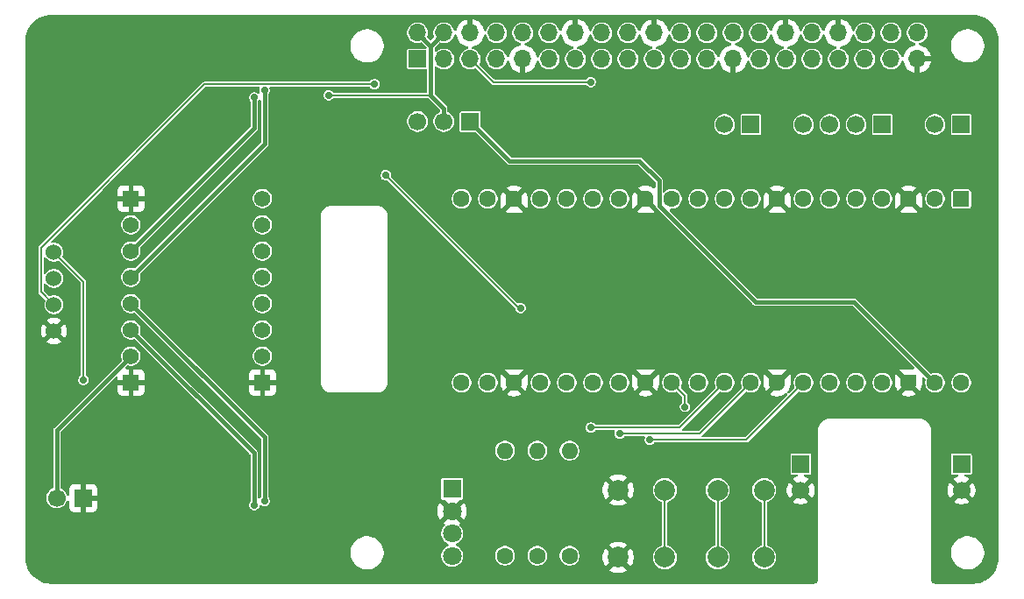
<source format=gbr>
G04 #@! TF.GenerationSoftware,KiCad,Pcbnew,9.0.1-1.fc42*
G04 #@! TF.CreationDate,2025-05-14T23:47:02-05:00*
G04 #@! TF.ProjectId,cerebellum,63657265-6265-46c6-9c75-6d2e6b696361,rev?*
G04 #@! TF.SameCoordinates,Original*
G04 #@! TF.FileFunction,Copper,L4,Bot*
G04 #@! TF.FilePolarity,Positive*
%FSLAX46Y46*%
G04 Gerber Fmt 4.6, Leading zero omitted, Abs format (unit mm)*
G04 Created by KiCad (PCBNEW 9.0.1-1.fc42) date 2025-05-14 23:47:02*
%MOMM*%
%LPD*%
G01*
G04 APERTURE LIST*
G04 Aperture macros list*
%AMRoundRect*
0 Rectangle with rounded corners*
0 $1 Rounding radius*
0 $2 $3 $4 $5 $6 $7 $8 $9 X,Y pos of 4 corners*
0 Add a 4 corners polygon primitive as box body*
4,1,4,$2,$3,$4,$5,$6,$7,$8,$9,$2,$3,0*
0 Add four circle primitives for the rounded corners*
1,1,$1+$1,$2,$3*
1,1,$1+$1,$4,$5*
1,1,$1+$1,$6,$7*
1,1,$1+$1,$8,$9*
0 Add four rect primitives between the rounded corners*
20,1,$1+$1,$2,$3,$4,$5,0*
20,1,$1+$1,$4,$5,$6,$7,0*
20,1,$1+$1,$6,$7,$8,$9,0*
20,1,$1+$1,$8,$9,$2,$3,0*%
%AMFreePoly0*
4,1,37,0.603843,0.796157,0.639018,0.796157,0.711114,0.766294,0.766294,0.711114,0.796157,0.639018,0.796157,0.603843,0.800000,0.600000,0.800000,-0.600000,0.796157,-0.603843,0.796157,-0.639018,0.766294,-0.711114,0.711114,-0.766294,0.639018,-0.796157,0.603843,-0.796157,0.600000,-0.800000,0.000000,-0.800000,0.000000,-0.796148,-0.078414,-0.796148,-0.232228,-0.765552,-0.377117,-0.705537,
-0.507515,-0.618408,-0.618408,-0.507515,-0.705537,-0.377117,-0.765552,-0.232228,-0.796148,-0.078414,-0.796148,0.078414,-0.765552,0.232228,-0.705537,0.377117,-0.618408,0.507515,-0.507515,0.618408,-0.377117,0.705537,-0.232228,0.765552,-0.078414,0.796148,0.000000,0.796148,0.000000,0.800000,0.600000,0.800000,0.603843,0.796157,0.603843,0.796157,$1*%
%AMFreePoly1*
4,1,37,0.000000,0.796148,0.078414,0.796148,0.232228,0.765552,0.377117,0.705537,0.507515,0.618408,0.618408,0.507515,0.705537,0.377117,0.765552,0.232228,0.796148,0.078414,0.796148,-0.078414,0.765552,-0.232228,0.705537,-0.377117,0.618408,-0.507515,0.507515,-0.618408,0.377117,-0.705537,0.232228,-0.765552,0.078414,-0.796148,0.000000,-0.796148,0.000000,-0.800000,-0.600000,-0.800000,
-0.603843,-0.796157,-0.639018,-0.796157,-0.711114,-0.766294,-0.766294,-0.711114,-0.796157,-0.639018,-0.796157,-0.603843,-0.800000,-0.600000,-0.800000,0.600000,-0.796157,0.603843,-0.796157,0.639018,-0.766294,0.711114,-0.711114,0.766294,-0.639018,0.796157,-0.603843,0.796157,-0.600000,0.800000,0.000000,0.800000,0.000000,0.796148,0.000000,0.796148,$1*%
G04 Aperture macros list end*
G04 #@! TA.AperFunction,ComponentPad*
%ADD10R,1.700000X1.700000*%
G04 #@! TD*
G04 #@! TA.AperFunction,ComponentPad*
%ADD11C,1.700000*%
G04 #@! TD*
G04 #@! TA.AperFunction,ComponentPad*
%ADD12C,1.600000*%
G04 #@! TD*
G04 #@! TA.AperFunction,ComponentPad*
%ADD13O,1.600000X1.600000*%
G04 #@! TD*
G04 #@! TA.AperFunction,ComponentPad*
%ADD14C,2.000000*%
G04 #@! TD*
G04 #@! TA.AperFunction,ComponentPad*
%ADD15C,1.530000*%
G04 #@! TD*
G04 #@! TA.AperFunction,ComponentPad*
%ADD16R,1.800000X1.800000*%
G04 #@! TD*
G04 #@! TA.AperFunction,ComponentPad*
%ADD17C,1.800000*%
G04 #@! TD*
G04 #@! TA.AperFunction,ComponentPad*
%ADD18R,1.560000X1.560000*%
G04 #@! TD*
G04 #@! TA.AperFunction,ComponentPad*
%ADD19C,1.560000*%
G04 #@! TD*
G04 #@! TA.AperFunction,ComponentPad*
%ADD20RoundRect,0.200000X-0.600000X0.600000X-0.600000X-0.600000X0.600000X-0.600000X0.600000X0.600000X0*%
G04 #@! TD*
G04 #@! TA.AperFunction,ComponentPad*
%ADD21FreePoly0,270.000000*%
G04 #@! TD*
G04 #@! TA.AperFunction,ComponentPad*
%ADD22FreePoly1,270.000000*%
G04 #@! TD*
G04 #@! TA.AperFunction,ComponentPad*
%ADD23O,1.700000X1.700000*%
G04 #@! TD*
G04 #@! TA.AperFunction,ViaPad*
%ADD24C,0.700000*%
G04 #@! TD*
G04 #@! TA.AperFunction,Conductor*
%ADD25C,0.200000*%
G04 #@! TD*
G04 #@! TA.AperFunction,Conductor*
%ADD26C,0.400000*%
G04 #@! TD*
G04 APERTURE END LIST*
D10*
X153255000Y-55100000D03*
D11*
X150715000Y-55100000D03*
X148175000Y-55100000D03*
X145635000Y-55100000D03*
D12*
X123050000Y-96800000D03*
D13*
X123050000Y-86640000D03*
D10*
X140555000Y-55100000D03*
D11*
X138015000Y-55100000D03*
D10*
X160900000Y-87925000D03*
D11*
X160900000Y-90465000D03*
D14*
X141850000Y-90450000D03*
X141850000Y-96950000D03*
X137350000Y-90450000D03*
X137350000Y-96950000D03*
D10*
X160875000Y-55100000D03*
D11*
X158335000Y-55100000D03*
D15*
X73250000Y-67455000D03*
X73250000Y-69995000D03*
X73250000Y-72535000D03*
X73250000Y-75075000D03*
D16*
X111700000Y-90323000D03*
D17*
X111700000Y-92482000D03*
X111700000Y-94641000D03*
X111700000Y-96800000D03*
D14*
X132250000Y-90450000D03*
X132250000Y-96950000D03*
X127750000Y-90450000D03*
X127750000Y-96950000D03*
D10*
X76075000Y-91215000D03*
D11*
X73535000Y-91215000D03*
D10*
X113450000Y-54825000D03*
D11*
X110910000Y-54825000D03*
X108370000Y-54825000D03*
D18*
X80700000Y-62260000D03*
D19*
X80700000Y-64800000D03*
X80700000Y-67340000D03*
X80700000Y-69880000D03*
X80700000Y-72420000D03*
X80700000Y-74960000D03*
X80700000Y-77500000D03*
D18*
X80700000Y-80040000D03*
X93400000Y-80040000D03*
D19*
X93400000Y-77500000D03*
X93400000Y-74960000D03*
X93400000Y-72420000D03*
X93400000Y-69880000D03*
X93400000Y-67340000D03*
X93400000Y-64800000D03*
X93400000Y-62260000D03*
D12*
X119925000Y-96800000D03*
D13*
X119925000Y-86640000D03*
D10*
X145375000Y-87925000D03*
D11*
X145375000Y-90465000D03*
D20*
X160875000Y-62300000D03*
D12*
X158335000Y-62300000D03*
D21*
X155795000Y-62300000D03*
D12*
X153255000Y-62300000D03*
X150715000Y-62300000D03*
X148175000Y-62300000D03*
X145635000Y-62300000D03*
D21*
X143095000Y-62300000D03*
D12*
X140555000Y-62300000D03*
X138015000Y-62300000D03*
X135475000Y-62300000D03*
X132935000Y-62300000D03*
D21*
X130395000Y-62300000D03*
D12*
X127855000Y-62300000D03*
X125315000Y-62300000D03*
X122775000Y-62300000D03*
X120235000Y-62300000D03*
D21*
X117695000Y-62300000D03*
D12*
X115155000Y-62300000D03*
X112615000Y-62300000D03*
X112615000Y-80080000D03*
X115155000Y-80080000D03*
D22*
X117695000Y-80080000D03*
D12*
X120235000Y-80080000D03*
X122775000Y-80080000D03*
X125315000Y-80080000D03*
X127855000Y-80080000D03*
D22*
X130395000Y-80080000D03*
D12*
X132935000Y-80080000D03*
X135475000Y-80080000D03*
X138015000Y-80080000D03*
X140555000Y-80080000D03*
D22*
X143095000Y-80080000D03*
D12*
X145635000Y-80080000D03*
X148175000Y-80080000D03*
X150715000Y-80080000D03*
X153255000Y-80080000D03*
D22*
X155795000Y-80080000D03*
D12*
X158335000Y-80080000D03*
X160875000Y-80080000D03*
X116800000Y-96800000D03*
D13*
X116800000Y-86640000D03*
D10*
X108370000Y-48770000D03*
D23*
X108370000Y-46230000D03*
X110910000Y-48770000D03*
X110910000Y-46230000D03*
X113450000Y-48770000D03*
X113450000Y-46230000D03*
X115990000Y-48770000D03*
X115990000Y-46230000D03*
X118530000Y-48770000D03*
X118530000Y-46230000D03*
X121070000Y-48770000D03*
X121070000Y-46230000D03*
X123610000Y-48770000D03*
X123610000Y-46230000D03*
X126150000Y-48770000D03*
X126150000Y-46230000D03*
X128690000Y-48770000D03*
X128690000Y-46230000D03*
X131230000Y-48770000D03*
X131230000Y-46230000D03*
X133770000Y-48770000D03*
X133770000Y-46230000D03*
X136310000Y-48770000D03*
X136310000Y-46230000D03*
X138850000Y-48770000D03*
X138850000Y-46230000D03*
X141390000Y-48770000D03*
X141390000Y-46230000D03*
X143930000Y-48770000D03*
X143930000Y-46230000D03*
X146470000Y-48770000D03*
X146470000Y-46230000D03*
X149010000Y-48770000D03*
X149010000Y-46230000D03*
X151550000Y-48770000D03*
X151550000Y-46230000D03*
X154090000Y-48770000D03*
X154090000Y-46230000D03*
X156630000Y-48770000D03*
X156630000Y-46230000D03*
D24*
X130800000Y-85600000D03*
X134200000Y-82400000D03*
X105300000Y-60000000D03*
X118325000Y-72850000D03*
X125100000Y-51000000D03*
X99800000Y-52275000D03*
X76100000Y-79800000D03*
X125100000Y-84400000D03*
X127900000Y-85000000D03*
X93600000Y-91500000D03*
X93600000Y-51800000D03*
X92600000Y-52500000D03*
X92600000Y-91900000D03*
X104200000Y-51200000D03*
D25*
X140115000Y-85600000D02*
X145635000Y-80080000D01*
X130800000Y-85600000D02*
X140115000Y-85600000D01*
X137350000Y-96950000D02*
X137350000Y-90450000D01*
X134200000Y-82400000D02*
X134200000Y-81345000D01*
X134200000Y-81345000D02*
X132935000Y-80080000D01*
X141850000Y-96950000D02*
X141850000Y-90450000D01*
X105300000Y-60000000D02*
X118150000Y-72850000D01*
X118150000Y-72850000D02*
X118325000Y-72850000D01*
X115680000Y-51000000D02*
X113450000Y-48770000D01*
X125100000Y-51000000D02*
X115680000Y-51000000D01*
X76100000Y-79800000D02*
X76100000Y-70305000D01*
D26*
X109650000Y-52275000D02*
X110910000Y-53535000D01*
X110910000Y-46230000D02*
X109709000Y-47431000D01*
X109571000Y-47431000D02*
X109650000Y-47510000D01*
X110910000Y-53535000D02*
X110910000Y-54825000D01*
D25*
X76100000Y-70305000D02*
X73250000Y-67455000D01*
D26*
X109650000Y-47510000D02*
X109650000Y-52275000D01*
D25*
X99800000Y-52275000D02*
X109650000Y-52275000D01*
D26*
X108370000Y-46230000D02*
X109571000Y-47431000D01*
X109709000Y-47431000D02*
X109571000Y-47431000D01*
X131700000Y-60550000D02*
X131700000Y-62925000D01*
X141025000Y-72250000D02*
X150505000Y-72250000D01*
X131700000Y-62925000D02*
X141025000Y-72250000D01*
X113450000Y-54825000D02*
X117250000Y-58625000D01*
X117250000Y-58625000D02*
X129775000Y-58625000D01*
X150505000Y-72250000D02*
X158335000Y-80080000D01*
X129775000Y-58625000D02*
X131700000Y-60550000D01*
D25*
X125100000Y-84400000D02*
X133695000Y-84400000D01*
X133695000Y-84400000D02*
X138015000Y-80080000D01*
X132250000Y-96950000D02*
X132250000Y-90450000D01*
X127900000Y-85000000D02*
X135635000Y-85000000D01*
X135635000Y-85000000D02*
X140555000Y-80080000D01*
D26*
X93600000Y-85320000D02*
X93600000Y-91500000D01*
X80700000Y-72420000D02*
X93600000Y-85320000D01*
X93600000Y-56980000D02*
X93600000Y-51800000D01*
X80700000Y-69880000D02*
X93600000Y-56980000D01*
X92600000Y-55440000D02*
X92600000Y-52500000D01*
X80700000Y-67340000D02*
X92600000Y-55440000D01*
X80700000Y-77500000D02*
X73535000Y-84665000D01*
X73535000Y-84665000D02*
X73535000Y-91215000D01*
X80700000Y-74960000D02*
X92600000Y-86860000D01*
X92600000Y-86860000D02*
X92600000Y-91900000D01*
D25*
X104200000Y-51200000D02*
X103400000Y-51200000D01*
X87801000Y-51199000D02*
X72000000Y-67000000D01*
X72000000Y-67000000D02*
X72000000Y-71285000D01*
X72000000Y-71285000D02*
X73250000Y-72535000D01*
X103399000Y-51199000D02*
X87801000Y-51199000D01*
X103400000Y-51200000D02*
X103399000Y-51199000D01*
G04 #@! TA.AperFunction,Conductor*
G36*
X162003736Y-44500726D02*
G01*
X162293796Y-44518271D01*
X162308659Y-44520076D01*
X162590798Y-44571780D01*
X162605335Y-44575363D01*
X162879172Y-44660695D01*
X162893163Y-44666000D01*
X163154743Y-44783727D01*
X163167989Y-44790680D01*
X163413465Y-44939075D01*
X163425776Y-44947573D01*
X163588909Y-45075379D01*
X163651573Y-45124473D01*
X163662781Y-45134403D01*
X163865596Y-45337218D01*
X163875526Y-45348426D01*
X163995481Y-45501538D01*
X164052422Y-45574217D01*
X164060926Y-45586537D01*
X164201633Y-45819295D01*
X164209316Y-45832004D01*
X164216275Y-45845263D01*
X164333997Y-46106831D01*
X164339306Y-46120832D01*
X164424635Y-46394663D01*
X164428219Y-46409201D01*
X164479923Y-46691340D01*
X164481728Y-46706205D01*
X164499274Y-46996263D01*
X164499500Y-47003750D01*
X164499500Y-96996249D01*
X164499274Y-97003736D01*
X164481728Y-97293794D01*
X164479923Y-97308659D01*
X164428219Y-97590798D01*
X164424635Y-97605336D01*
X164339306Y-97879167D01*
X164333997Y-97893168D01*
X164216275Y-98154736D01*
X164209316Y-98167995D01*
X164060928Y-98413459D01*
X164052422Y-98425782D01*
X163875526Y-98651573D01*
X163865596Y-98662781D01*
X163662781Y-98865596D01*
X163651573Y-98875526D01*
X163425782Y-99052422D01*
X163413459Y-99060928D01*
X163167995Y-99209316D01*
X163154736Y-99216275D01*
X162893168Y-99333997D01*
X162879167Y-99339306D01*
X162605336Y-99424635D01*
X162590798Y-99428219D01*
X162308659Y-99479923D01*
X162293794Y-99481728D01*
X162003736Y-99499274D01*
X161996249Y-99499500D01*
X158309757Y-99499500D01*
X158290360Y-99497973D01*
X158249549Y-99491509D01*
X158226845Y-99487913D01*
X158189950Y-99475925D01*
X158141457Y-99451217D01*
X158110070Y-99428413D01*
X158071586Y-99389929D01*
X158048782Y-99358542D01*
X158038981Y-99339306D01*
X158024073Y-99310046D01*
X158012086Y-99273152D01*
X158002027Y-99209639D01*
X158000500Y-99190242D01*
X158000500Y-96374038D01*
X159899500Y-96374038D01*
X159899500Y-96625962D01*
X159910677Y-96696530D01*
X159938910Y-96874785D01*
X160016760Y-97114383D01*
X160070274Y-97219409D01*
X160115749Y-97308659D01*
X160131132Y-97338848D01*
X160279201Y-97542649D01*
X160279205Y-97542654D01*
X160457345Y-97720794D01*
X160457350Y-97720798D01*
X160592658Y-97819104D01*
X160661155Y-97868870D01*
X160788966Y-97933993D01*
X160885616Y-97983239D01*
X160885618Y-97983239D01*
X160885621Y-97983241D01*
X161125215Y-98061090D01*
X161374038Y-98100500D01*
X161374039Y-98100500D01*
X161625961Y-98100500D01*
X161625962Y-98100500D01*
X161874785Y-98061090D01*
X162114379Y-97983241D01*
X162338845Y-97868870D01*
X162542656Y-97720793D01*
X162720793Y-97542656D01*
X162868870Y-97338845D01*
X162983241Y-97114379D01*
X163061090Y-96874785D01*
X163100500Y-96625962D01*
X163100500Y-96374038D01*
X163061090Y-96125215D01*
X162983241Y-95885621D01*
X162983239Y-95885618D01*
X162983239Y-95885616D01*
X162911962Y-95745728D01*
X162868870Y-95661155D01*
X162804053Y-95571942D01*
X162720798Y-95457350D01*
X162720794Y-95457345D01*
X162542654Y-95279205D01*
X162542649Y-95279201D01*
X162338848Y-95131132D01*
X162338847Y-95131131D01*
X162338845Y-95131130D01*
X162268747Y-95095413D01*
X162114383Y-95016760D01*
X161874785Y-94938910D01*
X161625962Y-94899500D01*
X161374038Y-94899500D01*
X161249626Y-94919205D01*
X161125214Y-94938910D01*
X160885616Y-95016760D01*
X160661151Y-95131132D01*
X160457350Y-95279201D01*
X160457345Y-95279205D01*
X160279205Y-95457345D01*
X160279201Y-95457350D01*
X160131132Y-95661151D01*
X160016760Y-95885616D01*
X159938910Y-96125214D01*
X159928001Y-96194092D01*
X159899500Y-96374038D01*
X158000500Y-96374038D01*
X158000500Y-90358753D01*
X159550000Y-90358753D01*
X159550000Y-90571246D01*
X159583242Y-90781127D01*
X159583242Y-90781130D01*
X159648904Y-90983217D01*
X159745375Y-91172550D01*
X159784728Y-91226716D01*
X160417037Y-90594408D01*
X160434075Y-90657993D01*
X160499901Y-90772007D01*
X160592993Y-90865099D01*
X160707007Y-90930925D01*
X160770590Y-90947962D01*
X160138282Y-91580269D01*
X160138282Y-91580270D01*
X160192449Y-91619624D01*
X160381782Y-91716095D01*
X160583870Y-91781757D01*
X160793754Y-91815000D01*
X161006246Y-91815000D01*
X161216127Y-91781757D01*
X161216130Y-91781757D01*
X161418217Y-91716095D01*
X161607554Y-91619622D01*
X161661716Y-91580270D01*
X161661717Y-91580270D01*
X161029408Y-90947962D01*
X161092993Y-90930925D01*
X161207007Y-90865099D01*
X161300099Y-90772007D01*
X161365925Y-90657993D01*
X161382962Y-90594408D01*
X162015270Y-91226717D01*
X162015270Y-91226716D01*
X162054622Y-91172554D01*
X162151095Y-90983217D01*
X162216757Y-90781130D01*
X162216757Y-90781127D01*
X162250000Y-90571246D01*
X162250000Y-90358753D01*
X162216757Y-90148872D01*
X162216757Y-90148869D01*
X162151095Y-89946782D01*
X162054624Y-89757449D01*
X162015270Y-89703282D01*
X162015269Y-89703282D01*
X161382962Y-90335590D01*
X161365925Y-90272007D01*
X161300099Y-90157993D01*
X161207007Y-90064901D01*
X161092993Y-89999075D01*
X161029409Y-89982037D01*
X161661716Y-89349728D01*
X161607550Y-89310375D01*
X161418217Y-89213904D01*
X161275186Y-89167431D01*
X161217511Y-89127994D01*
X161190312Y-89063635D01*
X161202227Y-88994789D01*
X161249471Y-88943313D01*
X161313504Y-88925500D01*
X161764822Y-88925500D01*
X161808717Y-88916768D01*
X161808717Y-88916767D01*
X161808722Y-88916767D01*
X161858504Y-88883504D01*
X161891767Y-88833722D01*
X161900500Y-88789820D01*
X161900500Y-87060180D01*
X161900500Y-87060177D01*
X161891768Y-87016282D01*
X161891767Y-87016281D01*
X161891767Y-87016278D01*
X161858504Y-86966496D01*
X161858503Y-86966495D01*
X161808724Y-86933234D01*
X161808717Y-86933231D01*
X161764822Y-86924500D01*
X161764820Y-86924500D01*
X160035180Y-86924500D01*
X160035178Y-86924500D01*
X159991282Y-86933231D01*
X159991275Y-86933234D01*
X159941496Y-86966495D01*
X159941495Y-86966496D01*
X159908234Y-87016275D01*
X159908231Y-87016282D01*
X159899500Y-87060177D01*
X159899500Y-87060180D01*
X159899500Y-88789820D01*
X159899500Y-88789822D01*
X159899499Y-88789822D01*
X159908231Y-88833717D01*
X159908232Y-88833721D01*
X159908233Y-88833722D01*
X159941496Y-88883504D01*
X159991278Y-88916767D01*
X159991281Y-88916767D01*
X159991282Y-88916768D01*
X160035177Y-88925500D01*
X160486496Y-88925500D01*
X160553535Y-88945185D01*
X160599290Y-88997989D01*
X160609234Y-89067147D01*
X160580209Y-89130703D01*
X160524814Y-89167431D01*
X160381782Y-89213904D01*
X160192439Y-89310380D01*
X160138282Y-89349727D01*
X160138282Y-89349728D01*
X160770591Y-89982037D01*
X160707007Y-89999075D01*
X160592993Y-90064901D01*
X160499901Y-90157993D01*
X160434075Y-90272007D01*
X160417037Y-90335591D01*
X159784728Y-89703282D01*
X159784727Y-89703282D01*
X159745380Y-89757439D01*
X159648904Y-89946782D01*
X159583242Y-90148869D01*
X159583242Y-90148872D01*
X159550000Y-90358753D01*
X158000500Y-90358753D01*
X158000500Y-84697648D01*
X157968477Y-84495465D01*
X157939127Y-84405137D01*
X157905220Y-84300781D01*
X157905218Y-84300778D01*
X157905218Y-84300776D01*
X157826694Y-84146666D01*
X157812287Y-84118390D01*
X157725911Y-83999502D01*
X157691971Y-83952786D01*
X157547213Y-83808028D01*
X157381613Y-83687715D01*
X157381612Y-83687714D01*
X157381610Y-83687713D01*
X157324653Y-83658691D01*
X157199223Y-83594781D01*
X157004534Y-83531522D01*
X156829995Y-83503878D01*
X156802352Y-83499500D01*
X156765892Y-83499500D01*
X148365892Y-83499500D01*
X148300000Y-83499500D01*
X148197648Y-83499500D01*
X148173329Y-83503351D01*
X147995465Y-83531522D01*
X147800776Y-83594781D01*
X147618386Y-83687715D01*
X147452786Y-83808028D01*
X147308028Y-83952786D01*
X147187715Y-84118386D01*
X147094781Y-84300776D01*
X147031522Y-84495465D01*
X146999500Y-84697648D01*
X146999500Y-99190242D01*
X146997973Y-99209639D01*
X146997973Y-99209641D01*
X146987913Y-99273154D01*
X146975925Y-99310049D01*
X146951217Y-99358542D01*
X146928413Y-99389929D01*
X146889929Y-99428413D01*
X146858542Y-99451217D01*
X146810049Y-99475925D01*
X146773154Y-99487913D01*
X146735734Y-99493840D01*
X146709639Y-99497973D01*
X146690243Y-99499500D01*
X73003751Y-99499500D01*
X72996264Y-99499274D01*
X72706205Y-99481728D01*
X72691340Y-99479923D01*
X72409201Y-99428219D01*
X72394663Y-99424635D01*
X72120832Y-99339306D01*
X72106831Y-99333997D01*
X71845263Y-99216275D01*
X71832004Y-99209316D01*
X71586540Y-99060928D01*
X71574217Y-99052422D01*
X71348426Y-98875526D01*
X71337218Y-98865596D01*
X71134403Y-98662781D01*
X71124473Y-98651573D01*
X70947573Y-98425776D01*
X70939075Y-98413465D01*
X70790680Y-98167989D01*
X70783727Y-98154743D01*
X70666000Y-97893163D01*
X70660693Y-97879167D01*
X70657484Y-97868870D01*
X70575363Y-97605335D01*
X70571780Y-97590798D01*
X70535282Y-97391636D01*
X70520075Y-97308657D01*
X70518271Y-97293794D01*
X70500726Y-97003736D01*
X70500500Y-96996249D01*
X70500500Y-96374038D01*
X101899500Y-96374038D01*
X101899500Y-96625962D01*
X101910677Y-96696530D01*
X101938910Y-96874785D01*
X102016760Y-97114383D01*
X102070274Y-97219409D01*
X102115749Y-97308659D01*
X102131132Y-97338848D01*
X102279201Y-97542649D01*
X102279205Y-97542654D01*
X102457345Y-97720794D01*
X102457350Y-97720798D01*
X102592658Y-97819104D01*
X102661155Y-97868870D01*
X102788966Y-97933993D01*
X102885616Y-97983239D01*
X102885618Y-97983239D01*
X102885621Y-97983241D01*
X103125215Y-98061090D01*
X103374038Y-98100500D01*
X103374039Y-98100500D01*
X103625961Y-98100500D01*
X103625962Y-98100500D01*
X103874785Y-98061090D01*
X104114379Y-97983241D01*
X104338845Y-97868870D01*
X104542656Y-97720793D01*
X104720793Y-97542656D01*
X104868870Y-97338845D01*
X104983241Y-97114379D01*
X105061090Y-96874785D01*
X105100500Y-96625962D01*
X105100500Y-96374038D01*
X105061090Y-96125215D01*
X104983241Y-95885621D01*
X104983239Y-95885618D01*
X104983239Y-95885616D01*
X104911962Y-95745728D01*
X104868870Y-95661155D01*
X104804053Y-95571942D01*
X104720798Y-95457350D01*
X104720794Y-95457345D01*
X104542654Y-95279205D01*
X104542649Y-95279201D01*
X104338848Y-95131132D01*
X104338847Y-95131131D01*
X104338845Y-95131130D01*
X104268747Y-95095413D01*
X104114383Y-95016760D01*
X103874785Y-94938910D01*
X103625962Y-94899500D01*
X103374038Y-94899500D01*
X103249626Y-94919205D01*
X103125214Y-94938910D01*
X102885616Y-95016760D01*
X102661151Y-95131132D01*
X102457350Y-95279201D01*
X102457345Y-95279205D01*
X102279205Y-95457345D01*
X102279201Y-95457350D01*
X102131132Y-95661151D01*
X102016760Y-95885616D01*
X101938910Y-96125214D01*
X101928001Y-96194092D01*
X101899500Y-96374038D01*
X70500500Y-96374038D01*
X70500500Y-91313543D01*
X72534499Y-91313543D01*
X72572947Y-91506829D01*
X72572950Y-91506839D01*
X72648364Y-91688907D01*
X72648371Y-91688920D01*
X72757860Y-91852781D01*
X72757863Y-91852785D01*
X72897214Y-91992136D01*
X72897218Y-91992139D01*
X73061079Y-92101628D01*
X73061092Y-92101635D01*
X73243160Y-92177049D01*
X73243165Y-92177051D01*
X73243169Y-92177051D01*
X73243170Y-92177052D01*
X73436456Y-92215500D01*
X73436459Y-92215500D01*
X73633543Y-92215500D01*
X73763582Y-92189632D01*
X73826835Y-92177051D01*
X74008914Y-92101632D01*
X74172782Y-91992139D01*
X74312139Y-91852782D01*
X74421632Y-91688914D01*
X74428366Y-91672658D01*
X74486439Y-91532455D01*
X74530279Y-91478051D01*
X74596573Y-91455986D01*
X74664273Y-91473265D01*
X74711884Y-91524402D01*
X74725000Y-91579907D01*
X74725000Y-92112844D01*
X74731401Y-92172372D01*
X74731403Y-92172379D01*
X74781645Y-92307086D01*
X74781649Y-92307093D01*
X74867809Y-92422187D01*
X74867812Y-92422190D01*
X74982906Y-92508350D01*
X74982913Y-92508354D01*
X75117620Y-92558596D01*
X75117627Y-92558598D01*
X75177155Y-92564999D01*
X75177172Y-92565000D01*
X75825000Y-92565000D01*
X75825000Y-91648012D01*
X75882007Y-91680925D01*
X76009174Y-91715000D01*
X76140826Y-91715000D01*
X76267993Y-91680925D01*
X76325000Y-91648012D01*
X76325000Y-92565000D01*
X76972828Y-92565000D01*
X76972844Y-92564999D01*
X77032372Y-92558598D01*
X77032379Y-92558596D01*
X77167086Y-92508354D01*
X77167093Y-92508350D01*
X77282187Y-92422190D01*
X77282190Y-92422187D01*
X77368350Y-92307093D01*
X77368354Y-92307086D01*
X77418596Y-92172379D01*
X77418598Y-92172372D01*
X77424999Y-92112844D01*
X77425000Y-92112827D01*
X77425000Y-91465000D01*
X76508012Y-91465000D01*
X76540925Y-91407993D01*
X76575000Y-91280826D01*
X76575000Y-91149174D01*
X76540925Y-91022007D01*
X76508012Y-90965000D01*
X77425000Y-90965000D01*
X77425000Y-90317172D01*
X77424999Y-90317155D01*
X77418598Y-90257627D01*
X77418596Y-90257620D01*
X77368354Y-90122913D01*
X77368350Y-90122906D01*
X77282190Y-90007812D01*
X77282187Y-90007809D01*
X77167093Y-89921649D01*
X77167086Y-89921645D01*
X77032379Y-89871403D01*
X77032372Y-89871401D01*
X76972844Y-89865000D01*
X76325000Y-89865000D01*
X76325000Y-90781988D01*
X76267993Y-90749075D01*
X76140826Y-90715000D01*
X76009174Y-90715000D01*
X75882007Y-90749075D01*
X75825000Y-90781988D01*
X75825000Y-89865000D01*
X75177155Y-89865000D01*
X75117627Y-89871401D01*
X75117620Y-89871403D01*
X74982913Y-89921645D01*
X74982906Y-89921649D01*
X74867812Y-90007809D01*
X74867809Y-90007812D01*
X74781649Y-90122906D01*
X74781645Y-90122913D01*
X74731403Y-90257620D01*
X74731401Y-90257627D01*
X74725000Y-90317155D01*
X74725000Y-90850092D01*
X74705315Y-90917131D01*
X74652511Y-90962886D01*
X74583353Y-90972830D01*
X74519797Y-90943805D01*
X74486439Y-90897544D01*
X74421635Y-90741092D01*
X74421628Y-90741079D01*
X74312139Y-90577218D01*
X74312136Y-90577214D01*
X74172785Y-90437863D01*
X74172781Y-90437860D01*
X74008920Y-90328371D01*
X74008905Y-90328363D01*
X73962046Y-90308953D01*
X73907643Y-90265112D01*
X73885579Y-90198817D01*
X73885500Y-90194393D01*
X73885500Y-84861543D01*
X73905185Y-84794504D01*
X73921814Y-84773867D01*
X79208319Y-79487361D01*
X79269642Y-79453877D01*
X79339334Y-79458861D01*
X79395267Y-79500733D01*
X79419684Y-79566197D01*
X79420000Y-79575043D01*
X79420000Y-79790000D01*
X80243893Y-79790000D01*
X80215437Y-79839288D01*
X80180000Y-79971541D01*
X80180000Y-80108459D01*
X80215437Y-80240712D01*
X80243893Y-80290000D01*
X79420000Y-80290000D01*
X79420000Y-80867844D01*
X79426401Y-80927372D01*
X79426403Y-80927379D01*
X79476645Y-81062086D01*
X79476649Y-81062093D01*
X79562809Y-81177187D01*
X79562812Y-81177190D01*
X79677906Y-81263350D01*
X79677913Y-81263354D01*
X79812620Y-81313596D01*
X79812627Y-81313598D01*
X79872155Y-81319999D01*
X79872172Y-81320000D01*
X80450000Y-81320000D01*
X80450000Y-80496106D01*
X80499288Y-80524563D01*
X80631541Y-80560000D01*
X80768459Y-80560000D01*
X80900712Y-80524563D01*
X80950000Y-80496106D01*
X80950000Y-81320000D01*
X81527828Y-81320000D01*
X81527844Y-81319999D01*
X81587372Y-81313598D01*
X81587379Y-81313596D01*
X81722086Y-81263354D01*
X81722093Y-81263350D01*
X81837187Y-81177190D01*
X81837190Y-81177187D01*
X81923350Y-81062093D01*
X81923354Y-81062086D01*
X81973596Y-80927379D01*
X81973598Y-80927372D01*
X81979999Y-80867844D01*
X81980000Y-80867827D01*
X81980000Y-80290000D01*
X81156107Y-80290000D01*
X81184563Y-80240712D01*
X81220000Y-80108459D01*
X81220000Y-79971541D01*
X81184563Y-79839288D01*
X81156107Y-79790000D01*
X81980000Y-79790000D01*
X81980000Y-79212172D01*
X81979999Y-79212155D01*
X81973598Y-79152627D01*
X81973596Y-79152620D01*
X81923354Y-79017913D01*
X81923350Y-79017906D01*
X81837190Y-78902812D01*
X81837187Y-78902809D01*
X81722093Y-78816649D01*
X81722086Y-78816645D01*
X81587379Y-78766403D01*
X81587372Y-78766401D01*
X81527844Y-78760000D01*
X80950000Y-78760000D01*
X80950000Y-79583893D01*
X80900712Y-79555437D01*
X80768459Y-79520000D01*
X80631541Y-79520000D01*
X80499288Y-79555437D01*
X80450000Y-79583893D01*
X80450000Y-78760000D01*
X80235043Y-78760000D01*
X80213797Y-78753761D01*
X80191710Y-78752182D01*
X80180926Y-78744109D01*
X80168004Y-78740315D01*
X80153505Y-78723583D01*
X80135776Y-78710311D01*
X80131068Y-78697688D01*
X80122249Y-78687511D01*
X80119097Y-78665595D01*
X80111359Y-78644847D01*
X80114222Y-78631685D01*
X80112305Y-78618353D01*
X80121504Y-78598208D01*
X80126211Y-78576574D01*
X80139480Y-78558846D01*
X80141330Y-78554797D01*
X80147347Y-78548333D01*
X80279742Y-78415938D01*
X80341061Y-78382456D01*
X80410753Y-78387440D01*
X80414841Y-78389048D01*
X80428583Y-78394741D01*
X80428587Y-78394741D01*
X80428588Y-78394742D01*
X80608351Y-78430500D01*
X80608354Y-78430500D01*
X80791648Y-78430500D01*
X80912590Y-78406442D01*
X80971417Y-78394741D01*
X81140757Y-78324598D01*
X81293159Y-78222766D01*
X81422766Y-78093159D01*
X81524598Y-77940757D01*
X81594741Y-77771417D01*
X81630500Y-77591646D01*
X81630500Y-77408354D01*
X81630500Y-77408351D01*
X81594742Y-77228588D01*
X81594741Y-77228587D01*
X81594741Y-77228583D01*
X81524598Y-77059243D01*
X81524597Y-77059242D01*
X81524594Y-77059236D01*
X81422766Y-76906841D01*
X81422763Y-76906837D01*
X81293162Y-76777236D01*
X81293158Y-76777233D01*
X81140763Y-76675405D01*
X81140754Y-76675400D01*
X80971417Y-76605259D01*
X80971411Y-76605257D01*
X80791648Y-76569500D01*
X80791646Y-76569500D01*
X80608354Y-76569500D01*
X80608352Y-76569500D01*
X80428588Y-76605257D01*
X80428582Y-76605259D01*
X80259245Y-76675400D01*
X80259236Y-76675405D01*
X80106841Y-76777233D01*
X80106837Y-76777236D01*
X79977236Y-76906837D01*
X79977233Y-76906841D01*
X79875405Y-77059236D01*
X79875400Y-77059245D01*
X79805259Y-77228582D01*
X79805257Y-77228588D01*
X79769500Y-77408351D01*
X79769500Y-77408354D01*
X79769500Y-77591646D01*
X79769500Y-77591648D01*
X79769499Y-77591648D01*
X79805257Y-77771411D01*
X79805258Y-77771412D01*
X79805259Y-77771417D01*
X79810938Y-77785127D01*
X79818406Y-77854596D01*
X79787130Y-77917075D01*
X79784057Y-77920259D01*
X73254532Y-84449785D01*
X73254530Y-84449787D01*
X73254530Y-84449788D01*
X73244944Y-84466392D01*
X73228159Y-84495465D01*
X73208386Y-84529711D01*
X73184500Y-84618856D01*
X73184500Y-90194393D01*
X73164815Y-90261432D01*
X73112011Y-90307187D01*
X73107954Y-90308953D01*
X73061094Y-90328363D01*
X73061079Y-90328371D01*
X72897218Y-90437860D01*
X72897214Y-90437863D01*
X72757863Y-90577214D01*
X72757860Y-90577218D01*
X72648371Y-90741079D01*
X72648364Y-90741092D01*
X72572950Y-90923160D01*
X72572947Y-90923170D01*
X72534500Y-91116456D01*
X72534500Y-91116459D01*
X72534500Y-91313541D01*
X72534500Y-91313543D01*
X72534499Y-91313543D01*
X70500500Y-91313543D01*
X70500500Y-74975436D01*
X71985000Y-74975436D01*
X71985000Y-75174563D01*
X72016147Y-75371222D01*
X72077679Y-75560594D01*
X72168077Y-75738008D01*
X72195580Y-75775863D01*
X72195581Y-75775864D01*
X72758871Y-75212574D01*
X72774755Y-75271853D01*
X72841898Y-75388147D01*
X72936853Y-75483102D01*
X73053147Y-75550245D01*
X73112425Y-75566128D01*
X72549134Y-76129417D01*
X72586994Y-76156924D01*
X72764405Y-76247320D01*
X72953777Y-76308852D01*
X73150437Y-76340000D01*
X73349563Y-76340000D01*
X73546222Y-76308852D01*
X73735594Y-76247320D01*
X73913005Y-76156924D01*
X73950863Y-76129418D01*
X73950863Y-76129417D01*
X73387574Y-75566128D01*
X73446853Y-75550245D01*
X73563147Y-75483102D01*
X73658102Y-75388147D01*
X73725245Y-75271853D01*
X73741128Y-75212574D01*
X74304417Y-75775863D01*
X74304418Y-75775863D01*
X74331924Y-75738005D01*
X74422320Y-75560594D01*
X74483852Y-75371222D01*
X74515000Y-75174563D01*
X74515000Y-74975436D01*
X74483852Y-74778777D01*
X74422320Y-74589405D01*
X74331924Y-74411994D01*
X74304417Y-74374135D01*
X74304417Y-74374134D01*
X73741128Y-74937424D01*
X73725245Y-74878147D01*
X73658102Y-74761853D01*
X73563147Y-74666898D01*
X73446853Y-74599755D01*
X73387574Y-74583871D01*
X73950864Y-74020581D01*
X73950863Y-74020580D01*
X73913008Y-73993077D01*
X73735594Y-73902679D01*
X73546222Y-73841147D01*
X73349563Y-73810000D01*
X73150437Y-73810000D01*
X72953777Y-73841147D01*
X72764405Y-73902679D01*
X72586990Y-73993077D01*
X72549135Y-74020580D01*
X72549135Y-74020581D01*
X73112425Y-74583871D01*
X73053147Y-74599755D01*
X72936853Y-74666898D01*
X72841898Y-74761853D01*
X72774755Y-74878147D01*
X72758871Y-74937425D01*
X72195581Y-74374135D01*
X72195580Y-74374135D01*
X72168077Y-74411990D01*
X72077679Y-74589405D01*
X72016147Y-74778777D01*
X71985000Y-74975436D01*
X70500500Y-74975436D01*
X70500500Y-66950170D01*
X71749500Y-66950170D01*
X71749500Y-66950172D01*
X71749500Y-71235172D01*
X71749500Y-71334828D01*
X71787636Y-71426897D01*
X72093803Y-71733064D01*
X72386959Y-72026219D01*
X72420444Y-72087542D01*
X72415460Y-72157233D01*
X72413839Y-72161352D01*
X72369683Y-72267953D01*
X72369680Y-72267965D01*
X72334500Y-72444826D01*
X72334500Y-72625173D01*
X72369680Y-72802034D01*
X72369683Y-72802046D01*
X72438690Y-72968645D01*
X72438697Y-72968658D01*
X72538883Y-73118596D01*
X72538886Y-73118600D01*
X72666399Y-73246113D01*
X72666403Y-73246116D01*
X72816341Y-73346302D01*
X72816354Y-73346309D01*
X72982953Y-73415316D01*
X72982958Y-73415318D01*
X73159826Y-73450499D01*
X73159830Y-73450500D01*
X73159831Y-73450500D01*
X73340170Y-73450500D01*
X73340171Y-73450499D01*
X73517042Y-73415318D01*
X73683652Y-73346306D01*
X73833597Y-73246116D01*
X73961116Y-73118597D01*
X74061306Y-72968652D01*
X74130318Y-72802042D01*
X74165500Y-72625169D01*
X74165500Y-72444831D01*
X74130318Y-72267958D01*
X74130316Y-72267953D01*
X74061309Y-72101354D01*
X74061302Y-72101341D01*
X73961116Y-71951403D01*
X73961113Y-71951399D01*
X73833600Y-71823886D01*
X73833596Y-71823883D01*
X73683658Y-71723697D01*
X73683645Y-71723690D01*
X73517046Y-71654683D01*
X73517034Y-71654680D01*
X73340173Y-71619500D01*
X73340169Y-71619500D01*
X73159831Y-71619500D01*
X73159826Y-71619500D01*
X72982965Y-71654680D01*
X72982953Y-71654683D01*
X72876352Y-71698839D01*
X72806883Y-71706308D01*
X72744404Y-71675033D01*
X72741219Y-71671959D01*
X72286819Y-71217558D01*
X72253334Y-71156235D01*
X72250500Y-71129877D01*
X72250500Y-70555773D01*
X72270185Y-70488734D01*
X72322989Y-70442979D01*
X72392147Y-70433035D01*
X72455703Y-70462060D01*
X72477602Y-70486883D01*
X72538880Y-70578592D01*
X72538886Y-70578600D01*
X72666399Y-70706113D01*
X72666403Y-70706116D01*
X72816341Y-70806302D01*
X72816354Y-70806309D01*
X72982953Y-70875316D01*
X72982958Y-70875318D01*
X73159826Y-70910499D01*
X73159830Y-70910500D01*
X73159831Y-70910500D01*
X73340170Y-70910500D01*
X73340171Y-70910499D01*
X73517042Y-70875318D01*
X73683652Y-70806306D01*
X73833597Y-70706116D01*
X73961116Y-70578597D01*
X74061306Y-70428652D01*
X74130318Y-70262042D01*
X74165500Y-70085169D01*
X74165500Y-69904831D01*
X74130318Y-69727958D01*
X74130316Y-69727953D01*
X74061309Y-69561354D01*
X74061302Y-69561341D01*
X73961116Y-69411403D01*
X73961113Y-69411399D01*
X73833600Y-69283886D01*
X73833596Y-69283883D01*
X73683658Y-69183697D01*
X73683645Y-69183690D01*
X73517046Y-69114683D01*
X73517034Y-69114680D01*
X73340173Y-69079500D01*
X73340169Y-69079500D01*
X73159831Y-69079500D01*
X73159826Y-69079500D01*
X72982965Y-69114680D01*
X72982953Y-69114683D01*
X72816354Y-69183690D01*
X72816341Y-69183697D01*
X72666403Y-69283883D01*
X72666399Y-69283886D01*
X72538886Y-69411399D01*
X72538883Y-69411403D01*
X72477602Y-69503117D01*
X72423990Y-69547922D01*
X72354665Y-69556629D01*
X72291637Y-69526474D01*
X72254918Y-69467031D01*
X72250500Y-69434226D01*
X72250500Y-68015773D01*
X72270185Y-67948734D01*
X72322989Y-67902979D01*
X72392147Y-67893035D01*
X72455703Y-67922060D01*
X72477602Y-67946883D01*
X72538880Y-68038592D01*
X72538886Y-68038600D01*
X72666399Y-68166113D01*
X72666403Y-68166116D01*
X72816341Y-68266302D01*
X72816354Y-68266309D01*
X72933821Y-68314965D01*
X72982958Y-68335318D01*
X73159826Y-68370499D01*
X73159830Y-68370500D01*
X73159831Y-68370500D01*
X73340170Y-68370500D01*
X73340171Y-68370499D01*
X73517042Y-68335318D01*
X73623650Y-68291159D01*
X73693115Y-68283691D01*
X73755594Y-68314965D01*
X73758780Y-68318040D01*
X75813181Y-70372441D01*
X75846666Y-70433764D01*
X75849500Y-70460122D01*
X75849500Y-79295107D01*
X75829815Y-79362146D01*
X75797739Y-79392732D01*
X75799135Y-79394552D01*
X75792683Y-79399502D01*
X75699502Y-79492683D01*
X75699500Y-79492686D01*
X75633608Y-79606812D01*
X75599500Y-79734108D01*
X75599500Y-79865891D01*
X75633608Y-79993187D01*
X75637253Y-79999500D01*
X75699500Y-80107314D01*
X75792686Y-80200500D01*
X75906814Y-80266392D01*
X76034108Y-80300500D01*
X76034110Y-80300500D01*
X76165890Y-80300500D01*
X76165892Y-80300500D01*
X76293186Y-80266392D01*
X76407314Y-80200500D01*
X76500500Y-80107314D01*
X76566392Y-79993186D01*
X76600500Y-79865892D01*
X76600500Y-79734108D01*
X76566392Y-79606814D01*
X76500500Y-79492686D01*
X76407314Y-79399500D01*
X76407311Y-79399498D01*
X76400865Y-79394552D01*
X76402675Y-79392192D01*
X76364280Y-79351920D01*
X76350500Y-79295107D01*
X76350500Y-72511648D01*
X79769499Y-72511648D01*
X79805257Y-72691411D01*
X79805259Y-72691417D01*
X79875400Y-72860754D01*
X79875405Y-72860763D01*
X79977233Y-73013158D01*
X79977236Y-73013162D01*
X80106837Y-73142763D01*
X80106841Y-73142766D01*
X80259236Y-73244594D01*
X80259245Y-73244599D01*
X80297606Y-73260488D01*
X80428583Y-73314741D01*
X80428587Y-73314741D01*
X80428588Y-73314742D01*
X80608351Y-73350500D01*
X80608354Y-73350500D01*
X80791648Y-73350500D01*
X80912590Y-73326442D01*
X80971417Y-73314741D01*
X80985124Y-73309062D01*
X81054594Y-73301593D01*
X81117073Y-73332867D01*
X81120260Y-73335942D01*
X93213181Y-85428863D01*
X93246666Y-85490186D01*
X93249500Y-85516544D01*
X93249500Y-91091324D01*
X93229815Y-91158363D01*
X93225656Y-91164432D01*
X93219985Y-91172200D01*
X93199500Y-91192686D01*
X93178569Y-91228938D01*
X93174656Y-91234300D01*
X93151995Y-91251694D01*
X93131319Y-91271408D01*
X93124633Y-91272696D01*
X93119231Y-91276843D01*
X93090760Y-91279224D01*
X93062712Y-91284630D01*
X93056390Y-91282099D01*
X93049604Y-91282667D01*
X93024365Y-91269278D01*
X92997848Y-91258662D01*
X92993898Y-91253115D01*
X92987882Y-91249924D01*
X92973887Y-91225014D01*
X92957320Y-91201748D01*
X92955826Y-91192864D01*
X92953660Y-91189009D01*
X92954056Y-91182339D01*
X92950500Y-91161192D01*
X92950500Y-86813858D01*
X92950500Y-86813856D01*
X92926614Y-86724712D01*
X92926611Y-86724706D01*
X92880473Y-86644794D01*
X92880470Y-86644791D01*
X92880469Y-86644788D01*
X92815212Y-86579531D01*
X87216206Y-80980525D01*
X81615942Y-75380260D01*
X81582457Y-75318937D01*
X81587441Y-75249245D01*
X81589063Y-75245124D01*
X81594741Y-75231417D01*
X81630500Y-75051646D01*
X81630500Y-74868354D01*
X81630500Y-74868351D01*
X81594742Y-74688588D01*
X81594741Y-74688587D01*
X81594741Y-74688583D01*
X81524598Y-74519243D01*
X81524597Y-74519242D01*
X81524594Y-74519236D01*
X81422766Y-74366841D01*
X81422763Y-74366837D01*
X81293162Y-74237236D01*
X81293158Y-74237233D01*
X81140763Y-74135405D01*
X81140754Y-74135400D01*
X80971417Y-74065259D01*
X80971411Y-74065257D01*
X80791648Y-74029500D01*
X80791646Y-74029500D01*
X80608354Y-74029500D01*
X80608352Y-74029500D01*
X80428588Y-74065257D01*
X80428582Y-74065259D01*
X80259245Y-74135400D01*
X80259236Y-74135405D01*
X80106841Y-74237233D01*
X80106837Y-74237236D01*
X79977236Y-74366837D01*
X79977233Y-74366841D01*
X79875405Y-74519236D01*
X79875400Y-74519245D01*
X79805259Y-74688582D01*
X79805257Y-74688588D01*
X79769500Y-74868351D01*
X79769500Y-74868354D01*
X79769500Y-75051646D01*
X79769500Y-75051648D01*
X79769499Y-75051648D01*
X79805257Y-75231411D01*
X79805259Y-75231417D01*
X79875400Y-75400754D01*
X79875405Y-75400763D01*
X79977233Y-75553158D01*
X79977236Y-75553162D01*
X80106837Y-75682763D01*
X80106841Y-75682766D01*
X80259236Y-75784594D01*
X80259242Y-75784597D01*
X80259243Y-75784598D01*
X80428583Y-75854741D01*
X80428587Y-75854741D01*
X80428588Y-75854742D01*
X80608351Y-75890500D01*
X80608354Y-75890500D01*
X80791648Y-75890500D01*
X80912590Y-75866442D01*
X80971417Y-75854741D01*
X80985124Y-75849062D01*
X81054594Y-75841593D01*
X81117073Y-75872867D01*
X81120260Y-75875942D01*
X92213181Y-86968862D01*
X92246666Y-87030185D01*
X92249500Y-87056543D01*
X92249500Y-91491324D01*
X92229815Y-91558363D01*
X92213181Y-91579005D01*
X92199502Y-91592683D01*
X92199500Y-91592686D01*
X92133608Y-91706812D01*
X92099500Y-91834108D01*
X92099500Y-91965891D01*
X92133608Y-92093187D01*
X92150192Y-92121910D01*
X92199500Y-92207314D01*
X92292686Y-92300500D01*
X92406814Y-92366392D01*
X92534108Y-92400500D01*
X92534110Y-92400500D01*
X92665890Y-92400500D01*
X92665892Y-92400500D01*
X92772936Y-92371818D01*
X110300000Y-92371818D01*
X110300000Y-92592181D01*
X110334473Y-92809835D01*
X110402567Y-93019410D01*
X110502611Y-93215756D01*
X110548932Y-93279513D01*
X111257861Y-92570584D01*
X111280667Y-92655694D01*
X111339910Y-92758306D01*
X111423694Y-92842090D01*
X111526306Y-92901333D01*
X111611414Y-92924137D01*
X110902485Y-93633065D01*
X110902485Y-93633066D01*
X110970182Y-93682250D01*
X110968685Y-93684310D01*
X111008726Y-93728042D01*
X111020558Y-93796903D01*
X110993283Y-93861229D01*
X110985065Y-93870302D01*
X110884023Y-93971344D01*
X110769058Y-94143403D01*
X110689870Y-94334579D01*
X110689868Y-94334587D01*
X110649500Y-94537530D01*
X110649500Y-94744469D01*
X110689868Y-94947412D01*
X110689870Y-94947420D01*
X110769058Y-95138596D01*
X110884024Y-95310657D01*
X111030342Y-95456975D01*
X111030345Y-95456977D01*
X111202402Y-95571941D01*
X111202403Y-95571941D01*
X111202404Y-95571942D01*
X111284479Y-95605939D01*
X111338882Y-95649780D01*
X111360947Y-95716075D01*
X111343668Y-95783774D01*
X111292530Y-95831384D01*
X111284479Y-95835061D01*
X111202404Y-95869057D01*
X111030342Y-95984024D01*
X110884024Y-96130342D01*
X110769058Y-96302403D01*
X110689870Y-96493579D01*
X110689868Y-96493587D01*
X110649500Y-96696530D01*
X110649500Y-96903469D01*
X110689868Y-97106412D01*
X110689870Y-97106420D01*
X110769058Y-97297596D01*
X110884024Y-97469657D01*
X111030342Y-97615975D01*
X111030345Y-97615977D01*
X111202402Y-97730941D01*
X111393580Y-97810130D01*
X111596530Y-97850499D01*
X111596534Y-97850500D01*
X111596535Y-97850500D01*
X111803466Y-97850500D01*
X111803467Y-97850499D01*
X112006420Y-97810130D01*
X112197598Y-97730941D01*
X112369655Y-97615977D01*
X112515977Y-97469655D01*
X112630941Y-97297598D01*
X112710130Y-97106420D01*
X112750500Y-96903465D01*
X112750500Y-96706379D01*
X115849500Y-96706379D01*
X115849500Y-96893620D01*
X115886025Y-97077243D01*
X115886027Y-97077251D01*
X115957676Y-97250228D01*
X115957681Y-97250237D01*
X116061697Y-97405907D01*
X116061700Y-97405911D01*
X116194088Y-97538299D01*
X116194092Y-97538302D01*
X116349762Y-97642318D01*
X116349768Y-97642321D01*
X116349769Y-97642322D01*
X116522749Y-97713973D01*
X116706379Y-97750499D01*
X116706383Y-97750500D01*
X116706384Y-97750500D01*
X116893617Y-97750500D01*
X116893618Y-97750499D01*
X117077251Y-97713973D01*
X117250231Y-97642322D01*
X117405908Y-97538302D01*
X117538302Y-97405908D01*
X117642322Y-97250231D01*
X117713973Y-97077251D01*
X117750500Y-96893616D01*
X117750500Y-96706384D01*
X117750499Y-96706379D01*
X118974500Y-96706379D01*
X118974500Y-96893620D01*
X119011025Y-97077243D01*
X119011027Y-97077251D01*
X119082676Y-97250228D01*
X119082681Y-97250237D01*
X119186697Y-97405907D01*
X119186700Y-97405911D01*
X119319088Y-97538299D01*
X119319092Y-97538302D01*
X119474762Y-97642318D01*
X119474768Y-97642321D01*
X119474769Y-97642322D01*
X119647749Y-97713973D01*
X119831379Y-97750499D01*
X119831383Y-97750500D01*
X119831384Y-97750500D01*
X120018617Y-97750500D01*
X120018618Y-97750499D01*
X120202251Y-97713973D01*
X120375231Y-97642322D01*
X120530908Y-97538302D01*
X120663302Y-97405908D01*
X120767322Y-97250231D01*
X120838973Y-97077251D01*
X120875500Y-96893616D01*
X120875500Y-96706384D01*
X120875499Y-96706379D01*
X122099500Y-96706379D01*
X122099500Y-96893620D01*
X122136025Y-97077243D01*
X122136027Y-97077251D01*
X122207676Y-97250228D01*
X122207681Y-97250237D01*
X122311697Y-97405907D01*
X122311700Y-97405911D01*
X122444088Y-97538299D01*
X122444092Y-97538302D01*
X122599762Y-97642318D01*
X122599768Y-97642321D01*
X122599769Y-97642322D01*
X122772749Y-97713973D01*
X122956379Y-97750499D01*
X122956383Y-97750500D01*
X122956384Y-97750500D01*
X123143617Y-97750500D01*
X123143618Y-97750499D01*
X123327251Y-97713973D01*
X123500231Y-97642322D01*
X123655908Y-97538302D01*
X123788302Y-97405908D01*
X123892322Y-97250231D01*
X123963973Y-97077251D01*
X124000500Y-96893616D01*
X124000500Y-96831947D01*
X126250000Y-96831947D01*
X126250000Y-97068052D01*
X126286934Y-97301247D01*
X126359897Y-97525802D01*
X126467087Y-97736174D01*
X126527338Y-97819104D01*
X126527340Y-97819105D01*
X127226212Y-97120233D01*
X127237482Y-97162292D01*
X127309890Y-97287708D01*
X127412292Y-97390110D01*
X127537708Y-97462518D01*
X127579765Y-97473787D01*
X126880893Y-98172658D01*
X126963828Y-98232914D01*
X127174197Y-98340102D01*
X127398752Y-98413065D01*
X127398751Y-98413065D01*
X127631948Y-98450000D01*
X127868052Y-98450000D01*
X128101247Y-98413065D01*
X128325802Y-98340102D01*
X128536163Y-98232918D01*
X128536169Y-98232914D01*
X128619104Y-98172658D01*
X128619105Y-98172658D01*
X127920233Y-97473787D01*
X127962292Y-97462518D01*
X128087708Y-97390110D01*
X128190110Y-97287708D01*
X128262518Y-97162292D01*
X128273787Y-97120234D01*
X128972658Y-97819105D01*
X128972658Y-97819104D01*
X129032914Y-97736169D01*
X129032918Y-97736163D01*
X129140102Y-97525802D01*
X129213065Y-97301247D01*
X129250000Y-97068052D01*
X129250000Y-96831947D01*
X129213065Y-96598752D01*
X129140102Y-96374197D01*
X129032914Y-96163828D01*
X128972658Y-96080894D01*
X128972658Y-96080893D01*
X128273787Y-96779765D01*
X128262518Y-96737708D01*
X128190110Y-96612292D01*
X128087708Y-96509890D01*
X127962292Y-96437482D01*
X127920234Y-96426212D01*
X128619105Y-95727340D01*
X128619104Y-95727338D01*
X128536174Y-95667087D01*
X128325802Y-95559897D01*
X128101247Y-95486934D01*
X128101248Y-95486934D01*
X127868052Y-95450000D01*
X127631948Y-95450000D01*
X127398752Y-95486934D01*
X127174197Y-95559897D01*
X126963830Y-95667084D01*
X126880894Y-95727340D01*
X127579766Y-96426212D01*
X127537708Y-96437482D01*
X127412292Y-96509890D01*
X127309890Y-96612292D01*
X127237482Y-96737708D01*
X127226212Y-96779766D01*
X126527340Y-96080894D01*
X126467084Y-96163830D01*
X126359897Y-96374197D01*
X126286934Y-96598752D01*
X126250000Y-96831947D01*
X124000500Y-96831947D01*
X124000500Y-96706384D01*
X123963973Y-96522749D01*
X123908554Y-96388956D01*
X123892323Y-96349771D01*
X123892318Y-96349762D01*
X123788302Y-96194092D01*
X123788299Y-96194088D01*
X123655911Y-96061700D01*
X123655907Y-96061697D01*
X123500237Y-95957681D01*
X123500228Y-95957676D01*
X123380392Y-95908038D01*
X123327251Y-95886027D01*
X123327247Y-95886026D01*
X123327243Y-95886025D01*
X123143620Y-95849500D01*
X123143616Y-95849500D01*
X122956384Y-95849500D01*
X122956379Y-95849500D01*
X122772756Y-95886025D01*
X122772748Y-95886027D01*
X122599771Y-95957676D01*
X122599762Y-95957681D01*
X122444092Y-96061697D01*
X122444088Y-96061700D01*
X122311700Y-96194088D01*
X122311697Y-96194092D01*
X122207681Y-96349762D01*
X122207676Y-96349771D01*
X122136027Y-96522748D01*
X122136025Y-96522756D01*
X122099500Y-96706379D01*
X120875499Y-96706379D01*
X120838973Y-96522749D01*
X120783554Y-96388956D01*
X120767323Y-96349771D01*
X120767318Y-96349762D01*
X120663302Y-96194092D01*
X120663299Y-96194088D01*
X120530911Y-96061700D01*
X120530907Y-96061697D01*
X120375237Y-95957681D01*
X120375228Y-95957676D01*
X120202251Y-95886027D01*
X120202243Y-95886025D01*
X120018620Y-95849500D01*
X120018616Y-95849500D01*
X119831384Y-95849500D01*
X119831379Y-95849500D01*
X119647756Y-95886025D01*
X119647748Y-95886027D01*
X119474771Y-95957676D01*
X119474762Y-95957681D01*
X119319092Y-96061697D01*
X119319088Y-96061700D01*
X119186700Y-96194088D01*
X119186697Y-96194092D01*
X119082681Y-96349762D01*
X119082676Y-96349771D01*
X119011027Y-96522748D01*
X119011025Y-96522756D01*
X118974500Y-96706379D01*
X117750499Y-96706379D01*
X117713973Y-96522749D01*
X117658554Y-96388956D01*
X117642323Y-96349771D01*
X117642318Y-96349762D01*
X117538302Y-96194092D01*
X117538299Y-96194088D01*
X117405911Y-96061700D01*
X117405907Y-96061697D01*
X117250237Y-95957681D01*
X117250228Y-95957676D01*
X117077251Y-95886027D01*
X117077243Y-95886025D01*
X116893620Y-95849500D01*
X116893616Y-95849500D01*
X116706384Y-95849500D01*
X116706379Y-95849500D01*
X116522756Y-95886025D01*
X116522748Y-95886027D01*
X116349771Y-95957676D01*
X116349762Y-95957681D01*
X116194092Y-96061697D01*
X116194088Y-96061700D01*
X116061700Y-96194088D01*
X116061697Y-96194092D01*
X115957681Y-96349762D01*
X115957676Y-96349771D01*
X115886027Y-96522748D01*
X115886025Y-96522756D01*
X115849500Y-96706379D01*
X112750500Y-96706379D01*
X112750500Y-96696535D01*
X112710130Y-96493580D01*
X112630941Y-96302402D01*
X112515977Y-96130345D01*
X112515975Y-96130342D01*
X112369657Y-95984024D01*
X112227681Y-95889160D01*
X112197598Y-95869059D01*
X112197593Y-95869057D01*
X112115520Y-95835061D01*
X112061117Y-95791220D01*
X112039052Y-95724926D01*
X112056331Y-95657227D01*
X112107468Y-95609616D01*
X112115520Y-95605939D01*
X112197598Y-95571941D01*
X112369655Y-95456977D01*
X112515977Y-95310655D01*
X112630941Y-95138598D01*
X112710130Y-94947420D01*
X112750500Y-94744465D01*
X112750500Y-94537535D01*
X112710130Y-94334580D01*
X112630941Y-94143402D01*
X112515977Y-93971345D01*
X112515976Y-93971344D01*
X112515975Y-93971342D01*
X112414936Y-93870303D01*
X112381451Y-93808980D01*
X112386435Y-93739288D01*
X112428307Y-93683355D01*
X112429857Y-93682305D01*
X112429818Y-93682251D01*
X112497513Y-93633066D01*
X112497514Y-93633066D01*
X111788585Y-92924138D01*
X111873694Y-92901333D01*
X111976306Y-92842090D01*
X112060090Y-92758306D01*
X112119333Y-92655694D01*
X112142137Y-92570585D01*
X112851066Y-93279514D01*
X112851066Y-93279513D01*
X112897386Y-93215760D01*
X112997432Y-93019410D01*
X113065526Y-92809835D01*
X113100000Y-92592181D01*
X113100000Y-92371818D01*
X113065526Y-92154164D01*
X112997432Y-91944589D01*
X112897387Y-91748241D01*
X112897385Y-91748237D01*
X112861092Y-91698284D01*
X112861091Y-91698283D01*
X112851066Y-91684485D01*
X112851065Y-91684485D01*
X112142137Y-92393413D01*
X112119333Y-92308306D01*
X112060090Y-92205694D01*
X111976306Y-92121910D01*
X111873694Y-92062667D01*
X111788584Y-92039861D01*
X112418628Y-91409819D01*
X112479951Y-91376334D01*
X112506309Y-91373500D01*
X112614822Y-91373500D01*
X112658717Y-91364768D01*
X112658717Y-91364767D01*
X112658722Y-91364767D01*
X112708504Y-91331504D01*
X112741767Y-91281722D01*
X112742738Y-91276843D01*
X112750500Y-91237822D01*
X112750500Y-90331947D01*
X126250000Y-90331947D01*
X126250000Y-90568052D01*
X126286934Y-90801247D01*
X126359897Y-91025802D01*
X126467087Y-91236174D01*
X126527338Y-91319104D01*
X126527340Y-91319105D01*
X127226212Y-90620233D01*
X127237482Y-90662292D01*
X127309890Y-90787708D01*
X127412292Y-90890110D01*
X127537708Y-90962518D01*
X127579765Y-90973787D01*
X126880893Y-91672658D01*
X126963828Y-91732914D01*
X127174197Y-91840102D01*
X127398752Y-91913065D01*
X127398751Y-91913065D01*
X127631948Y-91950000D01*
X127868052Y-91950000D01*
X128101247Y-91913065D01*
X128325802Y-91840102D01*
X128536163Y-91732918D01*
X128536169Y-91732914D01*
X128619104Y-91672658D01*
X128619105Y-91672658D01*
X127920233Y-90973787D01*
X127962292Y-90962518D01*
X128087708Y-90890110D01*
X128190110Y-90787708D01*
X128262518Y-90662292D01*
X128273787Y-90620234D01*
X128972658Y-91319105D01*
X128972658Y-91319104D01*
X129032914Y-91236169D01*
X129032918Y-91236163D01*
X129140102Y-91025802D01*
X129213065Y-90801247D01*
X129250000Y-90568052D01*
X129250000Y-90359448D01*
X131099500Y-90359448D01*
X131099500Y-90540551D01*
X131127829Y-90719410D01*
X131183787Y-90891636D01*
X131183788Y-90891639D01*
X131266006Y-91052997D01*
X131372441Y-91199494D01*
X131372445Y-91199499D01*
X131500500Y-91327554D01*
X131500505Y-91327558D01*
X131590834Y-91393185D01*
X131647006Y-91433996D01*
X131752484Y-91487740D01*
X131808360Y-91516211D01*
X131808366Y-91516213D01*
X131881135Y-91539856D01*
X131913817Y-91550475D01*
X131971493Y-91589911D01*
X131998692Y-91654270D01*
X131999500Y-91668406D01*
X131999500Y-95731593D01*
X131979815Y-95798632D01*
X131927011Y-95844387D01*
X131913818Y-95849524D01*
X131808363Y-95883787D01*
X131808360Y-95883788D01*
X131647002Y-95966006D01*
X131500505Y-96072441D01*
X131500500Y-96072445D01*
X131372445Y-96200500D01*
X131372441Y-96200505D01*
X131266006Y-96347002D01*
X131183788Y-96508360D01*
X131183787Y-96508363D01*
X131127829Y-96680589D01*
X131099500Y-96859448D01*
X131099500Y-97040551D01*
X131127829Y-97219410D01*
X131183787Y-97391636D01*
X131183788Y-97391639D01*
X131219904Y-97462518D01*
X131260736Y-97542656D01*
X131266006Y-97552997D01*
X131372441Y-97699494D01*
X131372445Y-97699499D01*
X131500500Y-97827554D01*
X131500505Y-97827558D01*
X131557363Y-97868867D01*
X131647006Y-97933996D01*
X131743650Y-97983239D01*
X131808360Y-98016211D01*
X131808363Y-98016212D01*
X131894476Y-98044191D01*
X131980591Y-98072171D01*
X132063429Y-98085291D01*
X132159449Y-98100500D01*
X132159454Y-98100500D01*
X132340551Y-98100500D01*
X132427259Y-98086765D01*
X132519409Y-98072171D01*
X132691639Y-98016211D01*
X132852994Y-97933996D01*
X132999501Y-97827553D01*
X133127553Y-97699501D01*
X133233996Y-97552994D01*
X133316211Y-97391639D01*
X133372171Y-97219409D01*
X133386765Y-97127259D01*
X133400500Y-97040551D01*
X133400500Y-96859448D01*
X133374695Y-96696530D01*
X133372171Y-96680591D01*
X133316211Y-96508361D01*
X133316211Y-96508360D01*
X133280096Y-96437482D01*
X133233996Y-96347006D01*
X133201590Y-96302403D01*
X133127558Y-96200505D01*
X133127554Y-96200500D01*
X132999499Y-96072445D01*
X132999494Y-96072441D01*
X132852997Y-95966006D01*
X132852996Y-95966005D01*
X132852994Y-95966004D01*
X132801300Y-95939664D01*
X132691639Y-95883788D01*
X132691636Y-95883787D01*
X132586182Y-95849524D01*
X132528507Y-95810087D01*
X132501308Y-95745728D01*
X132500500Y-95731593D01*
X132500500Y-91668406D01*
X132520185Y-91601367D01*
X132572989Y-91555612D01*
X132586180Y-91550476D01*
X132691639Y-91516211D01*
X132852994Y-91433996D01*
X132999501Y-91327553D01*
X133127553Y-91199501D01*
X133233996Y-91052994D01*
X133316211Y-90891639D01*
X133372171Y-90719409D01*
X133394692Y-90577218D01*
X133400500Y-90540551D01*
X133400500Y-90359448D01*
X136199500Y-90359448D01*
X136199500Y-90540551D01*
X136227829Y-90719410D01*
X136283787Y-90891636D01*
X136283788Y-90891639D01*
X136366006Y-91052997D01*
X136472441Y-91199494D01*
X136472445Y-91199499D01*
X136600500Y-91327554D01*
X136600505Y-91327558D01*
X136690834Y-91393185D01*
X136747006Y-91433996D01*
X136852484Y-91487740D01*
X136908360Y-91516211D01*
X136908366Y-91516213D01*
X136981135Y-91539856D01*
X137013817Y-91550475D01*
X137071493Y-91589911D01*
X137098692Y-91654270D01*
X137099500Y-91668406D01*
X137099500Y-95731593D01*
X137079815Y-95798632D01*
X137027011Y-95844387D01*
X137013818Y-95849524D01*
X136908363Y-95883787D01*
X136908360Y-95883788D01*
X136747002Y-95966006D01*
X136600505Y-96072441D01*
X136600500Y-96072445D01*
X136472445Y-96200500D01*
X136472441Y-96200505D01*
X136366006Y-96347002D01*
X136283788Y-96508360D01*
X136283787Y-96508363D01*
X136227829Y-96680589D01*
X136199500Y-96859448D01*
X136199500Y-97040551D01*
X136227829Y-97219410D01*
X136283787Y-97391636D01*
X136283788Y-97391639D01*
X136319904Y-97462518D01*
X136360736Y-97542656D01*
X136366006Y-97552997D01*
X136472441Y-97699494D01*
X136472445Y-97699499D01*
X136600500Y-97827554D01*
X136600505Y-97827558D01*
X136657363Y-97868867D01*
X136747006Y-97933996D01*
X136843650Y-97983239D01*
X136908360Y-98016211D01*
X136908363Y-98016212D01*
X136994476Y-98044191D01*
X137080591Y-98072171D01*
X137163429Y-98085291D01*
X137259449Y-98100500D01*
X137259454Y-98100500D01*
X137440551Y-98100500D01*
X137527259Y-98086765D01*
X137619409Y-98072171D01*
X137791639Y-98016211D01*
X137952994Y-97933996D01*
X138099501Y-97827553D01*
X138227553Y-97699501D01*
X138333996Y-97552994D01*
X138416211Y-97391639D01*
X138472171Y-97219409D01*
X138486765Y-97127259D01*
X138500500Y-97040551D01*
X138500500Y-96859448D01*
X138474695Y-96696530D01*
X138472171Y-96680591D01*
X138416211Y-96508361D01*
X138416211Y-96508360D01*
X138380096Y-96437482D01*
X138333996Y-96347006D01*
X138301590Y-96302403D01*
X138227558Y-96200505D01*
X138227554Y-96200500D01*
X138099499Y-96072445D01*
X138099494Y-96072441D01*
X137952997Y-95966006D01*
X137952996Y-95966005D01*
X137952994Y-95966004D01*
X137901300Y-95939664D01*
X137791639Y-95883788D01*
X137791636Y-95883787D01*
X137686182Y-95849524D01*
X137628507Y-95810087D01*
X137601308Y-95745728D01*
X137600500Y-95731593D01*
X137600500Y-91668406D01*
X137620185Y-91601367D01*
X137672989Y-91555612D01*
X137686180Y-91550476D01*
X137791639Y-91516211D01*
X137952994Y-91433996D01*
X138099501Y-91327553D01*
X138227553Y-91199501D01*
X138333996Y-91052994D01*
X138416211Y-90891639D01*
X138472171Y-90719409D01*
X138494692Y-90577218D01*
X138500500Y-90540551D01*
X138500500Y-90359448D01*
X140699500Y-90359448D01*
X140699500Y-90540551D01*
X140727829Y-90719410D01*
X140783787Y-90891636D01*
X140783788Y-90891639D01*
X140866006Y-91052997D01*
X140972441Y-91199494D01*
X140972445Y-91199499D01*
X141100500Y-91327554D01*
X141100505Y-91327558D01*
X141190834Y-91393185D01*
X141247006Y-91433996D01*
X141352484Y-91487740D01*
X141408360Y-91516211D01*
X141408366Y-91516213D01*
X141481135Y-91539856D01*
X141513817Y-91550475D01*
X141571493Y-91589911D01*
X141598692Y-91654270D01*
X141599500Y-91668406D01*
X141599500Y-95731593D01*
X141579815Y-95798632D01*
X141527011Y-95844387D01*
X141513818Y-95849524D01*
X141408363Y-95883787D01*
X141408360Y-95883788D01*
X141247002Y-95966006D01*
X141100505Y-96072441D01*
X141100500Y-96072445D01*
X140972445Y-96200500D01*
X140972441Y-96200505D01*
X140866006Y-96347002D01*
X140783788Y-96508360D01*
X140783787Y-96508363D01*
X140727829Y-96680589D01*
X140699500Y-96859448D01*
X140699500Y-97040551D01*
X140727829Y-97219410D01*
X140783787Y-97391636D01*
X140783788Y-97391639D01*
X140819904Y-97462518D01*
X140860736Y-97542656D01*
X140866006Y-97552997D01*
X140972441Y-97699494D01*
X140972445Y-97699499D01*
X141100500Y-97827554D01*
X141100505Y-97827558D01*
X141157363Y-97868867D01*
X141247006Y-97933996D01*
X141343650Y-97983239D01*
X141408360Y-98016211D01*
X141408363Y-98016212D01*
X141494476Y-98044191D01*
X141580591Y-98072171D01*
X141663429Y-98085291D01*
X141759449Y-98100500D01*
X141759454Y-98100500D01*
X141940551Y-98100500D01*
X142027259Y-98086765D01*
X142119409Y-98072171D01*
X142291639Y-98016211D01*
X142452994Y-97933996D01*
X142599501Y-97827553D01*
X142727553Y-97699501D01*
X142833996Y-97552994D01*
X142916211Y-97391639D01*
X142972171Y-97219409D01*
X142986765Y-97127259D01*
X143000500Y-97040551D01*
X143000500Y-96859448D01*
X142974695Y-96696530D01*
X142972171Y-96680591D01*
X142916211Y-96508361D01*
X142916211Y-96508360D01*
X142880096Y-96437482D01*
X142833996Y-96347006D01*
X142801590Y-96302403D01*
X142727558Y-96200505D01*
X142727554Y-96200500D01*
X142599499Y-96072445D01*
X142599494Y-96072441D01*
X142452997Y-95966006D01*
X142452996Y-95966005D01*
X142452994Y-95966004D01*
X142401300Y-95939664D01*
X142291639Y-95883788D01*
X142291636Y-95883787D01*
X142186182Y-95849524D01*
X142128507Y-95810087D01*
X142101308Y-95745728D01*
X142100500Y-95731593D01*
X142100500Y-91668406D01*
X142120185Y-91601367D01*
X142172989Y-91555612D01*
X142186180Y-91550476D01*
X142291639Y-91516211D01*
X142452994Y-91433996D01*
X142454787Y-91432693D01*
X142454788Y-91432693D01*
X142599495Y-91327558D01*
X142599497Y-91327555D01*
X142599501Y-91327553D01*
X142727553Y-91199501D01*
X142833996Y-91052994D01*
X142916211Y-90891639D01*
X142972171Y-90719409D01*
X142994692Y-90577218D01*
X143000500Y-90540551D01*
X143000500Y-90359448D01*
X143000390Y-90358753D01*
X144025000Y-90358753D01*
X144025000Y-90571246D01*
X144058242Y-90781127D01*
X144058242Y-90781130D01*
X144123904Y-90983217D01*
X144220375Y-91172550D01*
X144259728Y-91226716D01*
X144892037Y-90594408D01*
X144909075Y-90657993D01*
X144974901Y-90772007D01*
X145067993Y-90865099D01*
X145182007Y-90930925D01*
X145245590Y-90947962D01*
X144613282Y-91580269D01*
X144613282Y-91580270D01*
X144667449Y-91619624D01*
X144856782Y-91716095D01*
X145058870Y-91781757D01*
X145268754Y-91815000D01*
X145481246Y-91815000D01*
X145691127Y-91781757D01*
X145691130Y-91781757D01*
X145893217Y-91716095D01*
X146082554Y-91619622D01*
X146136716Y-91580270D01*
X146136717Y-91580270D01*
X145504408Y-90947962D01*
X145567993Y-90930925D01*
X145682007Y-90865099D01*
X145775099Y-90772007D01*
X145840925Y-90657993D01*
X145857962Y-90594408D01*
X146490270Y-91226717D01*
X146490270Y-91226716D01*
X146529622Y-91172554D01*
X146626095Y-90983217D01*
X146691757Y-90781130D01*
X146691757Y-90781127D01*
X146725000Y-90571246D01*
X146725000Y-90358753D01*
X146691757Y-90148872D01*
X146691757Y-90148869D01*
X146626095Y-89946782D01*
X146529624Y-89757449D01*
X146490270Y-89703282D01*
X146490269Y-89703282D01*
X145857962Y-90335590D01*
X145840925Y-90272007D01*
X145775099Y-90157993D01*
X145682007Y-90064901D01*
X145567993Y-89999075D01*
X145504409Y-89982037D01*
X146136716Y-89349728D01*
X146082550Y-89310375D01*
X145893217Y-89213904D01*
X145750186Y-89167431D01*
X145692511Y-89127994D01*
X145665312Y-89063635D01*
X145677227Y-88994789D01*
X145724471Y-88943313D01*
X145788504Y-88925500D01*
X146239822Y-88925500D01*
X146283717Y-88916768D01*
X146283717Y-88916767D01*
X146283722Y-88916767D01*
X146333504Y-88883504D01*
X146366767Y-88833722D01*
X146375500Y-88789820D01*
X146375500Y-87060180D01*
X146375500Y-87060177D01*
X146366768Y-87016282D01*
X146366767Y-87016281D01*
X146366767Y-87016278D01*
X146333504Y-86966496D01*
X146333503Y-86966495D01*
X146283724Y-86933234D01*
X146283717Y-86933231D01*
X146239822Y-86924500D01*
X146239820Y-86924500D01*
X144510180Y-86924500D01*
X144510178Y-86924500D01*
X144466282Y-86933231D01*
X144466275Y-86933234D01*
X144416496Y-86966495D01*
X144416495Y-86966496D01*
X144383234Y-87016275D01*
X144383231Y-87016282D01*
X144374500Y-87060177D01*
X144374500Y-87060180D01*
X144374500Y-88789820D01*
X144374500Y-88789822D01*
X144374499Y-88789822D01*
X144383231Y-88833717D01*
X144383232Y-88833721D01*
X144383233Y-88833722D01*
X144416496Y-88883504D01*
X144466278Y-88916767D01*
X144466281Y-88916767D01*
X144466282Y-88916768D01*
X144510177Y-88925500D01*
X144961496Y-88925500D01*
X145028535Y-88945185D01*
X145074290Y-88997989D01*
X145084234Y-89067147D01*
X145055209Y-89130703D01*
X144999814Y-89167431D01*
X144856782Y-89213904D01*
X144667439Y-89310380D01*
X144613282Y-89349727D01*
X144613282Y-89349728D01*
X145245591Y-89982037D01*
X145182007Y-89999075D01*
X145067993Y-90064901D01*
X144974901Y-90157993D01*
X144909075Y-90272007D01*
X144892037Y-90335591D01*
X144259728Y-89703282D01*
X144259727Y-89703282D01*
X144220380Y-89757439D01*
X144123904Y-89946782D01*
X144058242Y-90148869D01*
X144058242Y-90148872D01*
X144025000Y-90358753D01*
X143000390Y-90358753D01*
X142981217Y-90237708D01*
X142972171Y-90180591D01*
X142916211Y-90008361D01*
X142916211Y-90008360D01*
X142880096Y-89937482D01*
X142833996Y-89847006D01*
X142820396Y-89828287D01*
X142727558Y-89700505D01*
X142727554Y-89700500D01*
X142599499Y-89572445D01*
X142599494Y-89572441D01*
X142452997Y-89466006D01*
X142452996Y-89466005D01*
X142452994Y-89466004D01*
X142401300Y-89439664D01*
X142291639Y-89383788D01*
X142291636Y-89383787D01*
X142119410Y-89327829D01*
X141940551Y-89299500D01*
X141940546Y-89299500D01*
X141759454Y-89299500D01*
X141759449Y-89299500D01*
X141580589Y-89327829D01*
X141408363Y-89383787D01*
X141408360Y-89383788D01*
X141247002Y-89466006D01*
X141100505Y-89572441D01*
X141100500Y-89572445D01*
X140972445Y-89700500D01*
X140972441Y-89700505D01*
X140866006Y-89847002D01*
X140783788Y-90008360D01*
X140783787Y-90008363D01*
X140727829Y-90180589D01*
X140699500Y-90359448D01*
X138500500Y-90359448D01*
X138481217Y-90237708D01*
X138472171Y-90180591D01*
X138416211Y-90008361D01*
X138416211Y-90008360D01*
X138380096Y-89937482D01*
X138333996Y-89847006D01*
X138320396Y-89828287D01*
X138227558Y-89700505D01*
X138227554Y-89700500D01*
X138099499Y-89572445D01*
X138099494Y-89572441D01*
X137952997Y-89466006D01*
X137952996Y-89466005D01*
X137952994Y-89466004D01*
X137901300Y-89439664D01*
X137791639Y-89383788D01*
X137791636Y-89383787D01*
X137619410Y-89327829D01*
X137440551Y-89299500D01*
X137440546Y-89299500D01*
X137259454Y-89299500D01*
X137259449Y-89299500D01*
X137080589Y-89327829D01*
X136908363Y-89383787D01*
X136908360Y-89383788D01*
X136747002Y-89466006D01*
X136600505Y-89572441D01*
X136600500Y-89572445D01*
X136472445Y-89700500D01*
X136472441Y-89700505D01*
X136366006Y-89847002D01*
X136283788Y-90008360D01*
X136283787Y-90008363D01*
X136227829Y-90180589D01*
X136199500Y-90359448D01*
X133400500Y-90359448D01*
X133381217Y-90237708D01*
X133372171Y-90180591D01*
X133316211Y-90008361D01*
X133316211Y-90008360D01*
X133280096Y-89937482D01*
X133233996Y-89847006D01*
X133220396Y-89828287D01*
X133127558Y-89700505D01*
X133127554Y-89700500D01*
X132999499Y-89572445D01*
X132999494Y-89572441D01*
X132852997Y-89466006D01*
X132852996Y-89466005D01*
X132852994Y-89466004D01*
X132801300Y-89439664D01*
X132691639Y-89383788D01*
X132691636Y-89383787D01*
X132519410Y-89327829D01*
X132340551Y-89299500D01*
X132340546Y-89299500D01*
X132159454Y-89299500D01*
X132159449Y-89299500D01*
X131980589Y-89327829D01*
X131808363Y-89383787D01*
X131808360Y-89383788D01*
X131647002Y-89466006D01*
X131500505Y-89572441D01*
X131500500Y-89572445D01*
X131372445Y-89700500D01*
X131372441Y-89700505D01*
X131266006Y-89847002D01*
X131183788Y-90008360D01*
X131183787Y-90008363D01*
X131127829Y-90180589D01*
X131099500Y-90359448D01*
X129250000Y-90359448D01*
X129250000Y-90331947D01*
X129213065Y-90098752D01*
X129140102Y-89874197D01*
X129032914Y-89663828D01*
X128972658Y-89580894D01*
X128972658Y-89580893D01*
X128273787Y-90279765D01*
X128262518Y-90237708D01*
X128190110Y-90112292D01*
X128087708Y-90009890D01*
X127962292Y-89937482D01*
X127920234Y-89926212D01*
X128619105Y-89227340D01*
X128619104Y-89227338D01*
X128536174Y-89167087D01*
X128325802Y-89059897D01*
X128101247Y-88986934D01*
X128101248Y-88986934D01*
X127868052Y-88950000D01*
X127631948Y-88950000D01*
X127398752Y-88986934D01*
X127174197Y-89059897D01*
X126963830Y-89167084D01*
X126880894Y-89227340D01*
X127579766Y-89926212D01*
X127537708Y-89937482D01*
X127412292Y-90009890D01*
X127309890Y-90112292D01*
X127237482Y-90237708D01*
X127226212Y-90279766D01*
X126527340Y-89580894D01*
X126467084Y-89663830D01*
X126359897Y-89874197D01*
X126286934Y-90098752D01*
X126250000Y-90331947D01*
X112750500Y-90331947D01*
X112750500Y-89408177D01*
X112741768Y-89364282D01*
X112741767Y-89364279D01*
X112741767Y-89364278D01*
X112708504Y-89314496D01*
X112702344Y-89310380D01*
X112658724Y-89281234D01*
X112658717Y-89281231D01*
X112614822Y-89272500D01*
X112614820Y-89272500D01*
X110785180Y-89272500D01*
X110785178Y-89272500D01*
X110741282Y-89281231D01*
X110741275Y-89281234D01*
X110691496Y-89314495D01*
X110691495Y-89314496D01*
X110658234Y-89364275D01*
X110658231Y-89364282D01*
X110649500Y-89408177D01*
X110649500Y-89408180D01*
X110649500Y-91237820D01*
X110649500Y-91237822D01*
X110649499Y-91237822D01*
X110658231Y-91281717D01*
X110658234Y-91281724D01*
X110688859Y-91327558D01*
X110691496Y-91331504D01*
X110741278Y-91364767D01*
X110741281Y-91364767D01*
X110741282Y-91364768D01*
X110785177Y-91373500D01*
X110893691Y-91373500D01*
X110960730Y-91393185D01*
X110981372Y-91409819D01*
X111611415Y-92039861D01*
X111526306Y-92062667D01*
X111423694Y-92121910D01*
X111339910Y-92205694D01*
X111280667Y-92308306D01*
X111257861Y-92393414D01*
X110548932Y-91684485D01*
X110548931Y-91684485D01*
X110502616Y-91748233D01*
X110402567Y-91944589D01*
X110334473Y-92154164D01*
X110300000Y-92371818D01*
X92772936Y-92371818D01*
X92793186Y-92366392D01*
X92907314Y-92300500D01*
X93000500Y-92207314D01*
X93066392Y-92093186D01*
X93099778Y-91968584D01*
X93136142Y-91908927D01*
X93198988Y-91878397D01*
X93268364Y-91886691D01*
X93285487Y-91896714D01*
X93285648Y-91896436D01*
X93292684Y-91900498D01*
X93292686Y-91900500D01*
X93406814Y-91966392D01*
X93534108Y-92000500D01*
X93534110Y-92000500D01*
X93665890Y-92000500D01*
X93665892Y-92000500D01*
X93793186Y-91966392D01*
X93907314Y-91900500D01*
X94000500Y-91807314D01*
X94066392Y-91693186D01*
X94100500Y-91565892D01*
X94100500Y-91434108D01*
X94066392Y-91306814D01*
X94000500Y-91192686D01*
X93986819Y-91179005D01*
X93953334Y-91117682D01*
X93950500Y-91091324D01*
X93950500Y-86546379D01*
X115849500Y-86546379D01*
X115849500Y-86733620D01*
X115886025Y-86917243D01*
X115886027Y-86917251D01*
X115957676Y-87090228D01*
X115957681Y-87090237D01*
X116061697Y-87245907D01*
X116061700Y-87245911D01*
X116194088Y-87378299D01*
X116194092Y-87378302D01*
X116349762Y-87482318D01*
X116349768Y-87482321D01*
X116349769Y-87482322D01*
X116522749Y-87553973D01*
X116706379Y-87590499D01*
X116706383Y-87590500D01*
X116706384Y-87590500D01*
X116893617Y-87590500D01*
X116893618Y-87590499D01*
X117077251Y-87553973D01*
X117250231Y-87482322D01*
X117405908Y-87378302D01*
X117538302Y-87245908D01*
X117642322Y-87090231D01*
X117713973Y-86917251D01*
X117750500Y-86733616D01*
X117750500Y-86546384D01*
X117750499Y-86546379D01*
X118974500Y-86546379D01*
X118974500Y-86733620D01*
X119011025Y-86917243D01*
X119011027Y-86917251D01*
X119082676Y-87090228D01*
X119082681Y-87090237D01*
X119186697Y-87245907D01*
X119186700Y-87245911D01*
X119319088Y-87378299D01*
X119319092Y-87378302D01*
X119474762Y-87482318D01*
X119474768Y-87482321D01*
X119474769Y-87482322D01*
X119647749Y-87553973D01*
X119831379Y-87590499D01*
X119831383Y-87590500D01*
X119831384Y-87590500D01*
X120018617Y-87590500D01*
X120018618Y-87590499D01*
X120202251Y-87553973D01*
X120375231Y-87482322D01*
X120530908Y-87378302D01*
X120663302Y-87245908D01*
X120767322Y-87090231D01*
X120838973Y-86917251D01*
X120875500Y-86733616D01*
X120875500Y-86546384D01*
X120875499Y-86546379D01*
X122099500Y-86546379D01*
X122099500Y-86733620D01*
X122136025Y-86917243D01*
X122136027Y-86917251D01*
X122207676Y-87090228D01*
X122207681Y-87090237D01*
X122311697Y-87245907D01*
X122311700Y-87245911D01*
X122444088Y-87378299D01*
X122444092Y-87378302D01*
X122599762Y-87482318D01*
X122599768Y-87482321D01*
X122599769Y-87482322D01*
X122772749Y-87553973D01*
X122956379Y-87590499D01*
X122956383Y-87590500D01*
X122956384Y-87590500D01*
X123143617Y-87590500D01*
X123143618Y-87590499D01*
X123327251Y-87553973D01*
X123500231Y-87482322D01*
X123655908Y-87378302D01*
X123788302Y-87245908D01*
X123892322Y-87090231D01*
X123922953Y-87016282D01*
X123926949Y-87006635D01*
X123926949Y-87006634D01*
X123963973Y-86917251D01*
X124000500Y-86733616D01*
X124000500Y-86546384D01*
X123963973Y-86362749D01*
X123892322Y-86189769D01*
X123892321Y-86189768D01*
X123892318Y-86189762D01*
X123788302Y-86034092D01*
X123788299Y-86034088D01*
X123655911Y-85901700D01*
X123655907Y-85901697D01*
X123500237Y-85797681D01*
X123500228Y-85797676D01*
X123327251Y-85726027D01*
X123327243Y-85726025D01*
X123143620Y-85689500D01*
X123143616Y-85689500D01*
X122956384Y-85689500D01*
X122956379Y-85689500D01*
X122772756Y-85726025D01*
X122772748Y-85726027D01*
X122599771Y-85797676D01*
X122599762Y-85797681D01*
X122444092Y-85901697D01*
X122444088Y-85901700D01*
X122311700Y-86034088D01*
X122311697Y-86034092D01*
X122207681Y-86189762D01*
X122207676Y-86189771D01*
X122136027Y-86362748D01*
X122136025Y-86362756D01*
X122099500Y-86546379D01*
X120875499Y-86546379D01*
X120838973Y-86362749D01*
X120767322Y-86189769D01*
X120767321Y-86189768D01*
X120767318Y-86189762D01*
X120663302Y-86034092D01*
X120663299Y-86034088D01*
X120530911Y-85901700D01*
X120530907Y-85901697D01*
X120375237Y-85797681D01*
X120375228Y-85797676D01*
X120202251Y-85726027D01*
X120202243Y-85726025D01*
X120018620Y-85689500D01*
X120018616Y-85689500D01*
X119831384Y-85689500D01*
X119831379Y-85689500D01*
X119647756Y-85726025D01*
X119647748Y-85726027D01*
X119474771Y-85797676D01*
X119474762Y-85797681D01*
X119319092Y-85901697D01*
X119319088Y-85901700D01*
X119186700Y-86034088D01*
X119186697Y-86034092D01*
X119082681Y-86189762D01*
X119082676Y-86189771D01*
X119011027Y-86362748D01*
X119011025Y-86362756D01*
X118974500Y-86546379D01*
X117750499Y-86546379D01*
X117713973Y-86362749D01*
X117642322Y-86189769D01*
X117642321Y-86189768D01*
X117642318Y-86189762D01*
X117538302Y-86034092D01*
X117538299Y-86034088D01*
X117405911Y-85901700D01*
X117405907Y-85901697D01*
X117250237Y-85797681D01*
X117250228Y-85797676D01*
X117077251Y-85726027D01*
X117077243Y-85726025D01*
X116893620Y-85689500D01*
X116893616Y-85689500D01*
X116706384Y-85689500D01*
X116706379Y-85689500D01*
X116522756Y-85726025D01*
X116522748Y-85726027D01*
X116349771Y-85797676D01*
X116349762Y-85797681D01*
X116194092Y-85901697D01*
X116194088Y-85901700D01*
X116061700Y-86034088D01*
X116061697Y-86034092D01*
X115957681Y-86189762D01*
X115957676Y-86189771D01*
X115886027Y-86362748D01*
X115886025Y-86362756D01*
X115849500Y-86546379D01*
X93950500Y-86546379D01*
X93950500Y-85273858D01*
X93950500Y-85273856D01*
X93926614Y-85184712D01*
X93909221Y-85154587D01*
X93909221Y-85154586D01*
X93880472Y-85104791D01*
X93880468Y-85104786D01*
X93109790Y-84334108D01*
X124599500Y-84334108D01*
X124599500Y-84465892D01*
X124607424Y-84495465D01*
X124633608Y-84593187D01*
X124651374Y-84623958D01*
X124699500Y-84707314D01*
X124792686Y-84800500D01*
X124906814Y-84866392D01*
X125034108Y-84900500D01*
X125034110Y-84900500D01*
X125165890Y-84900500D01*
X125165892Y-84900500D01*
X125293186Y-84866392D01*
X125407314Y-84800500D01*
X125500500Y-84707314D01*
X125500504Y-84707306D01*
X125505448Y-84700865D01*
X125507807Y-84702675D01*
X125548080Y-84664280D01*
X125604893Y-84650500D01*
X127313893Y-84650500D01*
X127380932Y-84670185D01*
X127426687Y-84722989D01*
X127436631Y-84792147D01*
X127433668Y-84806594D01*
X127433609Y-84806810D01*
X127433608Y-84806814D01*
X127399500Y-84934108D01*
X127399500Y-84934110D01*
X127399500Y-85065891D01*
X127433608Y-85193187D01*
X127442076Y-85207853D01*
X127499500Y-85307314D01*
X127592686Y-85400500D01*
X127706814Y-85466392D01*
X127834108Y-85500500D01*
X127834110Y-85500500D01*
X127965890Y-85500500D01*
X127965892Y-85500500D01*
X128093186Y-85466392D01*
X128207314Y-85400500D01*
X128300500Y-85307314D01*
X128300504Y-85307306D01*
X128305448Y-85300865D01*
X128307807Y-85302675D01*
X128348080Y-85264280D01*
X128404893Y-85250500D01*
X130213893Y-85250500D01*
X130280932Y-85270185D01*
X130326687Y-85322989D01*
X130336631Y-85392147D01*
X130333668Y-85406594D01*
X130333609Y-85406810D01*
X130333608Y-85406814D01*
X130299500Y-85534108D01*
X130299500Y-85534110D01*
X130299500Y-85665891D01*
X130333608Y-85793187D01*
X130344680Y-85812364D01*
X130399500Y-85907314D01*
X130492686Y-86000500D01*
X130606814Y-86066392D01*
X130734108Y-86100500D01*
X130734110Y-86100500D01*
X130865890Y-86100500D01*
X130865892Y-86100500D01*
X130993186Y-86066392D01*
X131107314Y-86000500D01*
X131200500Y-85907314D01*
X131200504Y-85907306D01*
X131205448Y-85900865D01*
X131207807Y-85902675D01*
X131248080Y-85864280D01*
X131304893Y-85850500D01*
X140164826Y-85850500D01*
X140164828Y-85850500D01*
X140256897Y-85812364D01*
X145099433Y-80969826D01*
X145160754Y-80936343D01*
X145230446Y-80941327D01*
X145234551Y-80942942D01*
X145357749Y-80993973D01*
X145541379Y-81030499D01*
X145541383Y-81030500D01*
X145541384Y-81030500D01*
X145728617Y-81030500D01*
X145728618Y-81030499D01*
X145912251Y-80993973D01*
X146085231Y-80922322D01*
X146240908Y-80818302D01*
X146373302Y-80685908D01*
X146477322Y-80530231D01*
X146548973Y-80357251D01*
X146585500Y-80173616D01*
X146585500Y-79986384D01*
X146585499Y-79986379D01*
X147224500Y-79986379D01*
X147224500Y-80173620D01*
X147261025Y-80357243D01*
X147261027Y-80357251D01*
X147332676Y-80530228D01*
X147332681Y-80530237D01*
X147436697Y-80685907D01*
X147436700Y-80685911D01*
X147569088Y-80818299D01*
X147569092Y-80818302D01*
X147724762Y-80922318D01*
X147724771Y-80922323D01*
X147763956Y-80938554D01*
X147897749Y-80993973D01*
X148081379Y-81030499D01*
X148081383Y-81030500D01*
X148081384Y-81030500D01*
X148268617Y-81030500D01*
X148268618Y-81030499D01*
X148452251Y-80993973D01*
X148625231Y-80922322D01*
X148780908Y-80818302D01*
X148913302Y-80685908D01*
X149017322Y-80530231D01*
X149088973Y-80357251D01*
X149125500Y-80173616D01*
X149125500Y-79986384D01*
X149125499Y-79986379D01*
X149764500Y-79986379D01*
X149764500Y-80173620D01*
X149801025Y-80357243D01*
X149801027Y-80357251D01*
X149872676Y-80530228D01*
X149872681Y-80530237D01*
X149976697Y-80685907D01*
X149976700Y-80685911D01*
X150109088Y-80818299D01*
X150109092Y-80818302D01*
X150264762Y-80922318D01*
X150264771Y-80922323D01*
X150303956Y-80938554D01*
X150437749Y-80993973D01*
X150621379Y-81030499D01*
X150621383Y-81030500D01*
X150621384Y-81030500D01*
X150808617Y-81030500D01*
X150808618Y-81030499D01*
X150992251Y-80993973D01*
X151165231Y-80922322D01*
X151320908Y-80818302D01*
X151453302Y-80685908D01*
X151557322Y-80530231D01*
X151628973Y-80357251D01*
X151665500Y-80173616D01*
X151665500Y-79986384D01*
X151665499Y-79986379D01*
X152304500Y-79986379D01*
X152304500Y-80173620D01*
X152341025Y-80357243D01*
X152341027Y-80357251D01*
X152412676Y-80530228D01*
X152412681Y-80530237D01*
X152516697Y-80685907D01*
X152516700Y-80685911D01*
X152649088Y-80818299D01*
X152649092Y-80818302D01*
X152804762Y-80922318D01*
X152804771Y-80922323D01*
X152843956Y-80938554D01*
X152977749Y-80993973D01*
X153161379Y-81030499D01*
X153161383Y-81030500D01*
X153161384Y-81030500D01*
X153348617Y-81030500D01*
X153348618Y-81030499D01*
X153532251Y-80993973D01*
X153705231Y-80922322D01*
X153860908Y-80818302D01*
X153993302Y-80685908D01*
X154097322Y-80530231D01*
X154168973Y-80357251D01*
X154205500Y-80173616D01*
X154205500Y-79986384D01*
X154168973Y-79802749D01*
X154097322Y-79629769D01*
X154097321Y-79629768D01*
X154097318Y-79629762D01*
X154013742Y-79504682D01*
X154013741Y-79504681D01*
X153993299Y-79474088D01*
X153860911Y-79341700D01*
X153860907Y-79341697D01*
X153705237Y-79237681D01*
X153705228Y-79237676D01*
X153532251Y-79166027D01*
X153532243Y-79166025D01*
X153348620Y-79129500D01*
X153348616Y-79129500D01*
X153161384Y-79129500D01*
X153161379Y-79129500D01*
X152977756Y-79166025D01*
X152977748Y-79166027D01*
X152804771Y-79237676D01*
X152804762Y-79237681D01*
X152649092Y-79341697D01*
X152649088Y-79341700D01*
X152516700Y-79474088D01*
X152516697Y-79474092D01*
X152412681Y-79629762D01*
X152412676Y-79629771D01*
X152341027Y-79802748D01*
X152341025Y-79802756D01*
X152304500Y-79986379D01*
X151665499Y-79986379D01*
X151628973Y-79802749D01*
X151557322Y-79629769D01*
X151557321Y-79629768D01*
X151557318Y-79629762D01*
X151453302Y-79474092D01*
X151453299Y-79474088D01*
X151320911Y-79341700D01*
X151320907Y-79341697D01*
X151165237Y-79237681D01*
X151165228Y-79237676D01*
X150992251Y-79166027D01*
X150992243Y-79166025D01*
X150808620Y-79129500D01*
X150808616Y-79129500D01*
X150621384Y-79129500D01*
X150621379Y-79129500D01*
X150437756Y-79166025D01*
X150437748Y-79166027D01*
X150264771Y-79237676D01*
X150264762Y-79237681D01*
X150109092Y-79341697D01*
X150109088Y-79341700D01*
X149976700Y-79474088D01*
X149976697Y-79474092D01*
X149872681Y-79629762D01*
X149872676Y-79629771D01*
X149801027Y-79802748D01*
X149801025Y-79802756D01*
X149764500Y-79986379D01*
X149125499Y-79986379D01*
X149088973Y-79802749D01*
X149017322Y-79629769D01*
X149017321Y-79629768D01*
X149017318Y-79629762D01*
X148913302Y-79474092D01*
X148913299Y-79474088D01*
X148780911Y-79341700D01*
X148780907Y-79341697D01*
X148625237Y-79237681D01*
X148625228Y-79237676D01*
X148452251Y-79166027D01*
X148452243Y-79166025D01*
X148268620Y-79129500D01*
X148268616Y-79129500D01*
X148081384Y-79129500D01*
X148081379Y-79129500D01*
X147897756Y-79166025D01*
X147897748Y-79166027D01*
X147724771Y-79237676D01*
X147724762Y-79237681D01*
X147569092Y-79341697D01*
X147569088Y-79341700D01*
X147436700Y-79474088D01*
X147436697Y-79474092D01*
X147332681Y-79629762D01*
X147332676Y-79629771D01*
X147261027Y-79802748D01*
X147261025Y-79802756D01*
X147224500Y-79986379D01*
X146585499Y-79986379D01*
X146548973Y-79802749D01*
X146477322Y-79629769D01*
X146477321Y-79629768D01*
X146477318Y-79629762D01*
X146373302Y-79474092D01*
X146373299Y-79474088D01*
X146240911Y-79341700D01*
X146240907Y-79341697D01*
X146085237Y-79237681D01*
X146085228Y-79237676D01*
X145912251Y-79166027D01*
X145912243Y-79166025D01*
X145728620Y-79129500D01*
X145728616Y-79129500D01*
X145541384Y-79129500D01*
X145541379Y-79129500D01*
X145357756Y-79166025D01*
X145357748Y-79166027D01*
X145184771Y-79237676D01*
X145184762Y-79237681D01*
X145029092Y-79341697D01*
X145029088Y-79341700D01*
X144896700Y-79474088D01*
X144896697Y-79474092D01*
X144792681Y-79629762D01*
X144792676Y-79629771D01*
X144721027Y-79802748D01*
X144721025Y-79802756D01*
X144684500Y-79986379D01*
X144684500Y-80173620D01*
X144721025Y-80357243D01*
X144721028Y-80357255D01*
X144772050Y-80480434D01*
X144779519Y-80549903D01*
X144748243Y-80612382D01*
X144745170Y-80615567D01*
X144301377Y-81059360D01*
X144240054Y-81092845D01*
X144170362Y-81087861D01*
X144114429Y-81045989D01*
X144090012Y-80980525D01*
X144104864Y-80912252D01*
X144117845Y-80893011D01*
X144136295Y-80870529D01*
X144223832Y-80739521D01*
X144223844Y-80739501D01*
X144270509Y-80652198D01*
X144330814Y-80506612D01*
X144359555Y-80411864D01*
X144390298Y-80257302D01*
X144390298Y-80257299D01*
X144400000Y-80158789D01*
X144400000Y-79440214D01*
X144397106Y-79386237D01*
X144397106Y-79386235D01*
X144361561Y-79246969D01*
X144361559Y-79246962D01*
X144338135Y-79190414D01*
X143577962Y-79950589D01*
X143560925Y-79887007D01*
X143495099Y-79772993D01*
X143402007Y-79679901D01*
X143287993Y-79614075D01*
X143224410Y-79597037D01*
X143984584Y-78836862D01*
X143928059Y-78813449D01*
X143877053Y-78795455D01*
X143734780Y-78775000D01*
X142455214Y-78775000D01*
X142401237Y-78777893D01*
X142401235Y-78777893D01*
X142261976Y-78813436D01*
X142261962Y-78813441D01*
X142205415Y-78836863D01*
X142965589Y-79597037D01*
X142902007Y-79614075D01*
X142787993Y-79679901D01*
X142694901Y-79772993D01*
X142629075Y-79887007D01*
X142612037Y-79950589D01*
X141851863Y-79190415D01*
X141851862Y-79190415D01*
X141828446Y-79246947D01*
X141828431Y-79246987D01*
X141810457Y-79297939D01*
X141810455Y-79297946D01*
X141790000Y-79440219D01*
X141790000Y-80158789D01*
X141799701Y-80257299D01*
X141799701Y-80257302D01*
X141830444Y-80411864D01*
X141859185Y-80506612D01*
X141919490Y-80652198D01*
X141966155Y-80739501D01*
X141966161Y-80739511D01*
X142012534Y-80808912D01*
X142612037Y-80209410D01*
X142629075Y-80272993D01*
X142694901Y-80387007D01*
X142787993Y-80480099D01*
X142902007Y-80545925D01*
X142965589Y-80562962D01*
X142366085Y-81162465D01*
X142435488Y-81208838D01*
X142435498Y-81208844D01*
X142522801Y-81255509D01*
X142668387Y-81315814D01*
X142763135Y-81344555D01*
X142917699Y-81375298D01*
X143016210Y-81385000D01*
X143173790Y-81385000D01*
X143272299Y-81375298D01*
X143272302Y-81375298D01*
X143426864Y-81344555D01*
X143521612Y-81315814D01*
X143667198Y-81255509D01*
X143754501Y-81208844D01*
X143754521Y-81208832D01*
X143885529Y-81121295D01*
X143908011Y-81102845D01*
X143972320Y-81075530D01*
X144041188Y-81087319D01*
X144092750Y-81134470D01*
X144110635Y-81202012D01*
X144089164Y-81268501D01*
X144074360Y-81286377D01*
X140047558Y-85313181D01*
X139986235Y-85346666D01*
X139959877Y-85349500D01*
X135939123Y-85349500D01*
X135872084Y-85329815D01*
X135826329Y-85277011D01*
X135816385Y-85207853D01*
X135845410Y-85144297D01*
X135851442Y-85137819D01*
X136891522Y-84097739D01*
X140019433Y-80969826D01*
X140080754Y-80936343D01*
X140150446Y-80941327D01*
X140154551Y-80942942D01*
X140277749Y-80993973D01*
X140461379Y-81030499D01*
X140461383Y-81030500D01*
X140461384Y-81030500D01*
X140648617Y-81030500D01*
X140648618Y-81030499D01*
X140832251Y-80993973D01*
X141005231Y-80922322D01*
X141160908Y-80818302D01*
X141293302Y-80685908D01*
X141397322Y-80530231D01*
X141468973Y-80357251D01*
X141505500Y-80173616D01*
X141505500Y-79986384D01*
X141468973Y-79802749D01*
X141397322Y-79629769D01*
X141397321Y-79629768D01*
X141397318Y-79629762D01*
X141313742Y-79504682D01*
X141313741Y-79504681D01*
X141293299Y-79474088D01*
X141160911Y-79341700D01*
X141160907Y-79341697D01*
X141005237Y-79237681D01*
X141005228Y-79237676D01*
X140832251Y-79166027D01*
X140832243Y-79166025D01*
X140648620Y-79129500D01*
X140648616Y-79129500D01*
X140461384Y-79129500D01*
X140461379Y-79129500D01*
X140277756Y-79166025D01*
X140277748Y-79166027D01*
X140104771Y-79237676D01*
X140104762Y-79237681D01*
X139949092Y-79341697D01*
X139949088Y-79341700D01*
X139816700Y-79474088D01*
X139816697Y-79474092D01*
X139712681Y-79629762D01*
X139712676Y-79629771D01*
X139641027Y-79802748D01*
X139641025Y-79802756D01*
X139604500Y-79986379D01*
X139604500Y-80173620D01*
X139641025Y-80357243D01*
X139641028Y-80357255D01*
X139692050Y-80480434D01*
X139699519Y-80549903D01*
X139668243Y-80612382D01*
X139665170Y-80615567D01*
X135567558Y-84713181D01*
X135506235Y-84746666D01*
X135479877Y-84749500D01*
X133999123Y-84749500D01*
X133932084Y-84729815D01*
X133886329Y-84677011D01*
X133876385Y-84607853D01*
X133905410Y-84544297D01*
X133911442Y-84537819D01*
X134761548Y-83687713D01*
X137479433Y-80969826D01*
X137540754Y-80936343D01*
X137610446Y-80941327D01*
X137614551Y-80942942D01*
X137737749Y-80993973D01*
X137921379Y-81030499D01*
X137921383Y-81030500D01*
X137921384Y-81030500D01*
X138108617Y-81030500D01*
X138108618Y-81030499D01*
X138292251Y-80993973D01*
X138465231Y-80922322D01*
X138620908Y-80818302D01*
X138753302Y-80685908D01*
X138857322Y-80530231D01*
X138928973Y-80357251D01*
X138965500Y-80173616D01*
X138965500Y-79986384D01*
X138928973Y-79802749D01*
X138857322Y-79629769D01*
X138857321Y-79629768D01*
X138857318Y-79629762D01*
X138753302Y-79474092D01*
X138753299Y-79474088D01*
X138620911Y-79341700D01*
X138620907Y-79341697D01*
X138465237Y-79237681D01*
X138465228Y-79237676D01*
X138292251Y-79166027D01*
X138292243Y-79166025D01*
X138108620Y-79129500D01*
X138108616Y-79129500D01*
X137921384Y-79129500D01*
X137921379Y-79129500D01*
X137737756Y-79166025D01*
X137737748Y-79166027D01*
X137564771Y-79237676D01*
X137564762Y-79237681D01*
X137409092Y-79341697D01*
X137409088Y-79341700D01*
X137276700Y-79474088D01*
X137276697Y-79474092D01*
X137172681Y-79629762D01*
X137172676Y-79629771D01*
X137101027Y-79802748D01*
X137101025Y-79802756D01*
X137064500Y-79986379D01*
X137064500Y-80173620D01*
X137101025Y-80357243D01*
X137101028Y-80357255D01*
X137152050Y-80480434D01*
X137159519Y-80549903D01*
X137128243Y-80612382D01*
X137125170Y-80615567D01*
X133627558Y-84113181D01*
X133566235Y-84146666D01*
X133539877Y-84149500D01*
X125604893Y-84149500D01*
X125537854Y-84129815D01*
X125507267Y-84097739D01*
X125505448Y-84099135D01*
X125500502Y-84092689D01*
X125500500Y-84092686D01*
X125407314Y-83999500D01*
X125350250Y-83966554D01*
X125293187Y-83933608D01*
X125229539Y-83916554D01*
X125165892Y-83899500D01*
X125034108Y-83899500D01*
X124906812Y-83933608D01*
X124792686Y-83999500D01*
X124792683Y-83999502D01*
X124699502Y-84092683D01*
X124699500Y-84092686D01*
X124633608Y-84206812D01*
X124608431Y-84300776D01*
X124599500Y-84334108D01*
X93109790Y-84334108D01*
X87987837Y-79212155D01*
X92120000Y-79212155D01*
X92120000Y-79790000D01*
X92943893Y-79790000D01*
X92915437Y-79839288D01*
X92880000Y-79971541D01*
X92880000Y-80108459D01*
X92915437Y-80240712D01*
X92943893Y-80290000D01*
X92120000Y-80290000D01*
X92120000Y-80867844D01*
X92126401Y-80927372D01*
X92126403Y-80927379D01*
X92176645Y-81062086D01*
X92176649Y-81062093D01*
X92262809Y-81177187D01*
X92262812Y-81177190D01*
X92377906Y-81263350D01*
X92377913Y-81263354D01*
X92512620Y-81313596D01*
X92512627Y-81313598D01*
X92572155Y-81319999D01*
X92572172Y-81320000D01*
X93150000Y-81320000D01*
X93150000Y-80496106D01*
X93199288Y-80524563D01*
X93331541Y-80560000D01*
X93468459Y-80560000D01*
X93600712Y-80524563D01*
X93650000Y-80496106D01*
X93650000Y-81320000D01*
X94227828Y-81320000D01*
X94227844Y-81319999D01*
X94287372Y-81313598D01*
X94287379Y-81313596D01*
X94422086Y-81263354D01*
X94422093Y-81263350D01*
X94537187Y-81177190D01*
X94537190Y-81177187D01*
X94623350Y-81062093D01*
X94623354Y-81062086D01*
X94673596Y-80927379D01*
X94673598Y-80927372D01*
X94679999Y-80867844D01*
X94680000Y-80867827D01*
X94680000Y-80290000D01*
X93856107Y-80290000D01*
X93884563Y-80240712D01*
X93920000Y-80108459D01*
X93920000Y-79971541D01*
X93884563Y-79839288D01*
X93856107Y-79790000D01*
X94680000Y-79790000D01*
X94680000Y-79212172D01*
X94679999Y-79212155D01*
X94673598Y-79152627D01*
X94673596Y-79152620D01*
X94623354Y-79017913D01*
X94623350Y-79017906D01*
X94537190Y-78902812D01*
X94537187Y-78902809D01*
X94422093Y-78816649D01*
X94422086Y-78816645D01*
X94287379Y-78766403D01*
X94287372Y-78766401D01*
X94227844Y-78760000D01*
X93650000Y-78760000D01*
X93650000Y-79583893D01*
X93600712Y-79555437D01*
X93468459Y-79520000D01*
X93331541Y-79520000D01*
X93199288Y-79555437D01*
X93150000Y-79583893D01*
X93150000Y-78760000D01*
X92572155Y-78760000D01*
X92512627Y-78766401D01*
X92512620Y-78766403D01*
X92377913Y-78816645D01*
X92377906Y-78816649D01*
X92262812Y-78902809D01*
X92262809Y-78902812D01*
X92176649Y-79017906D01*
X92176645Y-79017913D01*
X92126403Y-79152620D01*
X92126401Y-79152627D01*
X92120000Y-79212155D01*
X87987837Y-79212155D01*
X86367330Y-77591648D01*
X92469499Y-77591648D01*
X92505257Y-77771411D01*
X92505259Y-77771417D01*
X92575400Y-77940754D01*
X92575405Y-77940763D01*
X92677233Y-78093158D01*
X92677236Y-78093162D01*
X92806837Y-78222763D01*
X92806841Y-78222766D01*
X92959236Y-78324594D01*
X92959242Y-78324597D01*
X92959243Y-78324598D01*
X93128583Y-78394741D01*
X93128587Y-78394741D01*
X93128588Y-78394742D01*
X93308351Y-78430500D01*
X93308354Y-78430500D01*
X93491648Y-78430500D01*
X93612590Y-78406442D01*
X93671417Y-78394741D01*
X93840757Y-78324598D01*
X93993159Y-78222766D01*
X94122766Y-78093159D01*
X94224598Y-77940757D01*
X94294741Y-77771417D01*
X94330500Y-77591646D01*
X94330500Y-77408354D01*
X94330500Y-77408351D01*
X94294742Y-77228588D01*
X94294741Y-77228587D01*
X94294741Y-77228583D01*
X94224598Y-77059243D01*
X94224597Y-77059242D01*
X94224594Y-77059236D01*
X94122766Y-76906841D01*
X94122763Y-76906837D01*
X93993162Y-76777236D01*
X93993158Y-76777233D01*
X93840763Y-76675405D01*
X93840754Y-76675400D01*
X93671417Y-76605259D01*
X93671411Y-76605257D01*
X93491648Y-76569500D01*
X93491646Y-76569500D01*
X93308354Y-76569500D01*
X93308352Y-76569500D01*
X93128588Y-76605257D01*
X93128582Y-76605259D01*
X92959245Y-76675400D01*
X92959236Y-76675405D01*
X92806841Y-76777233D01*
X92806837Y-76777236D01*
X92677236Y-76906837D01*
X92677233Y-76906841D01*
X92575405Y-77059236D01*
X92575400Y-77059245D01*
X92505259Y-77228582D01*
X92505257Y-77228588D01*
X92469500Y-77408351D01*
X92469500Y-77408354D01*
X92469500Y-77591646D01*
X92469500Y-77591648D01*
X92469499Y-77591648D01*
X86367330Y-77591648D01*
X83827330Y-75051648D01*
X92469499Y-75051648D01*
X92505257Y-75231411D01*
X92505259Y-75231417D01*
X92575400Y-75400754D01*
X92575405Y-75400763D01*
X92677233Y-75553158D01*
X92677236Y-75553162D01*
X92806837Y-75682763D01*
X92806841Y-75682766D01*
X92959236Y-75784594D01*
X92959242Y-75784597D01*
X92959243Y-75784598D01*
X93128583Y-75854741D01*
X93128587Y-75854741D01*
X93128588Y-75854742D01*
X93308351Y-75890500D01*
X93308354Y-75890500D01*
X93491648Y-75890500D01*
X93612590Y-75866442D01*
X93671417Y-75854741D01*
X93840757Y-75784598D01*
X93993159Y-75682766D01*
X94122766Y-75553159D01*
X94224598Y-75400757D01*
X94294741Y-75231417D01*
X94330500Y-75051646D01*
X94330500Y-74868354D01*
X94330500Y-74868351D01*
X94294742Y-74688588D01*
X94294741Y-74688587D01*
X94294741Y-74688583D01*
X94224598Y-74519243D01*
X94224597Y-74519242D01*
X94224594Y-74519236D01*
X94122766Y-74366841D01*
X94122763Y-74366837D01*
X93993162Y-74237236D01*
X93993158Y-74237233D01*
X93840763Y-74135405D01*
X93840754Y-74135400D01*
X93671417Y-74065259D01*
X93671411Y-74065257D01*
X93491648Y-74029500D01*
X93491646Y-74029500D01*
X93308354Y-74029500D01*
X93308352Y-74029500D01*
X93128588Y-74065257D01*
X93128582Y-74065259D01*
X92959245Y-74135400D01*
X92959236Y-74135405D01*
X92806841Y-74237233D01*
X92806837Y-74237236D01*
X92677236Y-74366837D01*
X92677233Y-74366841D01*
X92575405Y-74519236D01*
X92575400Y-74519245D01*
X92505259Y-74688582D01*
X92505257Y-74688588D01*
X92469500Y-74868351D01*
X92469500Y-74868354D01*
X92469500Y-75051646D01*
X92469500Y-75051648D01*
X92469499Y-75051648D01*
X83827330Y-75051648D01*
X81615942Y-72840260D01*
X81582457Y-72778937D01*
X81587441Y-72709245D01*
X81589063Y-72705124D01*
X81594741Y-72691417D01*
X81621819Y-72555288D01*
X81630500Y-72511648D01*
X92469499Y-72511648D01*
X92505257Y-72691411D01*
X92505259Y-72691417D01*
X92575400Y-72860754D01*
X92575405Y-72860763D01*
X92677233Y-73013158D01*
X92677236Y-73013162D01*
X92806837Y-73142763D01*
X92806841Y-73142766D01*
X92959236Y-73244594D01*
X92959245Y-73244599D01*
X92997606Y-73260488D01*
X93128583Y-73314741D01*
X93128587Y-73314741D01*
X93128588Y-73314742D01*
X93308351Y-73350500D01*
X93308354Y-73350500D01*
X93491648Y-73350500D01*
X93612590Y-73326442D01*
X93671417Y-73314741D01*
X93840757Y-73244598D01*
X93993159Y-73142766D01*
X94122766Y-73013159D01*
X94224598Y-72860757D01*
X94294741Y-72691417D01*
X94321819Y-72555288D01*
X94330500Y-72511648D01*
X94330500Y-72328351D01*
X94294742Y-72148588D01*
X94294741Y-72148587D01*
X94294741Y-72148583D01*
X94224598Y-71979243D01*
X94224597Y-71979242D01*
X94224594Y-71979236D01*
X94122766Y-71826841D01*
X94122763Y-71826837D01*
X93993162Y-71697236D01*
X93993158Y-71697233D01*
X93840763Y-71595405D01*
X93840754Y-71595400D01*
X93671417Y-71525259D01*
X93671411Y-71525257D01*
X93491648Y-71489500D01*
X93491646Y-71489500D01*
X93308354Y-71489500D01*
X93308352Y-71489500D01*
X93128588Y-71525257D01*
X93128582Y-71525259D01*
X92959245Y-71595400D01*
X92959236Y-71595405D01*
X92806841Y-71697233D01*
X92806837Y-71697236D01*
X92677236Y-71826837D01*
X92677233Y-71826841D01*
X92575405Y-71979236D01*
X92575400Y-71979245D01*
X92505259Y-72148582D01*
X92505257Y-72148588D01*
X92469500Y-72328351D01*
X92469500Y-72328354D01*
X92469500Y-72511646D01*
X92469500Y-72511648D01*
X92469499Y-72511648D01*
X81630500Y-72511648D01*
X81630500Y-72328351D01*
X81594742Y-72148588D01*
X81594741Y-72148587D01*
X81594741Y-72148583D01*
X81524598Y-71979243D01*
X81524597Y-71979242D01*
X81524594Y-71979236D01*
X81422766Y-71826841D01*
X81422763Y-71826837D01*
X81293162Y-71697236D01*
X81293158Y-71697233D01*
X81140763Y-71595405D01*
X81140754Y-71595400D01*
X80971417Y-71525259D01*
X80971411Y-71525257D01*
X80791648Y-71489500D01*
X80791646Y-71489500D01*
X80608354Y-71489500D01*
X80608352Y-71489500D01*
X80428588Y-71525257D01*
X80428582Y-71525259D01*
X80259245Y-71595400D01*
X80259236Y-71595405D01*
X80106841Y-71697233D01*
X80106837Y-71697236D01*
X79977236Y-71826837D01*
X79977233Y-71826841D01*
X79875405Y-71979236D01*
X79875400Y-71979245D01*
X79805259Y-72148582D01*
X79805257Y-72148588D01*
X79769500Y-72328351D01*
X79769500Y-72328354D01*
X79769500Y-72511646D01*
X79769500Y-72511648D01*
X79769499Y-72511648D01*
X76350500Y-72511648D01*
X76350500Y-70369270D01*
X76350501Y-70369261D01*
X76350501Y-70255174D01*
X76350500Y-70255170D01*
X76312364Y-70163104D01*
X76312363Y-70163102D01*
X76234832Y-70085571D01*
X76234825Y-70085565D01*
X74113040Y-67963780D01*
X74079555Y-67902457D01*
X74084539Y-67832765D01*
X74086128Y-67828725D01*
X74130318Y-67722042D01*
X74165500Y-67545169D01*
X74165500Y-67364831D01*
X74130318Y-67187958D01*
X74095443Y-67103761D01*
X74061309Y-67021354D01*
X74061302Y-67021341D01*
X73961116Y-66871403D01*
X73961113Y-66871399D01*
X73833600Y-66743886D01*
X73833596Y-66743883D01*
X73683658Y-66643697D01*
X73683645Y-66643690D01*
X73517046Y-66574683D01*
X73517034Y-66574680D01*
X73340173Y-66539500D01*
X73340169Y-66539500D01*
X73159831Y-66539500D01*
X73159830Y-66539500D01*
X73129994Y-66545434D01*
X73060403Y-66539205D01*
X73005227Y-66496340D01*
X72981984Y-66430450D01*
X72998053Y-66362454D01*
X73018121Y-66336139D01*
X74462612Y-64891648D01*
X79769499Y-64891648D01*
X79805257Y-65071411D01*
X79805259Y-65071417D01*
X79875400Y-65240754D01*
X79875405Y-65240763D01*
X79977233Y-65393158D01*
X79977236Y-65393162D01*
X80106837Y-65522763D01*
X80106841Y-65522766D01*
X80259236Y-65624594D01*
X80259242Y-65624597D01*
X80259243Y-65624598D01*
X80428583Y-65694741D01*
X80428587Y-65694741D01*
X80428588Y-65694742D01*
X80608351Y-65730500D01*
X80608354Y-65730500D01*
X80791648Y-65730500D01*
X80912590Y-65706442D01*
X80971417Y-65694741D01*
X81140757Y-65624598D01*
X81293159Y-65522766D01*
X81422766Y-65393159D01*
X81524598Y-65240757D01*
X81594741Y-65071417D01*
X81630500Y-64891646D01*
X81630500Y-64708354D01*
X81630500Y-64708351D01*
X81594742Y-64528588D01*
X81594741Y-64528587D01*
X81594741Y-64528583D01*
X81524598Y-64359243D01*
X81524597Y-64359242D01*
X81524594Y-64359236D01*
X81422766Y-64206841D01*
X81422763Y-64206837D01*
X81293162Y-64077236D01*
X81293158Y-64077233D01*
X81140763Y-63975405D01*
X81140754Y-63975400D01*
X80971417Y-63905259D01*
X80971411Y-63905257D01*
X80791648Y-63869500D01*
X80791646Y-63869500D01*
X80608354Y-63869500D01*
X80608352Y-63869500D01*
X80428588Y-63905257D01*
X80428582Y-63905259D01*
X80259245Y-63975400D01*
X80259236Y-63975405D01*
X80106841Y-64077233D01*
X80106837Y-64077236D01*
X79977236Y-64206837D01*
X79977233Y-64206841D01*
X79875405Y-64359236D01*
X79875400Y-64359245D01*
X79805259Y-64528582D01*
X79805257Y-64528588D01*
X79769500Y-64708351D01*
X79769500Y-64708354D01*
X79769500Y-64891646D01*
X79769500Y-64891648D01*
X79769499Y-64891648D01*
X74462612Y-64891648D01*
X77922105Y-61432155D01*
X79420000Y-61432155D01*
X79420000Y-62010000D01*
X80243893Y-62010000D01*
X80215437Y-62059288D01*
X80180000Y-62191541D01*
X80180000Y-62328459D01*
X80215437Y-62460712D01*
X80243893Y-62510000D01*
X79420000Y-62510000D01*
X79420000Y-63087844D01*
X79426401Y-63147372D01*
X79426403Y-63147379D01*
X79476645Y-63282086D01*
X79476649Y-63282093D01*
X79562809Y-63397187D01*
X79562812Y-63397190D01*
X79677906Y-63483350D01*
X79677913Y-63483354D01*
X79812620Y-63533596D01*
X79812627Y-63533598D01*
X79872155Y-63539999D01*
X79872172Y-63540000D01*
X80450000Y-63540000D01*
X80450000Y-62716106D01*
X80499288Y-62744563D01*
X80631541Y-62780000D01*
X80768459Y-62780000D01*
X80900712Y-62744563D01*
X80950000Y-62716106D01*
X80950000Y-63540000D01*
X81527828Y-63540000D01*
X81527844Y-63539999D01*
X81587372Y-63533598D01*
X81587379Y-63533596D01*
X81722086Y-63483354D01*
X81722093Y-63483350D01*
X81837187Y-63397190D01*
X81837190Y-63397187D01*
X81923350Y-63282093D01*
X81923354Y-63282086D01*
X81973596Y-63147379D01*
X81973598Y-63147372D01*
X81979999Y-63087844D01*
X81980000Y-63087827D01*
X81980000Y-62510000D01*
X81156107Y-62510000D01*
X81184563Y-62460712D01*
X81220000Y-62328459D01*
X81220000Y-62191541D01*
X81184563Y-62059288D01*
X81156107Y-62010000D01*
X81980000Y-62010000D01*
X81980000Y-61432172D01*
X81979999Y-61432155D01*
X81973598Y-61372627D01*
X81973596Y-61372620D01*
X81923354Y-61237913D01*
X81923350Y-61237906D01*
X81837190Y-61122812D01*
X81837187Y-61122809D01*
X81722093Y-61036649D01*
X81722086Y-61036645D01*
X81587379Y-60986403D01*
X81587372Y-60986401D01*
X81527844Y-60980000D01*
X80950000Y-60980000D01*
X80950000Y-61803893D01*
X80900712Y-61775437D01*
X80768459Y-61740000D01*
X80631541Y-61740000D01*
X80499288Y-61775437D01*
X80450000Y-61803893D01*
X80450000Y-60980000D01*
X79872155Y-60980000D01*
X79812627Y-60986401D01*
X79812620Y-60986403D01*
X79677913Y-61036645D01*
X79677906Y-61036649D01*
X79562812Y-61122809D01*
X79562809Y-61122812D01*
X79476649Y-61237906D01*
X79476645Y-61237913D01*
X79426403Y-61372620D01*
X79426401Y-61372627D01*
X79420000Y-61432155D01*
X77922105Y-61432155D01*
X87868442Y-51485819D01*
X87929765Y-51452334D01*
X87956123Y-51449500D01*
X93014161Y-51449500D01*
X93081200Y-51469185D01*
X93126955Y-51521989D01*
X93136899Y-51591147D01*
X93133936Y-51605594D01*
X93133610Y-51606810D01*
X93133608Y-51606814D01*
X93099500Y-51734108D01*
X93099500Y-51865892D01*
X93101807Y-51874502D01*
X93135576Y-52000532D01*
X93133913Y-52070382D01*
X93094750Y-52128244D01*
X93030521Y-52155748D01*
X92961619Y-52144161D01*
X92928120Y-52120306D01*
X92907316Y-52099502D01*
X92907314Y-52099500D01*
X92850250Y-52066554D01*
X92793187Y-52033608D01*
X92717372Y-52013294D01*
X92665892Y-51999500D01*
X92534108Y-51999500D01*
X92406812Y-52033608D01*
X92292686Y-52099500D01*
X92292683Y-52099502D01*
X92199502Y-52192683D01*
X92199500Y-52192686D01*
X92133608Y-52306812D01*
X92099500Y-52434108D01*
X92099500Y-52565891D01*
X92133608Y-52693187D01*
X92161407Y-52741336D01*
X92199500Y-52807314D01*
X92199502Y-52807316D01*
X92213181Y-52820995D01*
X92246666Y-52882318D01*
X92249500Y-52908676D01*
X92249500Y-55243455D01*
X92229815Y-55310494D01*
X92213181Y-55331136D01*
X81120259Y-66424057D01*
X81058936Y-66457542D01*
X80989244Y-66452558D01*
X80985154Y-66450949D01*
X80971417Y-66445259D01*
X80971412Y-66445258D01*
X80971411Y-66445257D01*
X80791648Y-66409500D01*
X80791646Y-66409500D01*
X80608354Y-66409500D01*
X80608352Y-66409500D01*
X80428588Y-66445257D01*
X80428582Y-66445259D01*
X80259245Y-66515400D01*
X80259236Y-66515405D01*
X80106841Y-66617233D01*
X80106837Y-66617236D01*
X79977236Y-66746837D01*
X79977233Y-66746841D01*
X79875405Y-66899236D01*
X79875400Y-66899245D01*
X79805259Y-67068582D01*
X79805257Y-67068588D01*
X79769500Y-67248351D01*
X79769500Y-67248354D01*
X79769500Y-67431646D01*
X79769500Y-67431648D01*
X79769499Y-67431648D01*
X79805257Y-67611411D01*
X79805259Y-67611417D01*
X79875400Y-67780754D01*
X79875405Y-67780763D01*
X79977233Y-67933158D01*
X79977236Y-67933162D01*
X80106837Y-68062763D01*
X80106841Y-68062766D01*
X80259236Y-68164594D01*
X80259245Y-68164599D01*
X80297606Y-68180488D01*
X80428583Y-68234741D01*
X80428587Y-68234741D01*
X80428588Y-68234742D01*
X80608351Y-68270500D01*
X80608354Y-68270500D01*
X80791648Y-68270500D01*
X80912590Y-68246442D01*
X80971417Y-68234741D01*
X81140757Y-68164598D01*
X81293159Y-68062766D01*
X81422766Y-67933159D01*
X81524598Y-67780757D01*
X81594741Y-67611417D01*
X81630500Y-67431646D01*
X81630500Y-67248354D01*
X81630500Y-67248351D01*
X81594742Y-67068588D01*
X81594740Y-67068582D01*
X81589062Y-67054874D01*
X81581591Y-66985408D01*
X81612864Y-66922928D01*
X81615913Y-66919767D01*
X92880469Y-55655212D01*
X92926614Y-55575288D01*
X92934285Y-55546658D01*
X92950500Y-55486144D01*
X92950500Y-52908676D01*
X92970185Y-52841637D01*
X92974344Y-52835568D01*
X92980014Y-52827799D01*
X93000500Y-52807314D01*
X93021433Y-52771056D01*
X93025344Y-52765699D01*
X93048005Y-52748303D01*
X93068679Y-52728592D01*
X93075365Y-52727303D01*
X93080768Y-52723156D01*
X93109234Y-52720774D01*
X93137286Y-52715368D01*
X93143609Y-52717899D01*
X93150395Y-52717332D01*
X93175627Y-52730717D01*
X93202151Y-52741336D01*
X93206101Y-52746883D01*
X93212117Y-52750075D01*
X93226107Y-52774977D01*
X93242680Y-52798250D01*
X93244174Y-52807135D01*
X93246339Y-52810989D01*
X93245943Y-52817654D01*
X93249500Y-52838807D01*
X93249500Y-56783455D01*
X93229815Y-56850494D01*
X93213181Y-56871136D01*
X81120259Y-68964057D01*
X81058936Y-68997542D01*
X80989244Y-68992558D01*
X80985154Y-68990949D01*
X80971417Y-68985259D01*
X80971412Y-68985258D01*
X80971411Y-68985257D01*
X80791648Y-68949500D01*
X80791646Y-68949500D01*
X80608354Y-68949500D01*
X80608352Y-68949500D01*
X80428588Y-68985257D01*
X80428582Y-68985259D01*
X80259245Y-69055400D01*
X80259236Y-69055405D01*
X80106841Y-69157233D01*
X80106837Y-69157236D01*
X79977236Y-69286837D01*
X79977233Y-69286841D01*
X79875405Y-69439236D01*
X79875400Y-69439245D01*
X79805259Y-69608582D01*
X79805257Y-69608588D01*
X79769500Y-69788351D01*
X79769500Y-69788354D01*
X79769500Y-69971646D01*
X79769500Y-69971648D01*
X79769499Y-69971648D01*
X79805257Y-70151411D01*
X79805259Y-70151417D01*
X79875400Y-70320754D01*
X79875405Y-70320763D01*
X79977233Y-70473158D01*
X79977236Y-70473162D01*
X80106837Y-70602763D01*
X80106841Y-70602766D01*
X80259236Y-70704594D01*
X80259245Y-70704599D01*
X80297606Y-70720488D01*
X80428583Y-70774741D01*
X80428587Y-70774741D01*
X80428588Y-70774742D01*
X80608351Y-70810500D01*
X80608354Y-70810500D01*
X80791648Y-70810500D01*
X80912590Y-70786442D01*
X80971417Y-70774741D01*
X81140757Y-70704598D01*
X81293159Y-70602766D01*
X81422766Y-70473159D01*
X81524598Y-70320757D01*
X81594741Y-70151417D01*
X81630500Y-69971648D01*
X92469499Y-69971648D01*
X92505257Y-70151411D01*
X92505259Y-70151417D01*
X92575400Y-70320754D01*
X92575405Y-70320763D01*
X92677233Y-70473158D01*
X92677236Y-70473162D01*
X92806837Y-70602763D01*
X92806841Y-70602766D01*
X92959236Y-70704594D01*
X92959245Y-70704599D01*
X92997606Y-70720488D01*
X93128583Y-70774741D01*
X93128587Y-70774741D01*
X93128588Y-70774742D01*
X93308351Y-70810500D01*
X93308354Y-70810500D01*
X93491648Y-70810500D01*
X93612590Y-70786442D01*
X93671417Y-70774741D01*
X93840757Y-70704598D01*
X93993159Y-70602766D01*
X94122766Y-70473159D01*
X94224598Y-70320757D01*
X94294741Y-70151417D01*
X94330500Y-69971646D01*
X94330500Y-69788354D01*
X94330500Y-69788351D01*
X94294742Y-69608588D01*
X94294741Y-69608587D01*
X94294741Y-69608583D01*
X94224598Y-69439243D01*
X94224597Y-69439242D01*
X94224594Y-69439236D01*
X94122766Y-69286841D01*
X94122763Y-69286837D01*
X93993162Y-69157236D01*
X93993158Y-69157233D01*
X93840763Y-69055405D01*
X93840754Y-69055400D01*
X93671417Y-68985259D01*
X93671411Y-68985257D01*
X93491648Y-68949500D01*
X93491646Y-68949500D01*
X93308354Y-68949500D01*
X93308352Y-68949500D01*
X93128588Y-68985257D01*
X93128582Y-68985259D01*
X92959245Y-69055400D01*
X92959236Y-69055405D01*
X92806841Y-69157233D01*
X92806837Y-69157236D01*
X92677236Y-69286837D01*
X92677233Y-69286841D01*
X92575405Y-69439236D01*
X92575400Y-69439245D01*
X92505259Y-69608582D01*
X92505257Y-69608588D01*
X92469500Y-69788351D01*
X92469500Y-69788354D01*
X92469500Y-69971646D01*
X92469500Y-69971648D01*
X92469499Y-69971648D01*
X81630500Y-69971648D01*
X81630500Y-69971646D01*
X81630500Y-69788354D01*
X81594741Y-69608583D01*
X81584792Y-69584564D01*
X81582433Y-69573675D01*
X81584182Y-69549502D01*
X81581591Y-69525408D01*
X81586659Y-69515281D01*
X81587477Y-69503988D01*
X81602016Y-69484599D01*
X81612864Y-69462928D01*
X81615913Y-69459767D01*
X83644032Y-67431648D01*
X92469499Y-67431648D01*
X92505257Y-67611411D01*
X92505259Y-67611417D01*
X92575400Y-67780754D01*
X92575405Y-67780763D01*
X92677233Y-67933158D01*
X92677236Y-67933162D01*
X92806837Y-68062763D01*
X92806841Y-68062766D01*
X92959236Y-68164594D01*
X92959245Y-68164599D01*
X92997606Y-68180488D01*
X93128583Y-68234741D01*
X93128587Y-68234741D01*
X93128588Y-68234742D01*
X93308351Y-68270500D01*
X93308354Y-68270500D01*
X93491648Y-68270500D01*
X93612590Y-68246442D01*
X93671417Y-68234741D01*
X93840757Y-68164598D01*
X93993159Y-68062766D01*
X94122766Y-67933159D01*
X94224598Y-67780757D01*
X94294741Y-67611417D01*
X94330500Y-67431646D01*
X94330500Y-67248354D01*
X94330500Y-67248351D01*
X94294742Y-67068588D01*
X94294741Y-67068587D01*
X94294741Y-67068583D01*
X94224598Y-66899243D01*
X94224597Y-66899242D01*
X94224594Y-66899236D01*
X94122766Y-66746841D01*
X94122763Y-66746837D01*
X93993162Y-66617236D01*
X93993158Y-66617233D01*
X93840763Y-66515405D01*
X93840754Y-66515400D01*
X93671417Y-66445259D01*
X93671411Y-66445257D01*
X93491648Y-66409500D01*
X93491646Y-66409500D01*
X93308354Y-66409500D01*
X93308352Y-66409500D01*
X93128588Y-66445257D01*
X93128582Y-66445259D01*
X92959245Y-66515400D01*
X92959236Y-66515405D01*
X92806841Y-66617233D01*
X92806837Y-66617236D01*
X92677236Y-66746837D01*
X92677233Y-66746841D01*
X92575405Y-66899236D01*
X92575400Y-66899245D01*
X92505259Y-67068582D01*
X92505257Y-67068588D01*
X92469500Y-67248351D01*
X92469500Y-67248354D01*
X92469500Y-67431646D01*
X92469500Y-67431648D01*
X92469499Y-67431648D01*
X83644032Y-67431648D01*
X86184033Y-64891648D01*
X92469499Y-64891648D01*
X92505257Y-65071411D01*
X92505259Y-65071417D01*
X92575400Y-65240754D01*
X92575405Y-65240763D01*
X92677233Y-65393158D01*
X92677236Y-65393162D01*
X92806837Y-65522763D01*
X92806841Y-65522766D01*
X92959236Y-65624594D01*
X92959242Y-65624597D01*
X92959243Y-65624598D01*
X93128583Y-65694741D01*
X93128587Y-65694741D01*
X93128588Y-65694742D01*
X93308351Y-65730500D01*
X93308354Y-65730500D01*
X93491648Y-65730500D01*
X93612590Y-65706442D01*
X93671417Y-65694741D01*
X93840757Y-65624598D01*
X93993159Y-65522766D01*
X94122766Y-65393159D01*
X94224598Y-65240757D01*
X94294741Y-65071417D01*
X94330500Y-64891646D01*
X94330500Y-64708354D01*
X94330500Y-64708351D01*
X94294742Y-64528588D01*
X94294741Y-64528587D01*
X94294741Y-64528583D01*
X94224598Y-64359243D01*
X94224597Y-64359242D01*
X94224594Y-64359236D01*
X94122766Y-64206841D01*
X94122763Y-64206837D01*
X93993162Y-64077236D01*
X93993158Y-64077233D01*
X93892771Y-64010156D01*
X93840763Y-63975405D01*
X93840754Y-63975400D01*
X93688814Y-63912465D01*
X98999500Y-63912465D01*
X98999500Y-80087534D01*
X99029898Y-80259937D01*
X99089775Y-80424446D01*
X99177309Y-80576057D01*
X99289836Y-80710163D01*
X99423942Y-80822690D01*
X99423943Y-80822691D01*
X99423945Y-80822692D01*
X99575555Y-80910225D01*
X99740062Y-80970101D01*
X99912468Y-81000500D01*
X99912472Y-81000500D01*
X104587528Y-81000500D01*
X104587532Y-81000500D01*
X104759938Y-80970101D01*
X104924445Y-80910225D01*
X105076055Y-80822692D01*
X105210163Y-80710163D01*
X105322692Y-80576055D01*
X105410225Y-80424445D01*
X105470101Y-80259938D01*
X105500500Y-80087532D01*
X105500500Y-80000000D01*
X105500500Y-79986379D01*
X111664500Y-79986379D01*
X111664500Y-80173620D01*
X111701025Y-80357243D01*
X111701027Y-80357251D01*
X111772676Y-80530228D01*
X111772681Y-80530237D01*
X111876697Y-80685907D01*
X111876700Y-80685911D01*
X112009088Y-80818299D01*
X112009092Y-80818302D01*
X112164762Y-80922318D01*
X112164771Y-80922323D01*
X112203956Y-80938554D01*
X112337749Y-80993973D01*
X112521379Y-81030499D01*
X112521383Y-81030500D01*
X112521384Y-81030500D01*
X112708617Y-81030500D01*
X112708618Y-81030499D01*
X112892251Y-80993973D01*
X113065231Y-80922322D01*
X113220908Y-80818302D01*
X113353302Y-80685908D01*
X113457322Y-80530231D01*
X113528973Y-80357251D01*
X113565500Y-80173616D01*
X113565500Y-79986384D01*
X113565499Y-79986379D01*
X114204500Y-79986379D01*
X114204500Y-80173620D01*
X114241025Y-80357243D01*
X114241027Y-80357251D01*
X114312676Y-80530228D01*
X114312681Y-80530237D01*
X114416697Y-80685907D01*
X114416700Y-80685911D01*
X114549088Y-80818299D01*
X114549092Y-80818302D01*
X114704762Y-80922318D01*
X114704771Y-80922323D01*
X114743956Y-80938554D01*
X114877749Y-80993973D01*
X115061379Y-81030499D01*
X115061383Y-81030500D01*
X115061384Y-81030500D01*
X115248617Y-81030500D01*
X115248618Y-81030499D01*
X115432251Y-80993973D01*
X115605231Y-80922322D01*
X115760908Y-80818302D01*
X115893302Y-80685908D01*
X115997322Y-80530231D01*
X116068973Y-80357251D01*
X116105500Y-80173616D01*
X116105500Y-79986384D01*
X116068973Y-79802749D01*
X115997322Y-79629769D01*
X115997321Y-79629768D01*
X115997318Y-79629762D01*
X115913742Y-79504682D01*
X115913741Y-79504681D01*
X115893299Y-79474088D01*
X115859430Y-79440219D01*
X116390000Y-79440219D01*
X116390000Y-80158789D01*
X116399701Y-80257299D01*
X116399701Y-80257302D01*
X116430444Y-80411864D01*
X116459185Y-80506612D01*
X116519490Y-80652198D01*
X116566155Y-80739501D01*
X116566161Y-80739511D01*
X116612534Y-80808912D01*
X117212037Y-80209410D01*
X117229075Y-80272993D01*
X117294901Y-80387007D01*
X117387993Y-80480099D01*
X117502007Y-80545925D01*
X117565589Y-80562962D01*
X116966085Y-81162465D01*
X117035488Y-81208838D01*
X117035498Y-81208844D01*
X117122801Y-81255509D01*
X117268387Y-81315814D01*
X117363135Y-81344555D01*
X117517699Y-81375298D01*
X117616210Y-81385000D01*
X117773790Y-81385000D01*
X117872299Y-81375298D01*
X117872302Y-81375298D01*
X118026864Y-81344555D01*
X118121612Y-81315814D01*
X118267198Y-81255509D01*
X118354511Y-81208838D01*
X118354515Y-81208837D01*
X118423913Y-81162465D01*
X117824410Y-80562962D01*
X117887993Y-80545925D01*
X118002007Y-80480099D01*
X118095099Y-80387007D01*
X118160925Y-80272993D01*
X118177962Y-80209410D01*
X118777464Y-80808913D01*
X118777465Y-80808913D01*
X118823837Y-80739515D01*
X118823838Y-80739511D01*
X118870509Y-80652198D01*
X118930814Y-80506612D01*
X118959555Y-80411864D01*
X118990298Y-80257302D01*
X118990298Y-80257299D01*
X119000000Y-80158789D01*
X119000000Y-79986379D01*
X119284500Y-79986379D01*
X119284500Y-80173620D01*
X119321025Y-80357243D01*
X119321027Y-80357251D01*
X119392676Y-80530228D01*
X119392681Y-80530237D01*
X119496697Y-80685907D01*
X119496700Y-80685911D01*
X119629088Y-80818299D01*
X119629092Y-80818302D01*
X119784762Y-80922318D01*
X119784771Y-80922323D01*
X119823956Y-80938554D01*
X119957749Y-80993973D01*
X120141379Y-81030499D01*
X120141383Y-81030500D01*
X120141384Y-81030500D01*
X120328617Y-81030500D01*
X120328618Y-81030499D01*
X120512251Y-80993973D01*
X120685231Y-80922322D01*
X120840908Y-80818302D01*
X120973302Y-80685908D01*
X121077322Y-80530231D01*
X121148973Y-80357251D01*
X121185500Y-80173616D01*
X121185500Y-79986384D01*
X121185499Y-79986379D01*
X121824500Y-79986379D01*
X121824500Y-80173620D01*
X121861025Y-80357243D01*
X121861027Y-80357251D01*
X121932676Y-80530228D01*
X121932681Y-80530237D01*
X122036697Y-80685907D01*
X122036700Y-80685911D01*
X122169088Y-80818299D01*
X122169092Y-80818302D01*
X122324762Y-80922318D01*
X122324771Y-80922323D01*
X122363956Y-80938554D01*
X122497749Y-80993973D01*
X122681379Y-81030499D01*
X122681383Y-81030500D01*
X122681384Y-81030500D01*
X122868617Y-81030500D01*
X122868618Y-81030499D01*
X123052251Y-80993973D01*
X123225231Y-80922322D01*
X123380908Y-80818302D01*
X123513302Y-80685908D01*
X123617322Y-80530231D01*
X123688973Y-80357251D01*
X123725500Y-80173616D01*
X123725500Y-79986384D01*
X123725499Y-79986379D01*
X124364500Y-79986379D01*
X124364500Y-80173620D01*
X124401025Y-80357243D01*
X124401027Y-80357251D01*
X124472676Y-80530228D01*
X124472681Y-80530237D01*
X124576697Y-80685907D01*
X124576700Y-80685911D01*
X124709088Y-80818299D01*
X124709092Y-80818302D01*
X124864762Y-80922318D01*
X124864771Y-80922323D01*
X124903956Y-80938554D01*
X125037749Y-80993973D01*
X125221379Y-81030499D01*
X125221383Y-81030500D01*
X125221384Y-81030500D01*
X125408617Y-81030500D01*
X125408618Y-81030499D01*
X125592251Y-80993973D01*
X125765231Y-80922322D01*
X125920908Y-80818302D01*
X126053302Y-80685908D01*
X126157322Y-80530231D01*
X126228973Y-80357251D01*
X126265500Y-80173616D01*
X126265500Y-79986384D01*
X126265499Y-79986379D01*
X126904500Y-79986379D01*
X126904500Y-80173620D01*
X126941025Y-80357243D01*
X126941027Y-80357251D01*
X127012676Y-80530228D01*
X127012681Y-80530237D01*
X127116697Y-80685907D01*
X127116700Y-80685911D01*
X127249088Y-80818299D01*
X127249092Y-80818302D01*
X127404762Y-80922318D01*
X127404771Y-80922323D01*
X127443956Y-80938554D01*
X127577749Y-80993973D01*
X127761379Y-81030499D01*
X127761383Y-81030500D01*
X127761384Y-81030500D01*
X127948617Y-81030500D01*
X127948618Y-81030499D01*
X128132251Y-80993973D01*
X128305231Y-80922322D01*
X128460908Y-80818302D01*
X128593302Y-80685908D01*
X128697322Y-80530231D01*
X128768973Y-80357251D01*
X128805500Y-80173616D01*
X128805500Y-79986384D01*
X128768973Y-79802749D01*
X128697322Y-79629769D01*
X128697321Y-79629768D01*
X128697318Y-79629762D01*
X128613742Y-79504682D01*
X128613741Y-79504681D01*
X128593299Y-79474088D01*
X128559430Y-79440219D01*
X129090000Y-79440219D01*
X129090000Y-80158789D01*
X129099701Y-80257299D01*
X129099701Y-80257302D01*
X129130444Y-80411864D01*
X129159185Y-80506612D01*
X129219490Y-80652198D01*
X129266155Y-80739501D01*
X129266161Y-80739511D01*
X129312534Y-80808912D01*
X129912037Y-80209410D01*
X129929075Y-80272993D01*
X129994901Y-80387007D01*
X130087993Y-80480099D01*
X130202007Y-80545925D01*
X130265589Y-80562962D01*
X129666085Y-81162465D01*
X129735488Y-81208838D01*
X129735498Y-81208844D01*
X129822801Y-81255509D01*
X129968387Y-81315814D01*
X130063135Y-81344555D01*
X130217699Y-81375298D01*
X130316210Y-81385000D01*
X130473790Y-81385000D01*
X130572299Y-81375298D01*
X130572302Y-81375298D01*
X130726864Y-81344555D01*
X130821612Y-81315814D01*
X130967198Y-81255509D01*
X131054511Y-81208838D01*
X131054515Y-81208837D01*
X131123913Y-81162465D01*
X130524410Y-80562962D01*
X130587993Y-80545925D01*
X130702007Y-80480099D01*
X130795099Y-80387007D01*
X130860925Y-80272993D01*
X130877962Y-80209410D01*
X131477465Y-80808913D01*
X131523837Y-80739515D01*
X131523838Y-80739511D01*
X131570509Y-80652198D01*
X131630814Y-80506612D01*
X131659555Y-80411864D01*
X131690298Y-80257302D01*
X131690298Y-80257299D01*
X131700000Y-80158789D01*
X131700000Y-79986379D01*
X131984500Y-79986379D01*
X131984500Y-80173620D01*
X132021025Y-80357243D01*
X132021027Y-80357251D01*
X132092676Y-80530228D01*
X132092681Y-80530237D01*
X132196697Y-80685907D01*
X132196700Y-80685911D01*
X132329088Y-80818299D01*
X132329092Y-80818302D01*
X132484762Y-80922318D01*
X132484771Y-80922323D01*
X132523956Y-80938554D01*
X132657749Y-80993973D01*
X132841379Y-81030499D01*
X132841383Y-81030500D01*
X132841384Y-81030500D01*
X133028617Y-81030500D01*
X133028618Y-81030499D01*
X133212251Y-80993973D01*
X133306288Y-80955021D01*
X133335434Y-80942949D01*
X133404904Y-80935480D01*
X133467383Y-80966755D01*
X133470568Y-80969829D01*
X133913181Y-81412442D01*
X133946666Y-81473765D01*
X133949500Y-81500123D01*
X133949500Y-81895107D01*
X133929815Y-81962146D01*
X133897739Y-81992732D01*
X133899135Y-81994552D01*
X133892683Y-81999502D01*
X133799502Y-82092683D01*
X133799500Y-82092686D01*
X133733608Y-82206812D01*
X133699500Y-82334108D01*
X133699500Y-82465891D01*
X133733608Y-82593187D01*
X133766554Y-82650250D01*
X133799500Y-82707314D01*
X133892686Y-82800500D01*
X134006814Y-82866392D01*
X134134108Y-82900500D01*
X134134110Y-82900500D01*
X134265890Y-82900500D01*
X134265892Y-82900500D01*
X134393186Y-82866392D01*
X134507314Y-82800500D01*
X134600500Y-82707314D01*
X134666392Y-82593186D01*
X134700500Y-82465892D01*
X134700500Y-82334108D01*
X134666392Y-82206814D01*
X134600500Y-82092686D01*
X134507314Y-81999500D01*
X134507311Y-81999498D01*
X134500865Y-81994552D01*
X134502675Y-81992192D01*
X134464280Y-81951920D01*
X134450500Y-81895107D01*
X134450500Y-81295173D01*
X134450499Y-81295170D01*
X134446857Y-81286377D01*
X134412364Y-81203103D01*
X134341897Y-81132636D01*
X133824828Y-80615567D01*
X133791344Y-80554245D01*
X133796328Y-80484553D01*
X133797949Y-80480434D01*
X133826351Y-80411864D01*
X133848973Y-80357251D01*
X133885500Y-80173616D01*
X133885500Y-79986384D01*
X133885499Y-79986379D01*
X134524500Y-79986379D01*
X134524500Y-80173620D01*
X134561025Y-80357243D01*
X134561027Y-80357251D01*
X134632676Y-80530228D01*
X134632681Y-80530237D01*
X134736697Y-80685907D01*
X134736700Y-80685911D01*
X134869088Y-80818299D01*
X134869092Y-80818302D01*
X135024762Y-80922318D01*
X135024771Y-80922323D01*
X135063956Y-80938554D01*
X135197749Y-80993973D01*
X135381379Y-81030499D01*
X135381383Y-81030500D01*
X135381384Y-81030500D01*
X135568617Y-81030500D01*
X135568618Y-81030499D01*
X135752251Y-80993973D01*
X135925231Y-80922322D01*
X136080908Y-80818302D01*
X136213302Y-80685908D01*
X136317322Y-80530231D01*
X136388973Y-80357251D01*
X136425500Y-80173616D01*
X136425500Y-79986384D01*
X136388973Y-79802749D01*
X136317322Y-79629769D01*
X136317321Y-79629768D01*
X136317318Y-79629762D01*
X136213302Y-79474092D01*
X136213299Y-79474088D01*
X136080911Y-79341700D01*
X136080907Y-79341697D01*
X135925237Y-79237681D01*
X135925228Y-79237676D01*
X135752251Y-79166027D01*
X135752243Y-79166025D01*
X135568620Y-79129500D01*
X135568616Y-79129500D01*
X135381384Y-79129500D01*
X135381379Y-79129500D01*
X135197756Y-79166025D01*
X135197748Y-79166027D01*
X135024771Y-79237676D01*
X135024762Y-79237681D01*
X134869092Y-79341697D01*
X134869088Y-79341700D01*
X134736700Y-79474088D01*
X134736697Y-79474092D01*
X134632681Y-79629762D01*
X134632676Y-79629771D01*
X134561027Y-79802748D01*
X134561025Y-79802756D01*
X134524500Y-79986379D01*
X133885499Y-79986379D01*
X133848973Y-79802749D01*
X133777322Y-79629769D01*
X133777321Y-79629768D01*
X133777318Y-79629762D01*
X133673302Y-79474092D01*
X133673299Y-79474088D01*
X133540911Y-79341700D01*
X133540907Y-79341697D01*
X133385237Y-79237681D01*
X133385228Y-79237676D01*
X133212251Y-79166027D01*
X133212243Y-79166025D01*
X133028620Y-79129500D01*
X133028616Y-79129500D01*
X132841384Y-79129500D01*
X132841379Y-79129500D01*
X132657756Y-79166025D01*
X132657748Y-79166027D01*
X132484771Y-79237676D01*
X132484762Y-79237681D01*
X132329092Y-79341697D01*
X132329088Y-79341700D01*
X132196700Y-79474088D01*
X132196697Y-79474092D01*
X132092681Y-79629762D01*
X132092676Y-79629771D01*
X132021027Y-79802748D01*
X132021025Y-79802756D01*
X131984500Y-79986379D01*
X131700000Y-79986379D01*
X131700000Y-79440214D01*
X131697106Y-79386237D01*
X131697106Y-79386235D01*
X131661561Y-79246969D01*
X131661559Y-79246962D01*
X131638135Y-79190414D01*
X130877962Y-79950588D01*
X130860925Y-79887007D01*
X130795099Y-79772993D01*
X130702007Y-79679901D01*
X130587993Y-79614075D01*
X130524410Y-79597037D01*
X131284584Y-78836862D01*
X131228059Y-78813449D01*
X131177053Y-78795455D01*
X131034780Y-78775000D01*
X129755214Y-78775000D01*
X129701237Y-78777893D01*
X129701235Y-78777893D01*
X129561976Y-78813436D01*
X129561962Y-78813441D01*
X129505415Y-78836863D01*
X130265589Y-79597037D01*
X130202007Y-79614075D01*
X130087993Y-79679901D01*
X129994901Y-79772993D01*
X129929075Y-79887007D01*
X129912037Y-79950589D01*
X129151863Y-79190415D01*
X129151862Y-79190415D01*
X129128446Y-79246947D01*
X129128431Y-79246987D01*
X129110457Y-79297939D01*
X129110455Y-79297946D01*
X129090000Y-79440219D01*
X128559430Y-79440219D01*
X128460911Y-79341700D01*
X128460907Y-79341697D01*
X128305237Y-79237681D01*
X128305228Y-79237676D01*
X128132251Y-79166027D01*
X128132243Y-79166025D01*
X127948620Y-79129500D01*
X127948616Y-79129500D01*
X127761384Y-79129500D01*
X127761379Y-79129500D01*
X127577756Y-79166025D01*
X127577748Y-79166027D01*
X127404771Y-79237676D01*
X127404762Y-79237681D01*
X127249092Y-79341697D01*
X127249088Y-79341700D01*
X127116700Y-79474088D01*
X127116697Y-79474092D01*
X127012681Y-79629762D01*
X127012676Y-79629771D01*
X126941027Y-79802748D01*
X126941025Y-79802756D01*
X126904500Y-79986379D01*
X126265499Y-79986379D01*
X126228973Y-79802749D01*
X126157322Y-79629769D01*
X126157321Y-79629768D01*
X126157318Y-79629762D01*
X126053302Y-79474092D01*
X126053299Y-79474088D01*
X125920911Y-79341700D01*
X125920907Y-79341697D01*
X125765237Y-79237681D01*
X125765228Y-79237676D01*
X125592251Y-79166027D01*
X125592243Y-79166025D01*
X125408620Y-79129500D01*
X125408616Y-79129500D01*
X125221384Y-79129500D01*
X125221379Y-79129500D01*
X125037756Y-79166025D01*
X125037748Y-79166027D01*
X124864771Y-79237676D01*
X124864762Y-79237681D01*
X124709092Y-79341697D01*
X124709088Y-79341700D01*
X124576700Y-79474088D01*
X124576697Y-79474092D01*
X124472681Y-79629762D01*
X124472676Y-79629771D01*
X124401027Y-79802748D01*
X124401025Y-79802756D01*
X124364500Y-79986379D01*
X123725499Y-79986379D01*
X123688973Y-79802749D01*
X123617322Y-79629769D01*
X123617321Y-79629768D01*
X123617318Y-79629762D01*
X123513302Y-79474092D01*
X123513299Y-79474088D01*
X123380911Y-79341700D01*
X123380907Y-79341697D01*
X123225237Y-79237681D01*
X123225228Y-79237676D01*
X123052251Y-79166027D01*
X123052243Y-79166025D01*
X122868620Y-79129500D01*
X122868616Y-79129500D01*
X122681384Y-79129500D01*
X122681379Y-79129500D01*
X122497756Y-79166025D01*
X122497748Y-79166027D01*
X122324771Y-79237676D01*
X122324762Y-79237681D01*
X122169092Y-79341697D01*
X122169088Y-79341700D01*
X122036700Y-79474088D01*
X122036697Y-79474092D01*
X121932681Y-79629762D01*
X121932676Y-79629771D01*
X121861027Y-79802748D01*
X121861025Y-79802756D01*
X121824500Y-79986379D01*
X121185499Y-79986379D01*
X121148973Y-79802749D01*
X121077322Y-79629769D01*
X121077321Y-79629768D01*
X121077318Y-79629762D01*
X120973302Y-79474092D01*
X120973299Y-79474088D01*
X120840911Y-79341700D01*
X120840907Y-79341697D01*
X120685237Y-79237681D01*
X120685228Y-79237676D01*
X120512251Y-79166027D01*
X120512243Y-79166025D01*
X120328620Y-79129500D01*
X120328616Y-79129500D01*
X120141384Y-79129500D01*
X120141379Y-79129500D01*
X119957756Y-79166025D01*
X119957748Y-79166027D01*
X119784771Y-79237676D01*
X119784762Y-79237681D01*
X119629092Y-79341697D01*
X119629088Y-79341700D01*
X119496700Y-79474088D01*
X119496697Y-79474092D01*
X119392681Y-79629762D01*
X119392676Y-79629771D01*
X119321027Y-79802748D01*
X119321025Y-79802756D01*
X119284500Y-79986379D01*
X119000000Y-79986379D01*
X119000000Y-79440214D01*
X118997106Y-79386237D01*
X118997106Y-79386235D01*
X118961561Y-79246969D01*
X118961559Y-79246962D01*
X118938135Y-79190414D01*
X118177962Y-79950588D01*
X118160925Y-79887007D01*
X118095099Y-79772993D01*
X118002007Y-79679901D01*
X117887993Y-79614075D01*
X117824410Y-79597037D01*
X118584584Y-78836862D01*
X118528059Y-78813449D01*
X118477053Y-78795455D01*
X118334780Y-78775000D01*
X117055214Y-78775000D01*
X117001237Y-78777893D01*
X117001235Y-78777893D01*
X116861976Y-78813436D01*
X116861962Y-78813441D01*
X116805415Y-78836863D01*
X117565589Y-79597037D01*
X117502007Y-79614075D01*
X117387993Y-79679901D01*
X117294901Y-79772993D01*
X117229075Y-79887007D01*
X117212037Y-79950589D01*
X116451863Y-79190415D01*
X116451862Y-79190415D01*
X116428446Y-79246947D01*
X116428431Y-79246987D01*
X116410457Y-79297939D01*
X116410455Y-79297946D01*
X116390000Y-79440219D01*
X115859430Y-79440219D01*
X115760911Y-79341700D01*
X115760907Y-79341697D01*
X115605237Y-79237681D01*
X115605228Y-79237676D01*
X115432251Y-79166027D01*
X115432243Y-79166025D01*
X115248620Y-79129500D01*
X115248616Y-79129500D01*
X115061384Y-79129500D01*
X115061379Y-79129500D01*
X114877756Y-79166025D01*
X114877748Y-79166027D01*
X114704771Y-79237676D01*
X114704762Y-79237681D01*
X114549092Y-79341697D01*
X114549088Y-79341700D01*
X114416700Y-79474088D01*
X114416697Y-79474092D01*
X114312681Y-79629762D01*
X114312676Y-79629771D01*
X114241027Y-79802748D01*
X114241025Y-79802756D01*
X114204500Y-79986379D01*
X113565499Y-79986379D01*
X113528973Y-79802749D01*
X113457322Y-79629769D01*
X113457321Y-79629768D01*
X113457318Y-79629762D01*
X113353302Y-79474092D01*
X113353299Y-79474088D01*
X113220911Y-79341700D01*
X113220907Y-79341697D01*
X113065237Y-79237681D01*
X113065228Y-79237676D01*
X112892251Y-79166027D01*
X112892243Y-79166025D01*
X112708620Y-79129500D01*
X112708616Y-79129500D01*
X112521384Y-79129500D01*
X112521379Y-79129500D01*
X112337756Y-79166025D01*
X112337748Y-79166027D01*
X112164771Y-79237676D01*
X112164762Y-79237681D01*
X112009092Y-79341697D01*
X112009088Y-79341700D01*
X111876700Y-79474088D01*
X111876697Y-79474092D01*
X111772681Y-79629762D01*
X111772676Y-79629771D01*
X111701027Y-79802748D01*
X111701025Y-79802756D01*
X111664500Y-79986379D01*
X105500500Y-79986379D01*
X105500500Y-79934108D01*
X105500500Y-63934108D01*
X105500500Y-63912468D01*
X105470101Y-63740062D01*
X105410225Y-63575555D01*
X105322692Y-63423945D01*
X105322691Y-63423943D01*
X105322690Y-63423942D01*
X105210163Y-63289836D01*
X105076057Y-63177309D01*
X104924446Y-63089775D01*
X104759937Y-63029898D01*
X104587534Y-62999500D01*
X104587532Y-62999500D01*
X104565892Y-62999500D01*
X100065892Y-62999500D01*
X100000000Y-62999500D01*
X99912468Y-62999500D01*
X99912465Y-62999500D01*
X99740062Y-63029898D01*
X99575553Y-63089775D01*
X99423942Y-63177309D01*
X99289836Y-63289836D01*
X99177309Y-63423942D01*
X99089775Y-63575553D01*
X99029898Y-63740062D01*
X98999500Y-63912465D01*
X93688814Y-63912465D01*
X93671417Y-63905259D01*
X93671411Y-63905257D01*
X93491648Y-63869500D01*
X93491646Y-63869500D01*
X93308354Y-63869500D01*
X93308352Y-63869500D01*
X93128588Y-63905257D01*
X93128582Y-63905259D01*
X92959245Y-63975400D01*
X92959236Y-63975405D01*
X92806841Y-64077233D01*
X92806837Y-64077236D01*
X92677236Y-64206837D01*
X92677233Y-64206841D01*
X92575405Y-64359236D01*
X92575400Y-64359245D01*
X92505259Y-64528582D01*
X92505257Y-64528588D01*
X92469500Y-64708351D01*
X92469500Y-64708354D01*
X92469500Y-64891646D01*
X92469500Y-64891648D01*
X92469499Y-64891648D01*
X86184033Y-64891648D01*
X88724033Y-62351648D01*
X92469499Y-62351648D01*
X92505257Y-62531411D01*
X92505259Y-62531417D01*
X92575400Y-62700754D01*
X92575405Y-62700763D01*
X92677233Y-62853158D01*
X92677236Y-62853162D01*
X92806837Y-62982763D01*
X92806841Y-62982766D01*
X92959236Y-63084594D01*
X92959245Y-63084599D01*
X92971741Y-63089775D01*
X93128583Y-63154741D01*
X93128587Y-63154741D01*
X93128588Y-63154742D01*
X93308351Y-63190500D01*
X93308354Y-63190500D01*
X93491648Y-63190500D01*
X93612590Y-63166442D01*
X93671417Y-63154741D01*
X93840757Y-63084598D01*
X93993159Y-62982766D01*
X94122766Y-62853159D01*
X94224598Y-62700757D01*
X94294741Y-62531417D01*
X94322151Y-62393620D01*
X94330500Y-62351648D01*
X94330500Y-62168351D01*
X94294742Y-61988588D01*
X94294741Y-61988587D01*
X94294741Y-61988583D01*
X94224598Y-61819243D01*
X94224597Y-61819242D01*
X94224594Y-61819236D01*
X94122766Y-61666841D01*
X94122763Y-61666837D01*
X93993162Y-61537236D01*
X93993158Y-61537233D01*
X93840763Y-61435405D01*
X93840754Y-61435400D01*
X93671417Y-61365259D01*
X93671411Y-61365257D01*
X93491648Y-61329500D01*
X93491646Y-61329500D01*
X93308354Y-61329500D01*
X93308352Y-61329500D01*
X93128588Y-61365257D01*
X93128582Y-61365259D01*
X92959245Y-61435400D01*
X92959236Y-61435405D01*
X92806841Y-61537233D01*
X92806837Y-61537236D01*
X92677236Y-61666837D01*
X92677233Y-61666841D01*
X92575405Y-61819236D01*
X92575400Y-61819245D01*
X92505259Y-61988582D01*
X92505257Y-61988588D01*
X92469500Y-62168351D01*
X92469500Y-62168354D01*
X92469500Y-62351646D01*
X92469500Y-62351648D01*
X92469499Y-62351648D01*
X88724033Y-62351648D01*
X91141573Y-59934108D01*
X104799500Y-59934108D01*
X104799500Y-60065891D01*
X104833608Y-60193187D01*
X104866554Y-60250250D01*
X104899500Y-60307314D01*
X104992686Y-60400500D01*
X105106814Y-60466392D01*
X105234108Y-60500500D01*
X105234110Y-60500500D01*
X105365891Y-60500500D01*
X105365892Y-60500500D01*
X105365892Y-60500499D01*
X105373949Y-60499439D01*
X105374338Y-60502394D01*
X105429921Y-60503700D01*
X105479882Y-60534143D01*
X117789106Y-72843367D01*
X117822591Y-72904690D01*
X117824363Y-72914854D01*
X117824499Y-72915887D01*
X117824500Y-72915890D01*
X117824500Y-72915892D01*
X117843568Y-72987056D01*
X117858608Y-73043187D01*
X117891554Y-73100250D01*
X117924500Y-73157314D01*
X118017686Y-73250500D01*
X118116521Y-73307563D01*
X118128952Y-73314740D01*
X118131814Y-73316392D01*
X118259108Y-73350500D01*
X118259110Y-73350500D01*
X118390890Y-73350500D01*
X118390892Y-73350500D01*
X118518186Y-73316392D01*
X118632314Y-73250500D01*
X118725500Y-73157314D01*
X118791392Y-73043186D01*
X118825500Y-72915892D01*
X118825500Y-72784108D01*
X118791392Y-72656814D01*
X118725500Y-72542686D01*
X118632314Y-72449500D01*
X118575250Y-72416554D01*
X118518187Y-72383608D01*
X118454539Y-72366554D01*
X118390892Y-72349500D01*
X118259108Y-72349500D01*
X118126873Y-72384932D01*
X118057023Y-72383269D01*
X118007099Y-72352838D01*
X107860640Y-62206379D01*
X111664500Y-62206379D01*
X111664500Y-62393620D01*
X111701025Y-62577243D01*
X111701027Y-62577251D01*
X111772676Y-62750228D01*
X111772681Y-62750237D01*
X111876697Y-62905907D01*
X111876700Y-62905911D01*
X112009088Y-63038299D01*
X112009092Y-63038302D01*
X112164762Y-63142318D01*
X112164771Y-63142323D01*
X112194751Y-63154741D01*
X112337749Y-63213973D01*
X112512199Y-63248673D01*
X112521379Y-63250499D01*
X112521383Y-63250500D01*
X112521384Y-63250500D01*
X112708617Y-63250500D01*
X112708618Y-63250499D01*
X112892251Y-63213973D01*
X113065231Y-63142322D01*
X113220908Y-63038302D01*
X113353302Y-62905908D01*
X113457322Y-62750231D01*
X113528973Y-62577251D01*
X113565500Y-62393616D01*
X113565500Y-62206384D01*
X113565499Y-62206379D01*
X114204500Y-62206379D01*
X114204500Y-62393620D01*
X114241025Y-62577243D01*
X114241027Y-62577251D01*
X114312676Y-62750228D01*
X114312681Y-62750237D01*
X114416697Y-62905907D01*
X114416700Y-62905911D01*
X114549088Y-63038299D01*
X114549092Y-63038302D01*
X114704762Y-63142318D01*
X114704771Y-63142323D01*
X114734751Y-63154741D01*
X114877749Y-63213973D01*
X115052199Y-63248673D01*
X115061379Y-63250499D01*
X115061383Y-63250500D01*
X115061384Y-63250500D01*
X115248617Y-63250500D01*
X115248618Y-63250499D01*
X115432251Y-63213973D01*
X115605231Y-63142322D01*
X115760908Y-63038302D01*
X115893302Y-62905908D01*
X115997322Y-62750231D01*
X116068973Y-62577251D01*
X116105500Y-62393616D01*
X116105500Y-62221210D01*
X116390000Y-62221210D01*
X116390000Y-62939785D01*
X116392893Y-62993762D01*
X116392893Y-62993764D01*
X116428438Y-63133030D01*
X116428442Y-63133043D01*
X116451862Y-63189584D01*
X117212037Y-62429410D01*
X117229075Y-62492993D01*
X117294901Y-62607007D01*
X117387993Y-62700099D01*
X117502007Y-62765925D01*
X117565589Y-62782962D01*
X116805414Y-63543135D01*
X116861960Y-63566557D01*
X116861964Y-63566559D01*
X116912946Y-63584544D01*
X117055219Y-63604999D01*
X117055221Y-63605000D01*
X118334786Y-63605000D01*
X118388762Y-63602106D01*
X118388764Y-63602106D01*
X118528039Y-63566558D01*
X118584584Y-63543136D01*
X118584584Y-63543135D01*
X117824410Y-62782962D01*
X117887993Y-62765925D01*
X118002007Y-62700099D01*
X118095099Y-62607007D01*
X118160925Y-62492993D01*
X118177962Y-62429410D01*
X118938135Y-63189584D01*
X118938136Y-63189584D01*
X118961552Y-63133053D01*
X118979544Y-63082053D01*
X118999999Y-62939780D01*
X119000000Y-62939779D01*
X119000000Y-62221207D01*
X118999137Y-62212443D01*
X118998540Y-62206379D01*
X119284500Y-62206379D01*
X119284500Y-62393620D01*
X119321025Y-62577243D01*
X119321027Y-62577251D01*
X119392676Y-62750228D01*
X119392681Y-62750237D01*
X119496697Y-62905907D01*
X119496700Y-62905911D01*
X119629088Y-63038299D01*
X119629092Y-63038302D01*
X119784762Y-63142318D01*
X119784771Y-63142323D01*
X119814751Y-63154741D01*
X119957749Y-63213973D01*
X120132199Y-63248673D01*
X120141379Y-63250499D01*
X120141383Y-63250500D01*
X120141384Y-63250500D01*
X120328617Y-63250500D01*
X120328618Y-63250499D01*
X120512251Y-63213973D01*
X120685231Y-63142322D01*
X120840908Y-63038302D01*
X120973302Y-62905908D01*
X121077322Y-62750231D01*
X121148973Y-62577251D01*
X121185500Y-62393616D01*
X121185500Y-62206384D01*
X121185499Y-62206379D01*
X121824500Y-62206379D01*
X121824500Y-62393620D01*
X121861025Y-62577243D01*
X121861027Y-62577251D01*
X121932676Y-62750228D01*
X121932681Y-62750237D01*
X122036697Y-62905907D01*
X122036700Y-62905911D01*
X122169088Y-63038299D01*
X122169092Y-63038302D01*
X122324762Y-63142318D01*
X122324771Y-63142323D01*
X122354751Y-63154741D01*
X122497749Y-63213973D01*
X122672199Y-63248673D01*
X122681379Y-63250499D01*
X122681383Y-63250500D01*
X122681384Y-63250500D01*
X122868617Y-63250500D01*
X122868618Y-63250499D01*
X123052251Y-63213973D01*
X123225231Y-63142322D01*
X123380908Y-63038302D01*
X123513302Y-62905908D01*
X123617322Y-62750231D01*
X123688973Y-62577251D01*
X123725500Y-62393616D01*
X123725500Y-62206384D01*
X123725499Y-62206379D01*
X124364500Y-62206379D01*
X124364500Y-62393620D01*
X124401025Y-62577243D01*
X124401027Y-62577251D01*
X124472676Y-62750228D01*
X124472681Y-62750237D01*
X124576697Y-62905907D01*
X124576700Y-62905911D01*
X124709088Y-63038299D01*
X124709092Y-63038302D01*
X124864762Y-63142318D01*
X124864771Y-63142323D01*
X124894751Y-63154741D01*
X125037749Y-63213973D01*
X125212199Y-63248673D01*
X125221379Y-63250499D01*
X125221383Y-63250500D01*
X125221384Y-63250500D01*
X125408617Y-63250500D01*
X125408618Y-63250499D01*
X125592251Y-63213973D01*
X125765231Y-63142322D01*
X125920908Y-63038302D01*
X126053302Y-62905908D01*
X126157322Y-62750231D01*
X126228973Y-62577251D01*
X126265500Y-62393616D01*
X126265500Y-62206384D01*
X126265499Y-62206379D01*
X126904500Y-62206379D01*
X126904500Y-62393620D01*
X126941025Y-62577243D01*
X126941027Y-62577251D01*
X127012676Y-62750228D01*
X127012681Y-62750237D01*
X127116697Y-62905907D01*
X127116700Y-62905911D01*
X127249088Y-63038299D01*
X127249092Y-63038302D01*
X127404762Y-63142318D01*
X127404771Y-63142323D01*
X127434751Y-63154741D01*
X127577749Y-63213973D01*
X127752199Y-63248673D01*
X127761379Y-63250499D01*
X127761383Y-63250500D01*
X127761384Y-63250500D01*
X127948617Y-63250500D01*
X127948618Y-63250499D01*
X128132251Y-63213973D01*
X128305231Y-63142322D01*
X128460908Y-63038302D01*
X128593302Y-62905908D01*
X128697322Y-62750231D01*
X128768973Y-62577251D01*
X128805500Y-62393616D01*
X128805500Y-62206384D01*
X128768973Y-62022749D01*
X128697322Y-61849769D01*
X128697321Y-61849768D01*
X128697318Y-61849762D01*
X128593302Y-61694092D01*
X128593299Y-61694088D01*
X128460911Y-61561700D01*
X128460907Y-61561697D01*
X128305237Y-61457681D01*
X128305228Y-61457676D01*
X128132251Y-61386027D01*
X128132243Y-61386025D01*
X127948620Y-61349500D01*
X127948616Y-61349500D01*
X127761384Y-61349500D01*
X127761379Y-61349500D01*
X127577756Y-61386025D01*
X127577748Y-61386027D01*
X127404771Y-61457676D01*
X127404762Y-61457681D01*
X127249092Y-61561697D01*
X127249088Y-61561700D01*
X127116700Y-61694088D01*
X127116697Y-61694092D01*
X127012681Y-61849762D01*
X127012676Y-61849771D01*
X126941027Y-62022748D01*
X126941025Y-62022756D01*
X126904500Y-62206379D01*
X126265499Y-62206379D01*
X126228973Y-62022749D01*
X126157322Y-61849769D01*
X126157321Y-61849768D01*
X126157318Y-61849762D01*
X126053302Y-61694092D01*
X126053299Y-61694088D01*
X125920911Y-61561700D01*
X125920907Y-61561697D01*
X125765237Y-61457681D01*
X125765228Y-61457676D01*
X125592251Y-61386027D01*
X125592243Y-61386025D01*
X125408620Y-61349500D01*
X125408616Y-61349500D01*
X125221384Y-61349500D01*
X125221379Y-61349500D01*
X125037756Y-61386025D01*
X125037748Y-61386027D01*
X124864771Y-61457676D01*
X124864762Y-61457681D01*
X124709092Y-61561697D01*
X124709088Y-61561700D01*
X124576700Y-61694088D01*
X124576697Y-61694092D01*
X124472681Y-61849762D01*
X124472676Y-61849771D01*
X124401027Y-62022748D01*
X124401025Y-62022756D01*
X124364500Y-62206379D01*
X123725499Y-62206379D01*
X123688973Y-62022749D01*
X123617322Y-61849769D01*
X123617321Y-61849768D01*
X123617318Y-61849762D01*
X123513302Y-61694092D01*
X123513299Y-61694088D01*
X123380911Y-61561700D01*
X123380907Y-61561697D01*
X123225237Y-61457681D01*
X123225228Y-61457676D01*
X123052251Y-61386027D01*
X123052243Y-61386025D01*
X122868620Y-61349500D01*
X122868616Y-61349500D01*
X122681384Y-61349500D01*
X122681379Y-61349500D01*
X122497756Y-61386025D01*
X122497748Y-61386027D01*
X122324771Y-61457676D01*
X122324762Y-61457681D01*
X122169092Y-61561697D01*
X122169088Y-61561700D01*
X122036700Y-61694088D01*
X122036697Y-61694092D01*
X121932681Y-61849762D01*
X121932676Y-61849771D01*
X121861027Y-62022748D01*
X121861025Y-62022756D01*
X121824500Y-62206379D01*
X121185499Y-62206379D01*
X121148973Y-62022749D01*
X121077322Y-61849769D01*
X121077321Y-61849768D01*
X121077318Y-61849762D01*
X120973302Y-61694092D01*
X120973299Y-61694088D01*
X120840911Y-61561700D01*
X120840907Y-61561697D01*
X120685237Y-61457681D01*
X120685228Y-61457676D01*
X120512251Y-61386027D01*
X120512243Y-61386025D01*
X120328620Y-61349500D01*
X120328616Y-61349500D01*
X120141384Y-61349500D01*
X120141379Y-61349500D01*
X119957756Y-61386025D01*
X119957748Y-61386027D01*
X119784771Y-61457676D01*
X119784762Y-61457681D01*
X119629092Y-61561697D01*
X119629088Y-61561700D01*
X119496700Y-61694088D01*
X119496697Y-61694092D01*
X119392681Y-61849762D01*
X119392676Y-61849771D01*
X119321027Y-62022748D01*
X119321025Y-62022756D01*
X119284500Y-62206379D01*
X118998540Y-62206379D01*
X118990298Y-62122700D01*
X118990298Y-62122697D01*
X118959555Y-61968135D01*
X118930814Y-61873387D01*
X118870509Y-61727801D01*
X118823844Y-61640498D01*
X118823838Y-61640488D01*
X118777465Y-61571085D01*
X118177962Y-62170588D01*
X118160925Y-62107007D01*
X118095099Y-61992993D01*
X118002007Y-61899901D01*
X117887993Y-61834075D01*
X117824410Y-61817037D01*
X118423912Y-61217534D01*
X118354511Y-61171161D01*
X118354501Y-61171155D01*
X118267198Y-61124490D01*
X118121612Y-61064185D01*
X118026864Y-61035444D01*
X117872300Y-61004701D01*
X117773790Y-60995000D01*
X117616210Y-60995000D01*
X117517700Y-61004701D01*
X117517697Y-61004701D01*
X117363135Y-61035444D01*
X117268387Y-61064185D01*
X117122801Y-61124490D01*
X117035493Y-61171158D01*
X116966086Y-61217534D01*
X116966085Y-61217534D01*
X117565589Y-61817037D01*
X117502007Y-61834075D01*
X117387993Y-61899901D01*
X117294901Y-61992993D01*
X117229075Y-62107007D01*
X117212037Y-62170588D01*
X116612534Y-61571085D01*
X116612534Y-61571086D01*
X116566158Y-61640493D01*
X116519490Y-61727801D01*
X116459185Y-61873387D01*
X116430444Y-61968135D01*
X116399701Y-62122697D01*
X116399701Y-62122700D01*
X116390000Y-62221210D01*
X116105500Y-62221210D01*
X116105500Y-62206384D01*
X116068973Y-62022749D01*
X115997322Y-61849769D01*
X115997321Y-61849768D01*
X115997318Y-61849762D01*
X115893302Y-61694092D01*
X115893299Y-61694088D01*
X115760911Y-61561700D01*
X115760907Y-61561697D01*
X115605237Y-61457681D01*
X115605228Y-61457676D01*
X115432251Y-61386027D01*
X115432241Y-61386025D01*
X115428910Y-61385362D01*
X115428908Y-61385361D01*
X115248620Y-61349500D01*
X115248616Y-61349500D01*
X115061384Y-61349500D01*
X115061379Y-61349500D01*
X114877756Y-61386025D01*
X114877748Y-61386027D01*
X114704771Y-61457676D01*
X114704762Y-61457681D01*
X114549092Y-61561697D01*
X114549088Y-61561700D01*
X114416700Y-61694088D01*
X114416697Y-61694092D01*
X114312681Y-61849762D01*
X114312676Y-61849771D01*
X114241027Y-62022748D01*
X114241025Y-62022756D01*
X114204500Y-62206379D01*
X113565499Y-62206379D01*
X113528973Y-62022749D01*
X113457322Y-61849769D01*
X113457321Y-61849768D01*
X113457318Y-61849762D01*
X113353302Y-61694092D01*
X113353299Y-61694088D01*
X113220911Y-61561700D01*
X113220907Y-61561697D01*
X113065237Y-61457681D01*
X113065228Y-61457676D01*
X112892251Y-61386027D01*
X112892243Y-61386025D01*
X112708620Y-61349500D01*
X112708616Y-61349500D01*
X112521384Y-61349500D01*
X112521379Y-61349500D01*
X112337756Y-61386025D01*
X112337748Y-61386027D01*
X112164771Y-61457676D01*
X112164762Y-61457681D01*
X112009092Y-61561697D01*
X112009088Y-61561700D01*
X111876700Y-61694088D01*
X111876697Y-61694092D01*
X111772681Y-61849762D01*
X111772676Y-61849771D01*
X111701027Y-62022748D01*
X111701025Y-62022756D01*
X111664500Y-62206379D01*
X107860640Y-62206379D01*
X105834143Y-60179882D01*
X105800658Y-60118559D01*
X105801719Y-60074249D01*
X105799439Y-60073949D01*
X105800500Y-60065891D01*
X105800500Y-59934110D01*
X105800500Y-59934108D01*
X105766392Y-59806814D01*
X105700500Y-59692686D01*
X105607314Y-59599500D01*
X105550250Y-59566554D01*
X105493187Y-59533608D01*
X105429539Y-59516554D01*
X105365892Y-59499500D01*
X105234108Y-59499500D01*
X105106812Y-59533608D01*
X104992686Y-59599500D01*
X104992683Y-59599502D01*
X104899502Y-59692683D01*
X104899500Y-59692686D01*
X104833608Y-59806812D01*
X104799500Y-59934108D01*
X91141573Y-59934108D01*
X93880470Y-57195212D01*
X93926614Y-57115288D01*
X93950500Y-57026144D01*
X93950500Y-54923543D01*
X107369499Y-54923543D01*
X107407947Y-55116829D01*
X107407950Y-55116839D01*
X107483364Y-55298907D01*
X107483371Y-55298920D01*
X107592860Y-55462781D01*
X107592863Y-55462785D01*
X107732214Y-55602136D01*
X107732218Y-55602139D01*
X107896079Y-55711628D01*
X107896092Y-55711635D01*
X108078160Y-55787049D01*
X108078165Y-55787051D01*
X108078169Y-55787051D01*
X108078170Y-55787052D01*
X108271456Y-55825500D01*
X108271459Y-55825500D01*
X108468543Y-55825500D01*
X108598582Y-55799632D01*
X108661835Y-55787051D01*
X108843914Y-55711632D01*
X109007782Y-55602139D01*
X109147139Y-55462782D01*
X109256632Y-55298914D01*
X109332051Y-55116835D01*
X109370500Y-54923541D01*
X109370500Y-54726459D01*
X109370500Y-54726456D01*
X109332052Y-54533170D01*
X109332051Y-54533169D01*
X109332051Y-54533165D01*
X109302664Y-54462218D01*
X109256635Y-54351092D01*
X109256628Y-54351079D01*
X109147139Y-54187218D01*
X109147136Y-54187214D01*
X109007785Y-54047863D01*
X109007781Y-54047860D01*
X108843920Y-53938371D01*
X108843907Y-53938364D01*
X108661839Y-53862950D01*
X108661829Y-53862947D01*
X108468543Y-53824500D01*
X108468541Y-53824500D01*
X108271459Y-53824500D01*
X108271457Y-53824500D01*
X108078170Y-53862947D01*
X108078160Y-53862950D01*
X107896092Y-53938364D01*
X107896079Y-53938371D01*
X107732218Y-54047860D01*
X107732214Y-54047863D01*
X107592863Y-54187214D01*
X107592860Y-54187218D01*
X107483371Y-54351079D01*
X107483364Y-54351092D01*
X107407950Y-54533160D01*
X107407947Y-54533170D01*
X107369500Y-54726456D01*
X107369500Y-54726459D01*
X107369500Y-54923541D01*
X107369500Y-54923543D01*
X107369499Y-54923543D01*
X93950500Y-54923543D01*
X93950500Y-52209108D01*
X99299500Y-52209108D01*
X99299500Y-52340891D01*
X99333608Y-52468187D01*
X99366554Y-52525250D01*
X99399500Y-52582314D01*
X99492686Y-52675500D01*
X99606814Y-52741392D01*
X99734108Y-52775500D01*
X99734110Y-52775500D01*
X99865890Y-52775500D01*
X99865892Y-52775500D01*
X99993186Y-52741392D01*
X100107314Y-52675500D01*
X100200500Y-52582314D01*
X100200504Y-52582306D01*
X100205448Y-52575865D01*
X100207807Y-52577675D01*
X100248080Y-52539280D01*
X100304893Y-52525500D01*
X109353456Y-52525500D01*
X109420495Y-52545185D01*
X109441137Y-52561819D01*
X110523181Y-53643863D01*
X110537884Y-53670790D01*
X110554477Y-53696609D01*
X110555368Y-53702809D01*
X110556666Y-53705186D01*
X110559500Y-53731544D01*
X110559500Y-53804393D01*
X110539815Y-53871432D01*
X110487011Y-53917187D01*
X110482954Y-53918953D01*
X110436094Y-53938363D01*
X110436079Y-53938371D01*
X110272218Y-54047860D01*
X110272214Y-54047863D01*
X110132863Y-54187214D01*
X110132860Y-54187218D01*
X110023371Y-54351079D01*
X110023364Y-54351092D01*
X109947950Y-54533160D01*
X109947947Y-54533170D01*
X109909500Y-54726456D01*
X109909500Y-54726459D01*
X109909500Y-54923541D01*
X109909500Y-54923543D01*
X109909499Y-54923543D01*
X109947947Y-55116829D01*
X109947950Y-55116839D01*
X110023364Y-55298907D01*
X110023371Y-55298920D01*
X110132860Y-55462781D01*
X110132863Y-55462785D01*
X110272214Y-55602136D01*
X110272218Y-55602139D01*
X110436079Y-55711628D01*
X110436092Y-55711635D01*
X110618160Y-55787049D01*
X110618165Y-55787051D01*
X110618169Y-55787051D01*
X110618170Y-55787052D01*
X110811456Y-55825500D01*
X110811459Y-55825500D01*
X111008543Y-55825500D01*
X111138582Y-55799632D01*
X111201835Y-55787051D01*
X111383914Y-55711632D01*
X111416555Y-55689822D01*
X112449499Y-55689822D01*
X112458231Y-55733717D01*
X112458234Y-55733724D01*
X112491495Y-55783503D01*
X112491496Y-55783504D01*
X112541278Y-55816767D01*
X112541281Y-55816767D01*
X112541282Y-55816768D01*
X112585177Y-55825500D01*
X112585180Y-55825500D01*
X113903456Y-55825500D01*
X113970495Y-55845185D01*
X113991137Y-55861819D01*
X117034788Y-58905470D01*
X117114712Y-58951614D01*
X117203856Y-58975500D01*
X117203857Y-58975500D01*
X117296144Y-58975500D01*
X129578456Y-58975500D01*
X129645495Y-58995185D01*
X129666137Y-59011819D01*
X131313181Y-60658863D01*
X131346666Y-60720186D01*
X131349500Y-60746544D01*
X131349500Y-61136278D01*
X131329815Y-61203317D01*
X131277011Y-61249072D01*
X131207853Y-61259016D01*
X131156610Y-61239381D01*
X131054506Y-61171158D01*
X131054501Y-61171155D01*
X130967198Y-61124490D01*
X130821612Y-61064185D01*
X130726864Y-61035444D01*
X130572300Y-61004701D01*
X130473790Y-60995000D01*
X130316210Y-60995000D01*
X130217700Y-61004701D01*
X130217697Y-61004701D01*
X130063135Y-61035444D01*
X129968387Y-61064185D01*
X129822801Y-61124490D01*
X129735493Y-61171158D01*
X129666086Y-61217534D01*
X129666085Y-61217534D01*
X130265589Y-61817037D01*
X130202007Y-61834075D01*
X130087993Y-61899901D01*
X129994901Y-61992993D01*
X129929075Y-62107007D01*
X129912037Y-62170588D01*
X129312534Y-61571085D01*
X129312534Y-61571086D01*
X129266158Y-61640493D01*
X129219490Y-61727801D01*
X129159185Y-61873387D01*
X129130444Y-61968135D01*
X129099701Y-62122697D01*
X129099701Y-62122700D01*
X129090000Y-62221210D01*
X129090000Y-62939785D01*
X129092893Y-62993762D01*
X129092893Y-62993764D01*
X129128438Y-63133030D01*
X129128442Y-63133043D01*
X129151862Y-63189584D01*
X129912037Y-62429410D01*
X129929075Y-62492993D01*
X129994901Y-62607007D01*
X130087993Y-62700099D01*
X130202007Y-62765925D01*
X130265589Y-62782962D01*
X129505414Y-63543135D01*
X129561960Y-63566557D01*
X129561964Y-63566559D01*
X129612946Y-63584544D01*
X129755219Y-63604999D01*
X129755221Y-63605000D01*
X131034786Y-63605000D01*
X131088762Y-63602106D01*
X131088764Y-63602106D01*
X131228039Y-63566558D01*
X131284584Y-63543136D01*
X131284584Y-63543135D01*
X130524410Y-62782962D01*
X130587993Y-62765925D01*
X130702007Y-62700099D01*
X130795099Y-62607007D01*
X130860925Y-62492993D01*
X130877962Y-62429410D01*
X131313181Y-62864629D01*
X131346666Y-62925952D01*
X131349500Y-62952310D01*
X131349500Y-62971145D01*
X131366236Y-63033606D01*
X131373385Y-63060285D01*
X131373387Y-63060290D01*
X131419527Y-63140208D01*
X131419529Y-63140211D01*
X131419530Y-63140212D01*
X140809787Y-72530469D01*
X140809788Y-72530470D01*
X140809790Y-72530471D01*
X140852772Y-72555286D01*
X140852774Y-72555288D01*
X140852775Y-72555288D01*
X140889712Y-72576614D01*
X140978856Y-72600500D01*
X150308456Y-72600500D01*
X150375495Y-72620185D01*
X150396137Y-72636819D01*
X156322637Y-78563319D01*
X156356122Y-78624642D01*
X156351138Y-78694334D01*
X156309266Y-78750267D01*
X156243802Y-78774684D01*
X156234956Y-78775000D01*
X155155214Y-78775000D01*
X155101237Y-78777893D01*
X155101235Y-78777893D01*
X154961976Y-78813436D01*
X154961962Y-78813441D01*
X154905415Y-78836863D01*
X155665589Y-79597037D01*
X155602007Y-79614075D01*
X155487993Y-79679901D01*
X155394901Y-79772993D01*
X155329075Y-79887007D01*
X155312037Y-79950589D01*
X154551863Y-79190415D01*
X154551862Y-79190415D01*
X154528446Y-79246947D01*
X154528431Y-79246987D01*
X154510457Y-79297939D01*
X154510455Y-79297946D01*
X154490000Y-79440219D01*
X154490000Y-80158789D01*
X154499701Y-80257299D01*
X154499701Y-80257302D01*
X154530444Y-80411864D01*
X154559185Y-80506612D01*
X154619490Y-80652198D01*
X154666155Y-80739501D01*
X154666161Y-80739511D01*
X154712534Y-80808912D01*
X155312037Y-80209410D01*
X155329075Y-80272993D01*
X155394901Y-80387007D01*
X155487993Y-80480099D01*
X155602007Y-80545925D01*
X155665589Y-80562962D01*
X155066085Y-81162465D01*
X155135488Y-81208838D01*
X155135498Y-81208844D01*
X155222801Y-81255509D01*
X155368387Y-81315814D01*
X155463135Y-81344555D01*
X155617699Y-81375298D01*
X155716210Y-81385000D01*
X155873790Y-81385000D01*
X155972299Y-81375298D01*
X155972302Y-81375298D01*
X156126864Y-81344555D01*
X156221612Y-81315814D01*
X156367198Y-81255509D01*
X156454511Y-81208838D01*
X156454515Y-81208837D01*
X156523913Y-81162465D01*
X155924410Y-80562962D01*
X155987993Y-80545925D01*
X156102007Y-80480099D01*
X156195099Y-80387007D01*
X156260925Y-80272993D01*
X156277962Y-80209410D01*
X156877465Y-80808913D01*
X156923837Y-80739515D01*
X156923838Y-80739511D01*
X156970509Y-80652198D01*
X157030814Y-80506612D01*
X157059555Y-80411864D01*
X157090298Y-80257302D01*
X157090298Y-80257299D01*
X157100000Y-80158789D01*
X157100000Y-79640044D01*
X157119685Y-79573005D01*
X157172489Y-79527250D01*
X157241647Y-79517306D01*
X157305203Y-79546331D01*
X157311681Y-79552363D01*
X157403749Y-79644431D01*
X157437234Y-79705754D01*
X157432250Y-79775446D01*
X157430630Y-79779562D01*
X157421028Y-79802743D01*
X157421025Y-79802751D01*
X157384500Y-79986379D01*
X157384500Y-80173620D01*
X157421025Y-80357243D01*
X157421027Y-80357251D01*
X157492676Y-80530228D01*
X157492681Y-80530237D01*
X157596697Y-80685907D01*
X157596700Y-80685911D01*
X157729088Y-80818299D01*
X157729092Y-80818302D01*
X157884762Y-80922318D01*
X157884771Y-80922323D01*
X157923956Y-80938554D01*
X158057749Y-80993973D01*
X158241379Y-81030499D01*
X158241383Y-81030500D01*
X158241384Y-81030500D01*
X158428617Y-81030500D01*
X158428618Y-81030499D01*
X158612251Y-80993973D01*
X158785231Y-80922322D01*
X158940908Y-80818302D01*
X159073302Y-80685908D01*
X159177322Y-80530231D01*
X159248973Y-80357251D01*
X159285500Y-80173616D01*
X159285500Y-79986384D01*
X159285499Y-79986379D01*
X159924500Y-79986379D01*
X159924500Y-80173620D01*
X159961025Y-80357243D01*
X159961027Y-80357251D01*
X160032676Y-80530228D01*
X160032681Y-80530237D01*
X160136697Y-80685907D01*
X160136700Y-80685911D01*
X160269088Y-80818299D01*
X160269092Y-80818302D01*
X160424762Y-80922318D01*
X160424771Y-80922323D01*
X160463956Y-80938554D01*
X160597749Y-80993973D01*
X160781379Y-81030499D01*
X160781383Y-81030500D01*
X160781384Y-81030500D01*
X160968617Y-81030500D01*
X160968618Y-81030499D01*
X161152251Y-80993973D01*
X161325231Y-80922322D01*
X161480908Y-80818302D01*
X161613302Y-80685908D01*
X161717322Y-80530231D01*
X161788973Y-80357251D01*
X161825500Y-80173616D01*
X161825500Y-79986384D01*
X161788973Y-79802749D01*
X161717322Y-79629769D01*
X161717321Y-79629768D01*
X161717318Y-79629762D01*
X161613302Y-79474092D01*
X161613299Y-79474088D01*
X161480911Y-79341700D01*
X161480907Y-79341697D01*
X161325237Y-79237681D01*
X161325228Y-79237676D01*
X161152251Y-79166027D01*
X161152243Y-79166025D01*
X160968620Y-79129500D01*
X160968616Y-79129500D01*
X160781384Y-79129500D01*
X160781379Y-79129500D01*
X160597756Y-79166025D01*
X160597748Y-79166027D01*
X160424771Y-79237676D01*
X160424762Y-79237681D01*
X160269092Y-79341697D01*
X160269088Y-79341700D01*
X160136700Y-79474088D01*
X160136697Y-79474092D01*
X160032681Y-79629762D01*
X160032676Y-79629771D01*
X159961027Y-79802748D01*
X159961025Y-79802756D01*
X159924500Y-79986379D01*
X159285499Y-79986379D01*
X159248973Y-79802749D01*
X159177322Y-79629769D01*
X159177321Y-79629768D01*
X159177318Y-79629762D01*
X159073302Y-79474092D01*
X159073299Y-79474088D01*
X158940911Y-79341700D01*
X158940907Y-79341697D01*
X158785237Y-79237681D01*
X158785228Y-79237676D01*
X158612251Y-79166027D01*
X158612243Y-79166025D01*
X158428620Y-79129500D01*
X158428616Y-79129500D01*
X158241384Y-79129500D01*
X158241379Y-79129500D01*
X158057751Y-79166025D01*
X158057743Y-79166028D01*
X158034562Y-79175630D01*
X157965093Y-79183097D01*
X157902614Y-79151821D01*
X157899431Y-79148749D01*
X150720213Y-71969531D01*
X150720208Y-71969527D01*
X150640290Y-71923387D01*
X150640289Y-71923386D01*
X150640288Y-71923386D01*
X150551144Y-71899500D01*
X150551143Y-71899500D01*
X141221544Y-71899500D01*
X141154505Y-71879815D01*
X141133863Y-71863181D01*
X132730720Y-63460038D01*
X132697235Y-63398715D01*
X132702219Y-63329023D01*
X132744091Y-63273090D01*
X132809555Y-63248673D01*
X132835283Y-63250284D01*
X132835321Y-63249903D01*
X132841383Y-63250500D01*
X132841384Y-63250500D01*
X133028617Y-63250500D01*
X133028618Y-63250499D01*
X133212251Y-63213973D01*
X133385231Y-63142322D01*
X133540908Y-63038302D01*
X133673302Y-62905908D01*
X133777322Y-62750231D01*
X133848973Y-62577251D01*
X133885500Y-62393616D01*
X133885500Y-62206384D01*
X133885499Y-62206379D01*
X134524500Y-62206379D01*
X134524500Y-62393620D01*
X134561025Y-62577243D01*
X134561027Y-62577251D01*
X134632676Y-62750228D01*
X134632681Y-62750237D01*
X134736697Y-62905907D01*
X134736700Y-62905911D01*
X134869088Y-63038299D01*
X134869092Y-63038302D01*
X135024762Y-63142318D01*
X135024771Y-63142323D01*
X135054751Y-63154741D01*
X135197749Y-63213973D01*
X135372199Y-63248673D01*
X135381379Y-63250499D01*
X135381383Y-63250500D01*
X135381384Y-63250500D01*
X135568617Y-63250500D01*
X135568618Y-63250499D01*
X135752251Y-63213973D01*
X135925231Y-63142322D01*
X136080908Y-63038302D01*
X136213302Y-62905908D01*
X136317322Y-62750231D01*
X136388973Y-62577251D01*
X136425500Y-62393616D01*
X136425500Y-62206384D01*
X136425499Y-62206379D01*
X137064500Y-62206379D01*
X137064500Y-62393620D01*
X137101025Y-62577243D01*
X137101027Y-62577251D01*
X137172676Y-62750228D01*
X137172681Y-62750237D01*
X137276697Y-62905907D01*
X137276700Y-62905911D01*
X137409088Y-63038299D01*
X137409092Y-63038302D01*
X137564762Y-63142318D01*
X137564771Y-63142323D01*
X137594751Y-63154741D01*
X137737749Y-63213973D01*
X137912199Y-63248673D01*
X137921379Y-63250499D01*
X137921383Y-63250500D01*
X137921384Y-63250500D01*
X138108617Y-63250500D01*
X138108618Y-63250499D01*
X138292251Y-63213973D01*
X138465231Y-63142322D01*
X138620908Y-63038302D01*
X138753302Y-62905908D01*
X138857322Y-62750231D01*
X138928973Y-62577251D01*
X138965500Y-62393616D01*
X138965500Y-62206384D01*
X138965499Y-62206379D01*
X139604500Y-62206379D01*
X139604500Y-62393620D01*
X139641025Y-62577243D01*
X139641027Y-62577251D01*
X139712676Y-62750228D01*
X139712681Y-62750237D01*
X139816697Y-62905907D01*
X139816700Y-62905911D01*
X139949088Y-63038299D01*
X139949092Y-63038302D01*
X140104762Y-63142318D01*
X140104771Y-63142323D01*
X140134751Y-63154741D01*
X140277749Y-63213973D01*
X140452199Y-63248673D01*
X140461379Y-63250499D01*
X140461383Y-63250500D01*
X140461384Y-63250500D01*
X140648617Y-63250500D01*
X140648618Y-63250499D01*
X140832251Y-63213973D01*
X141005231Y-63142322D01*
X141160908Y-63038302D01*
X141293302Y-62905908D01*
X141397322Y-62750231D01*
X141468973Y-62577251D01*
X141505500Y-62393616D01*
X141505500Y-62221210D01*
X141790000Y-62221210D01*
X141790000Y-62939785D01*
X141792893Y-62993762D01*
X141792893Y-62993764D01*
X141828438Y-63133030D01*
X141828442Y-63133043D01*
X141851862Y-63189584D01*
X142612037Y-62429410D01*
X142629075Y-62492993D01*
X142694901Y-62607007D01*
X142787993Y-62700099D01*
X142902007Y-62765925D01*
X142965589Y-62782962D01*
X142205414Y-63543135D01*
X142261960Y-63566557D01*
X142261964Y-63566559D01*
X142312946Y-63584544D01*
X142455219Y-63604999D01*
X142455221Y-63605000D01*
X143734786Y-63605000D01*
X143788762Y-63602106D01*
X143788764Y-63602106D01*
X143928039Y-63566558D01*
X143984584Y-63543136D01*
X143984584Y-63543135D01*
X143224410Y-62782962D01*
X143287993Y-62765925D01*
X143402007Y-62700099D01*
X143495099Y-62607007D01*
X143560925Y-62492993D01*
X143577962Y-62429411D01*
X144338135Y-63189584D01*
X144338136Y-63189584D01*
X144361552Y-63133053D01*
X144379544Y-63082053D01*
X144399999Y-62939780D01*
X144400000Y-62939779D01*
X144400000Y-62221207D01*
X144399137Y-62212443D01*
X144398540Y-62206379D01*
X144684500Y-62206379D01*
X144684500Y-62393620D01*
X144721025Y-62577243D01*
X144721027Y-62577251D01*
X144792676Y-62750228D01*
X144792681Y-62750237D01*
X144896697Y-62905907D01*
X144896700Y-62905911D01*
X145029088Y-63038299D01*
X145029092Y-63038302D01*
X145184762Y-63142318D01*
X145184771Y-63142323D01*
X145214751Y-63154741D01*
X145357749Y-63213973D01*
X145532199Y-63248673D01*
X145541379Y-63250499D01*
X145541383Y-63250500D01*
X145541384Y-63250500D01*
X145728617Y-63250500D01*
X145728618Y-63250499D01*
X145912251Y-63213973D01*
X146085231Y-63142322D01*
X146240908Y-63038302D01*
X146373302Y-62905908D01*
X146477322Y-62750231D01*
X146548973Y-62577251D01*
X146585500Y-62393616D01*
X146585500Y-62206384D01*
X146585499Y-62206379D01*
X147224500Y-62206379D01*
X147224500Y-62393620D01*
X147261025Y-62577243D01*
X147261027Y-62577251D01*
X147332676Y-62750228D01*
X147332681Y-62750237D01*
X147436697Y-62905907D01*
X147436700Y-62905911D01*
X147569088Y-63038299D01*
X147569092Y-63038302D01*
X147724762Y-63142318D01*
X147724771Y-63142323D01*
X147754751Y-63154741D01*
X147897749Y-63213973D01*
X148072199Y-63248673D01*
X148081379Y-63250499D01*
X148081383Y-63250500D01*
X148081384Y-63250500D01*
X148268617Y-63250500D01*
X148268618Y-63250499D01*
X148452251Y-63213973D01*
X148625231Y-63142322D01*
X148780908Y-63038302D01*
X148913302Y-62905908D01*
X149017322Y-62750231D01*
X149088973Y-62577251D01*
X149125500Y-62393616D01*
X149125500Y-62206384D01*
X149125499Y-62206379D01*
X149764500Y-62206379D01*
X149764500Y-62393620D01*
X149801025Y-62577243D01*
X149801027Y-62577251D01*
X149872676Y-62750228D01*
X149872681Y-62750237D01*
X149976697Y-62905907D01*
X149976700Y-62905911D01*
X150109088Y-63038299D01*
X150109092Y-63038302D01*
X150264762Y-63142318D01*
X150264771Y-63142323D01*
X150294751Y-63154741D01*
X150437749Y-63213973D01*
X150612199Y-63248673D01*
X150621379Y-63250499D01*
X150621383Y-63250500D01*
X150621384Y-63250500D01*
X150808617Y-63250500D01*
X150808618Y-63250499D01*
X150992251Y-63213973D01*
X151165231Y-63142322D01*
X151320908Y-63038302D01*
X151453302Y-62905908D01*
X151557322Y-62750231D01*
X151628973Y-62577251D01*
X151665500Y-62393616D01*
X151665500Y-62206384D01*
X151665499Y-62206379D01*
X152304500Y-62206379D01*
X152304500Y-62393620D01*
X152341025Y-62577243D01*
X152341027Y-62577251D01*
X152412676Y-62750228D01*
X152412681Y-62750237D01*
X152516697Y-62905907D01*
X152516700Y-62905911D01*
X152649088Y-63038299D01*
X152649092Y-63038302D01*
X152804762Y-63142318D01*
X152804771Y-63142323D01*
X152834751Y-63154741D01*
X152977749Y-63213973D01*
X153152199Y-63248673D01*
X153161379Y-63250499D01*
X153161383Y-63250500D01*
X153161384Y-63250500D01*
X153348617Y-63250500D01*
X153348618Y-63250499D01*
X153532251Y-63213973D01*
X153705231Y-63142322D01*
X153860908Y-63038302D01*
X153993302Y-62905908D01*
X154097322Y-62750231D01*
X154168973Y-62577251D01*
X154205500Y-62393616D01*
X154205500Y-62221210D01*
X154490000Y-62221210D01*
X154490000Y-62939785D01*
X154492893Y-62993762D01*
X154492893Y-62993764D01*
X154528438Y-63133030D01*
X154528442Y-63133043D01*
X154551862Y-63189584D01*
X155312037Y-62429410D01*
X155329075Y-62492993D01*
X155394901Y-62607007D01*
X155487993Y-62700099D01*
X155602007Y-62765925D01*
X155665589Y-62782962D01*
X154905414Y-63543135D01*
X154961960Y-63566557D01*
X154961964Y-63566559D01*
X155012946Y-63584544D01*
X155155219Y-63604999D01*
X155155221Y-63605000D01*
X156434786Y-63605000D01*
X156488762Y-63602106D01*
X156488764Y-63602106D01*
X156628039Y-63566558D01*
X156684584Y-63543136D01*
X156684584Y-63543135D01*
X155924410Y-62782962D01*
X155987993Y-62765925D01*
X156102007Y-62700099D01*
X156195099Y-62607007D01*
X156260925Y-62492993D01*
X156277962Y-62429410D01*
X157038136Y-63189584D01*
X157061552Y-63133053D01*
X157079544Y-63082053D01*
X157099999Y-62939780D01*
X157100000Y-62939779D01*
X157100000Y-62221207D01*
X157099137Y-62212443D01*
X157098540Y-62206379D01*
X157384500Y-62206379D01*
X157384500Y-62393620D01*
X157421025Y-62577243D01*
X157421027Y-62577251D01*
X157492676Y-62750228D01*
X157492681Y-62750237D01*
X157596697Y-62905907D01*
X157596700Y-62905911D01*
X157729088Y-63038299D01*
X157729092Y-63038302D01*
X157884762Y-63142318D01*
X157884771Y-63142323D01*
X157914751Y-63154741D01*
X158057749Y-63213973D01*
X158232199Y-63248673D01*
X158241379Y-63250499D01*
X158241383Y-63250500D01*
X158241384Y-63250500D01*
X158428617Y-63250500D01*
X158428618Y-63250499D01*
X158612251Y-63213973D01*
X158785231Y-63142322D01*
X158940908Y-63038302D01*
X159073302Y-62905908D01*
X159177322Y-62750231D01*
X159248973Y-62577251D01*
X159285500Y-62393616D01*
X159285500Y-62206384D01*
X159248973Y-62022749D01*
X159177322Y-61849769D01*
X159177321Y-61849768D01*
X159177318Y-61849762D01*
X159098060Y-61731144D01*
X159073302Y-61694092D01*
X159073299Y-61694088D01*
X159045950Y-61666739D01*
X159924500Y-61666739D01*
X159924500Y-62933260D01*
X159934426Y-63001391D01*
X159985803Y-63106485D01*
X160068514Y-63189196D01*
X160068515Y-63189196D01*
X160068517Y-63189198D01*
X160173607Y-63240573D01*
X160207673Y-63245536D01*
X160241739Y-63250500D01*
X160241740Y-63250500D01*
X161508261Y-63250500D01*
X161530971Y-63247191D01*
X161576393Y-63240573D01*
X161681483Y-63189198D01*
X161764198Y-63106483D01*
X161815573Y-63001393D01*
X161825500Y-62933260D01*
X161825500Y-61666740D01*
X161815573Y-61598607D01*
X161764198Y-61493517D01*
X161764196Y-61493515D01*
X161764196Y-61493514D01*
X161681485Y-61410803D01*
X161576391Y-61359426D01*
X161508261Y-61349500D01*
X161508260Y-61349500D01*
X160241740Y-61349500D01*
X160241739Y-61349500D01*
X160173608Y-61359426D01*
X160068514Y-61410803D01*
X159985803Y-61493514D01*
X159934426Y-61598608D01*
X159924500Y-61666739D01*
X159045950Y-61666739D01*
X158940911Y-61561700D01*
X158940907Y-61561697D01*
X158785237Y-61457681D01*
X158785228Y-61457676D01*
X158612251Y-61386027D01*
X158612243Y-61386025D01*
X158428620Y-61349500D01*
X158428616Y-61349500D01*
X158241384Y-61349500D01*
X158241379Y-61349500D01*
X158057756Y-61386025D01*
X158057748Y-61386027D01*
X157884771Y-61457676D01*
X157884762Y-61457681D01*
X157729092Y-61561697D01*
X157729088Y-61561700D01*
X157596700Y-61694088D01*
X157596697Y-61694092D01*
X157492681Y-61849762D01*
X157492676Y-61849771D01*
X157421027Y-62022748D01*
X157421025Y-62022756D01*
X157384500Y-62206379D01*
X157098540Y-62206379D01*
X157090298Y-62122700D01*
X157090298Y-62122697D01*
X157059555Y-61968135D01*
X157030814Y-61873387D01*
X156970509Y-61727801D01*
X156923844Y-61640498D01*
X156923838Y-61640488D01*
X156877465Y-61571085D01*
X156277962Y-62170588D01*
X156260925Y-62107007D01*
X156195099Y-61992993D01*
X156102007Y-61899901D01*
X155987993Y-61834075D01*
X155924410Y-61817037D01*
X156523912Y-61217534D01*
X156454511Y-61171161D01*
X156454501Y-61171155D01*
X156367198Y-61124490D01*
X156221612Y-61064185D01*
X156126864Y-61035444D01*
X155972300Y-61004701D01*
X155873790Y-60995000D01*
X155716210Y-60995000D01*
X155617700Y-61004701D01*
X155617697Y-61004701D01*
X155463135Y-61035444D01*
X155368387Y-61064185D01*
X155222801Y-61124490D01*
X155135493Y-61171158D01*
X155066086Y-61217534D01*
X155066085Y-61217534D01*
X155665589Y-61817037D01*
X155602007Y-61834075D01*
X155487993Y-61899901D01*
X155394901Y-61992993D01*
X155329075Y-62107007D01*
X155312037Y-62170588D01*
X154712534Y-61571085D01*
X154712534Y-61571086D01*
X154666158Y-61640493D01*
X154619490Y-61727801D01*
X154559185Y-61873387D01*
X154530444Y-61968135D01*
X154499701Y-62122697D01*
X154499701Y-62122700D01*
X154490000Y-62221210D01*
X154205500Y-62221210D01*
X154205500Y-62206384D01*
X154168973Y-62022749D01*
X154097322Y-61849769D01*
X154097321Y-61849768D01*
X154097318Y-61849762D01*
X153993302Y-61694092D01*
X153993299Y-61694088D01*
X153860911Y-61561700D01*
X153860907Y-61561697D01*
X153705237Y-61457681D01*
X153705228Y-61457676D01*
X153532251Y-61386027D01*
X153532241Y-61386025D01*
X153528910Y-61385362D01*
X153528908Y-61385361D01*
X153348620Y-61349500D01*
X153348616Y-61349500D01*
X153161384Y-61349500D01*
X153161379Y-61349500D01*
X152977756Y-61386025D01*
X152977748Y-61386027D01*
X152804771Y-61457676D01*
X152804762Y-61457681D01*
X152649092Y-61561697D01*
X152649088Y-61561700D01*
X152516700Y-61694088D01*
X152516697Y-61694092D01*
X152412681Y-61849762D01*
X152412676Y-61849771D01*
X152341027Y-62022748D01*
X152341025Y-62022756D01*
X152304500Y-62206379D01*
X151665499Y-62206379D01*
X151628973Y-62022749D01*
X151557322Y-61849769D01*
X151557321Y-61849768D01*
X151557318Y-61849762D01*
X151453302Y-61694092D01*
X151453299Y-61694088D01*
X151320911Y-61561700D01*
X151320907Y-61561697D01*
X151165237Y-61457681D01*
X151165228Y-61457676D01*
X150992251Y-61386027D01*
X150992243Y-61386025D01*
X150808620Y-61349500D01*
X150808616Y-61349500D01*
X150621384Y-61349500D01*
X150621379Y-61349500D01*
X150437756Y-61386025D01*
X150437748Y-61386027D01*
X150264771Y-61457676D01*
X150264762Y-61457681D01*
X150109092Y-61561697D01*
X150109088Y-61561700D01*
X149976700Y-61694088D01*
X149976697Y-61694092D01*
X149872681Y-61849762D01*
X149872676Y-61849771D01*
X149801027Y-62022748D01*
X149801025Y-62022756D01*
X149764500Y-62206379D01*
X149125499Y-62206379D01*
X149088973Y-62022749D01*
X149017322Y-61849769D01*
X149017321Y-61849768D01*
X149017318Y-61849762D01*
X148913302Y-61694092D01*
X148913299Y-61694088D01*
X148780911Y-61561700D01*
X148780907Y-61561697D01*
X148625237Y-61457681D01*
X148625228Y-61457676D01*
X148452251Y-61386027D01*
X148452243Y-61386025D01*
X148268620Y-61349500D01*
X148268616Y-61349500D01*
X148081384Y-61349500D01*
X148081379Y-61349500D01*
X147897756Y-61386025D01*
X147897748Y-61386027D01*
X147724771Y-61457676D01*
X147724762Y-61457681D01*
X147569092Y-61561697D01*
X147569088Y-61561700D01*
X147436700Y-61694088D01*
X147436697Y-61694092D01*
X147332681Y-61849762D01*
X147332676Y-61849771D01*
X147261027Y-62022748D01*
X147261025Y-62022756D01*
X147224500Y-62206379D01*
X146585499Y-62206379D01*
X146548973Y-62022749D01*
X146477322Y-61849769D01*
X146477321Y-61849768D01*
X146477318Y-61849762D01*
X146373302Y-61694092D01*
X146373299Y-61694088D01*
X146240911Y-61561700D01*
X146240907Y-61561697D01*
X146085237Y-61457681D01*
X146085228Y-61457676D01*
X145912251Y-61386027D01*
X145912243Y-61386025D01*
X145728620Y-61349500D01*
X145728616Y-61349500D01*
X145541384Y-61349500D01*
X145541379Y-61349500D01*
X145357756Y-61386025D01*
X145357748Y-61386027D01*
X145184771Y-61457676D01*
X145184762Y-61457681D01*
X145029092Y-61561697D01*
X145029088Y-61561700D01*
X144896700Y-61694088D01*
X144896697Y-61694092D01*
X144792681Y-61849762D01*
X144792676Y-61849771D01*
X144721027Y-62022748D01*
X144721025Y-62022756D01*
X144684500Y-62206379D01*
X144398540Y-62206379D01*
X144390298Y-62122700D01*
X144390298Y-62122697D01*
X144359555Y-61968135D01*
X144330814Y-61873387D01*
X144270509Y-61727801D01*
X144223844Y-61640498D01*
X144223838Y-61640488D01*
X144177465Y-61571085D01*
X143577962Y-62170588D01*
X143560925Y-62107007D01*
X143495099Y-61992993D01*
X143402007Y-61899901D01*
X143287993Y-61834075D01*
X143224410Y-61817037D01*
X143823912Y-61217534D01*
X143754511Y-61171161D01*
X143754501Y-61171155D01*
X143667198Y-61124490D01*
X143521612Y-61064185D01*
X143426864Y-61035444D01*
X143272300Y-61004701D01*
X143173790Y-60995000D01*
X143016210Y-60995000D01*
X142917700Y-61004701D01*
X142917697Y-61004701D01*
X142763135Y-61035444D01*
X142668387Y-61064185D01*
X142522801Y-61124490D01*
X142435493Y-61171158D01*
X142366086Y-61217534D01*
X142366085Y-61217534D01*
X142965589Y-61817037D01*
X142902007Y-61834075D01*
X142787993Y-61899901D01*
X142694901Y-61992993D01*
X142629075Y-62107007D01*
X142612037Y-62170588D01*
X142012534Y-61571085D01*
X142012534Y-61571086D01*
X141966158Y-61640493D01*
X141919490Y-61727801D01*
X141859185Y-61873387D01*
X141830444Y-61968135D01*
X141799701Y-62122697D01*
X141799701Y-62122700D01*
X141790000Y-62221210D01*
X141505500Y-62221210D01*
X141505500Y-62206384D01*
X141468973Y-62022749D01*
X141397322Y-61849769D01*
X141397321Y-61849768D01*
X141397318Y-61849762D01*
X141293302Y-61694092D01*
X141293299Y-61694088D01*
X141160911Y-61561700D01*
X141160907Y-61561697D01*
X141005237Y-61457681D01*
X141005228Y-61457676D01*
X140832251Y-61386027D01*
X140832241Y-61386025D01*
X140828910Y-61385362D01*
X140828908Y-61385361D01*
X140648620Y-61349500D01*
X140648616Y-61349500D01*
X140461384Y-61349500D01*
X140461379Y-61349500D01*
X140277756Y-61386025D01*
X140277748Y-61386027D01*
X140104771Y-61457676D01*
X140104762Y-61457681D01*
X139949092Y-61561697D01*
X139949088Y-61561700D01*
X139816700Y-61694088D01*
X139816697Y-61694092D01*
X139712681Y-61849762D01*
X139712676Y-61849771D01*
X139641027Y-62022748D01*
X139641025Y-62022756D01*
X139604500Y-62206379D01*
X138965499Y-62206379D01*
X138928973Y-62022749D01*
X138857322Y-61849769D01*
X138857321Y-61849768D01*
X138857318Y-61849762D01*
X138753302Y-61694092D01*
X138753299Y-61694088D01*
X138620911Y-61561700D01*
X138620907Y-61561697D01*
X138465237Y-61457681D01*
X138465228Y-61457676D01*
X138292251Y-61386027D01*
X138292243Y-61386025D01*
X138108620Y-61349500D01*
X138108616Y-61349500D01*
X137921384Y-61349500D01*
X137921379Y-61349500D01*
X137737756Y-61386025D01*
X137737748Y-61386027D01*
X137564771Y-61457676D01*
X137564762Y-61457681D01*
X137409092Y-61561697D01*
X137409088Y-61561700D01*
X137276700Y-61694088D01*
X137276697Y-61694092D01*
X137172681Y-61849762D01*
X137172676Y-61849771D01*
X137101027Y-62022748D01*
X137101025Y-62022756D01*
X137064500Y-62206379D01*
X136425499Y-62206379D01*
X136388973Y-62022749D01*
X136317322Y-61849769D01*
X136317321Y-61849768D01*
X136317318Y-61849762D01*
X136213302Y-61694092D01*
X136213299Y-61694088D01*
X136080911Y-61561700D01*
X136080907Y-61561697D01*
X135925237Y-61457681D01*
X135925228Y-61457676D01*
X135752251Y-61386027D01*
X135752243Y-61386025D01*
X135568620Y-61349500D01*
X135568616Y-61349500D01*
X135381384Y-61349500D01*
X135381379Y-61349500D01*
X135197756Y-61386025D01*
X135197748Y-61386027D01*
X135024771Y-61457676D01*
X135024762Y-61457681D01*
X134869092Y-61561697D01*
X134869088Y-61561700D01*
X134736700Y-61694088D01*
X134736697Y-61694092D01*
X134632681Y-61849762D01*
X134632676Y-61849771D01*
X134561027Y-62022748D01*
X134561025Y-62022756D01*
X134524500Y-62206379D01*
X133885499Y-62206379D01*
X133848973Y-62022749D01*
X133777322Y-61849769D01*
X133777321Y-61849768D01*
X133777318Y-61849762D01*
X133673302Y-61694092D01*
X133673299Y-61694088D01*
X133540911Y-61561700D01*
X133540907Y-61561697D01*
X133385237Y-61457681D01*
X133385228Y-61457676D01*
X133212251Y-61386027D01*
X133212243Y-61386025D01*
X133028620Y-61349500D01*
X133028616Y-61349500D01*
X132841384Y-61349500D01*
X132841379Y-61349500D01*
X132657756Y-61386025D01*
X132657748Y-61386027D01*
X132484771Y-61457676D01*
X132484762Y-61457681D01*
X132329092Y-61561697D01*
X132329088Y-61561700D01*
X132262181Y-61628608D01*
X132200858Y-61662093D01*
X132131166Y-61657109D01*
X132075233Y-61615237D01*
X132050816Y-61549773D01*
X132050500Y-61540927D01*
X132050500Y-60503858D01*
X132050500Y-60503856D01*
X132026614Y-60414712D01*
X132018408Y-60400499D01*
X132002652Y-60373208D01*
X132002650Y-60373206D01*
X131980470Y-60334788D01*
X129990213Y-58344531D01*
X129990208Y-58344527D01*
X129910290Y-58298387D01*
X129910289Y-58298386D01*
X129910288Y-58298386D01*
X129821144Y-58274500D01*
X129821143Y-58274500D01*
X117446544Y-58274500D01*
X117379505Y-58254815D01*
X117358863Y-58238181D01*
X114486819Y-55366137D01*
X114453334Y-55304814D01*
X114450500Y-55278456D01*
X114450500Y-55198543D01*
X137014499Y-55198543D01*
X137052947Y-55391829D01*
X137052950Y-55391839D01*
X137128364Y-55573907D01*
X137128371Y-55573920D01*
X137237860Y-55737781D01*
X137237863Y-55737785D01*
X137377214Y-55877136D01*
X137377218Y-55877139D01*
X137541079Y-55986628D01*
X137541092Y-55986635D01*
X137723160Y-56062049D01*
X137723165Y-56062051D01*
X137723169Y-56062051D01*
X137723170Y-56062052D01*
X137916456Y-56100500D01*
X137916459Y-56100500D01*
X138113543Y-56100500D01*
X138243582Y-56074632D01*
X138306835Y-56062051D01*
X138488914Y-55986632D01*
X138521555Y-55964822D01*
X139554499Y-55964822D01*
X139563231Y-56008717D01*
X139563232Y-56008721D01*
X139563233Y-56008722D01*
X139596496Y-56058504D01*
X139646278Y-56091767D01*
X139646281Y-56091767D01*
X139646282Y-56091768D01*
X139690177Y-56100500D01*
X139690180Y-56100500D01*
X141419822Y-56100500D01*
X141463717Y-56091768D01*
X141463717Y-56091767D01*
X141463722Y-56091767D01*
X141513504Y-56058504D01*
X141546767Y-56008722D01*
X141555500Y-55964820D01*
X141555500Y-55198543D01*
X144634499Y-55198543D01*
X144672947Y-55391829D01*
X144672950Y-55391839D01*
X144748364Y-55573907D01*
X144748371Y-55573920D01*
X144857860Y-55737781D01*
X144857863Y-55737785D01*
X144997214Y-55877136D01*
X144997218Y-55877139D01*
X145161079Y-55986628D01*
X145161092Y-55986635D01*
X145343160Y-56062049D01*
X145343165Y-56062051D01*
X145343169Y-56062051D01*
X145343170Y-56062052D01*
X145536456Y-56100500D01*
X145536459Y-56100500D01*
X145733543Y-56100500D01*
X145863582Y-56074632D01*
X145926835Y-56062051D01*
X146108914Y-55986632D01*
X146272782Y-55877139D01*
X146412139Y-55737782D01*
X146521632Y-55573914D01*
X146597051Y-55391835D01*
X146635500Y-55198543D01*
X147174499Y-55198543D01*
X147212947Y-55391829D01*
X147212950Y-55391839D01*
X147288364Y-55573907D01*
X147288371Y-55573920D01*
X147397860Y-55737781D01*
X147397863Y-55737785D01*
X147537214Y-55877136D01*
X147537218Y-55877139D01*
X147701079Y-55986628D01*
X147701092Y-55986635D01*
X147883160Y-56062049D01*
X147883165Y-56062051D01*
X147883169Y-56062051D01*
X147883170Y-56062052D01*
X148076456Y-56100500D01*
X148076459Y-56100500D01*
X148273543Y-56100500D01*
X148403582Y-56074632D01*
X148466835Y-56062051D01*
X148648914Y-55986632D01*
X148812782Y-55877139D01*
X148952139Y-55737782D01*
X149061632Y-55573914D01*
X149137051Y-55391835D01*
X149175500Y-55198543D01*
X149714499Y-55198543D01*
X149752947Y-55391829D01*
X149752950Y-55391839D01*
X149828364Y-55573907D01*
X149828371Y-55573920D01*
X149937860Y-55737781D01*
X149937863Y-55737785D01*
X150077214Y-55877136D01*
X150077218Y-55877139D01*
X150241079Y-55986628D01*
X150241092Y-55986635D01*
X150423160Y-56062049D01*
X150423165Y-56062051D01*
X150423169Y-56062051D01*
X150423170Y-56062052D01*
X150616456Y-56100500D01*
X150616459Y-56100500D01*
X150813543Y-56100500D01*
X150943582Y-56074632D01*
X151006835Y-56062051D01*
X151188914Y-55986632D01*
X151221555Y-55964822D01*
X152254499Y-55964822D01*
X152263231Y-56008717D01*
X152263232Y-56008721D01*
X152263233Y-56008722D01*
X152296496Y-56058504D01*
X152346278Y-56091767D01*
X152346281Y-56091767D01*
X152346282Y-56091768D01*
X152390177Y-56100500D01*
X152390180Y-56100500D01*
X154119822Y-56100500D01*
X154163717Y-56091768D01*
X154163717Y-56091767D01*
X154163722Y-56091767D01*
X154213504Y-56058504D01*
X154246767Y-56008722D01*
X154255500Y-55964820D01*
X154255500Y-55198543D01*
X157334499Y-55198543D01*
X157372947Y-55391829D01*
X157372950Y-55391839D01*
X157448364Y-55573907D01*
X157448371Y-55573920D01*
X157557860Y-55737781D01*
X157557863Y-55737785D01*
X157697214Y-55877136D01*
X157697218Y-55877139D01*
X157861079Y-55986628D01*
X157861092Y-55986635D01*
X158043160Y-56062049D01*
X158043165Y-56062051D01*
X158043169Y-56062051D01*
X158043170Y-56062052D01*
X158236456Y-56100500D01*
X158236459Y-56100500D01*
X158433543Y-56100500D01*
X158563582Y-56074632D01*
X158626835Y-56062051D01*
X158808914Y-55986632D01*
X158841555Y-55964822D01*
X159874499Y-55964822D01*
X159883231Y-56008717D01*
X159883232Y-56008721D01*
X159883233Y-56008722D01*
X159916496Y-56058504D01*
X159966278Y-56091767D01*
X159966281Y-56091767D01*
X159966282Y-56091768D01*
X160010177Y-56100500D01*
X160010180Y-56100500D01*
X161739822Y-56100500D01*
X161783717Y-56091768D01*
X161783717Y-56091767D01*
X161783722Y-56091767D01*
X161833504Y-56058504D01*
X161866767Y-56008722D01*
X161875500Y-55964820D01*
X161875500Y-54235180D01*
X161875500Y-54235177D01*
X161866768Y-54191282D01*
X161866767Y-54191281D01*
X161866767Y-54191278D01*
X161833504Y-54141496D01*
X161828197Y-54137950D01*
X161783724Y-54108234D01*
X161783717Y-54108231D01*
X161739822Y-54099500D01*
X161739820Y-54099500D01*
X160010180Y-54099500D01*
X160010178Y-54099500D01*
X159966282Y-54108231D01*
X159966275Y-54108234D01*
X159916496Y-54141495D01*
X159916495Y-54141496D01*
X159883234Y-54191275D01*
X159883231Y-54191282D01*
X159874500Y-54235177D01*
X159874500Y-54235180D01*
X159874500Y-55964820D01*
X159874500Y-55964822D01*
X159874499Y-55964822D01*
X158841555Y-55964822D01*
X158972782Y-55877139D01*
X159112139Y-55737782D01*
X159221632Y-55573914D01*
X159297051Y-55391835D01*
X159335500Y-55198541D01*
X159335500Y-55001459D01*
X159335500Y-55001456D01*
X159297052Y-54808170D01*
X159297051Y-54808169D01*
X159297051Y-54808165D01*
X159263208Y-54726459D01*
X159221635Y-54626092D01*
X159221628Y-54626079D01*
X159112139Y-54462218D01*
X159112136Y-54462214D01*
X158972785Y-54322863D01*
X158972782Y-54322861D01*
X158808920Y-54213371D01*
X158808907Y-54213364D01*
X158626839Y-54137950D01*
X158626829Y-54137947D01*
X158433543Y-54099500D01*
X158433541Y-54099500D01*
X158236459Y-54099500D01*
X158236457Y-54099500D01*
X158043170Y-54137947D01*
X158043160Y-54137950D01*
X157861092Y-54213364D01*
X157861079Y-54213371D01*
X157697218Y-54322860D01*
X157697214Y-54322863D01*
X157557863Y-54462214D01*
X157557860Y-54462218D01*
X157448371Y-54626079D01*
X157448364Y-54626092D01*
X157372950Y-54808160D01*
X157372947Y-54808170D01*
X157334500Y-55001456D01*
X157334500Y-55001459D01*
X157334500Y-55198541D01*
X157334500Y-55198543D01*
X157334499Y-55198543D01*
X154255500Y-55198543D01*
X154255500Y-54235180D01*
X154255500Y-54235177D01*
X154246768Y-54191282D01*
X154246767Y-54191281D01*
X154246767Y-54191278D01*
X154213504Y-54141496D01*
X154208197Y-54137950D01*
X154163724Y-54108234D01*
X154163717Y-54108231D01*
X154119822Y-54099500D01*
X154119820Y-54099500D01*
X152390180Y-54099500D01*
X152390178Y-54099500D01*
X152346282Y-54108231D01*
X152346275Y-54108234D01*
X152296496Y-54141495D01*
X152296495Y-54141496D01*
X152263234Y-54191275D01*
X152263231Y-54191282D01*
X152254500Y-54235177D01*
X152254500Y-54235180D01*
X152254500Y-55964820D01*
X152254500Y-55964822D01*
X152254499Y-55964822D01*
X151221555Y-55964822D01*
X151352782Y-55877139D01*
X151492139Y-55737782D01*
X151601632Y-55573914D01*
X151677051Y-55391835D01*
X151715500Y-55198541D01*
X151715500Y-55001459D01*
X151715500Y-55001456D01*
X151677052Y-54808170D01*
X151677051Y-54808169D01*
X151677051Y-54808165D01*
X151643208Y-54726459D01*
X151601635Y-54626092D01*
X151601628Y-54626079D01*
X151492139Y-54462218D01*
X151492136Y-54462214D01*
X151352785Y-54322863D01*
X151352782Y-54322861D01*
X151188920Y-54213371D01*
X151188907Y-54213364D01*
X151006839Y-54137950D01*
X151006829Y-54137947D01*
X150813543Y-54099500D01*
X150813541Y-54099500D01*
X150616459Y-54099500D01*
X150616457Y-54099500D01*
X150423170Y-54137947D01*
X150423160Y-54137950D01*
X150241092Y-54213364D01*
X150241079Y-54213371D01*
X150077218Y-54322860D01*
X150077214Y-54322863D01*
X149937863Y-54462214D01*
X149937860Y-54462218D01*
X149828371Y-54626079D01*
X149828364Y-54626092D01*
X149752950Y-54808160D01*
X149752947Y-54808170D01*
X149714500Y-55001456D01*
X149714500Y-55001459D01*
X149714500Y-55198541D01*
X149714500Y-55198543D01*
X149714499Y-55198543D01*
X149175500Y-55198543D01*
X149175500Y-55198541D01*
X149175500Y-55001459D01*
X149175500Y-55001456D01*
X149137052Y-54808170D01*
X149137051Y-54808169D01*
X149137051Y-54808165D01*
X149103208Y-54726459D01*
X149061635Y-54626092D01*
X149061628Y-54626079D01*
X148952139Y-54462218D01*
X148952136Y-54462214D01*
X148812785Y-54322863D01*
X148812781Y-54322860D01*
X148648920Y-54213371D01*
X148648907Y-54213364D01*
X148466839Y-54137950D01*
X148466829Y-54137947D01*
X148273543Y-54099500D01*
X148273541Y-54099500D01*
X148076459Y-54099500D01*
X148076457Y-54099500D01*
X147883170Y-54137947D01*
X147883160Y-54137950D01*
X147701092Y-54213364D01*
X147701079Y-54213371D01*
X147537218Y-54322860D01*
X147537214Y-54322863D01*
X147397863Y-54462214D01*
X147397860Y-54462218D01*
X147288371Y-54626079D01*
X147288364Y-54626092D01*
X147212950Y-54808160D01*
X147212947Y-54808170D01*
X147174500Y-55001456D01*
X147174500Y-55001459D01*
X147174500Y-55198541D01*
X147174500Y-55198543D01*
X147174499Y-55198543D01*
X146635500Y-55198543D01*
X146635500Y-55198541D01*
X146635500Y-55001459D01*
X146635500Y-55001456D01*
X146597052Y-54808170D01*
X146597051Y-54808169D01*
X146597051Y-54808165D01*
X146563208Y-54726459D01*
X146521635Y-54626092D01*
X146521628Y-54626079D01*
X146412139Y-54462218D01*
X146412136Y-54462214D01*
X146272785Y-54322863D01*
X146272781Y-54322860D01*
X146108920Y-54213371D01*
X146108907Y-54213364D01*
X145926839Y-54137950D01*
X145926829Y-54137947D01*
X145733543Y-54099500D01*
X145733541Y-54099500D01*
X145536459Y-54099500D01*
X145536457Y-54099500D01*
X145343170Y-54137947D01*
X145343160Y-54137950D01*
X145161092Y-54213364D01*
X145161079Y-54213371D01*
X144997218Y-54322860D01*
X144997214Y-54322863D01*
X144857863Y-54462214D01*
X144857860Y-54462218D01*
X144748371Y-54626079D01*
X144748364Y-54626092D01*
X144672950Y-54808160D01*
X144672947Y-54808170D01*
X144634500Y-55001456D01*
X144634500Y-55001459D01*
X144634500Y-55198541D01*
X144634500Y-55198543D01*
X144634499Y-55198543D01*
X141555500Y-55198543D01*
X141555500Y-54235180D01*
X141555500Y-54235177D01*
X141546768Y-54191282D01*
X141546767Y-54191281D01*
X141546767Y-54191278D01*
X141513504Y-54141496D01*
X141508197Y-54137950D01*
X141463724Y-54108234D01*
X141463717Y-54108231D01*
X141419822Y-54099500D01*
X141419820Y-54099500D01*
X139690180Y-54099500D01*
X139690178Y-54099500D01*
X139646282Y-54108231D01*
X139646275Y-54108234D01*
X139596496Y-54141495D01*
X139596495Y-54141496D01*
X139563234Y-54191275D01*
X139563231Y-54191282D01*
X139554500Y-54235177D01*
X139554500Y-54235180D01*
X139554500Y-55964820D01*
X139554500Y-55964822D01*
X139554499Y-55964822D01*
X138521555Y-55964822D01*
X138652782Y-55877139D01*
X138792139Y-55737782D01*
X138901632Y-55573914D01*
X138977051Y-55391835D01*
X139015500Y-55198541D01*
X139015500Y-55001459D01*
X139015500Y-55001456D01*
X138977052Y-54808170D01*
X138977051Y-54808169D01*
X138977051Y-54808165D01*
X138943208Y-54726459D01*
X138901635Y-54626092D01*
X138901628Y-54626079D01*
X138792139Y-54462218D01*
X138792136Y-54462214D01*
X138652785Y-54322863D01*
X138652782Y-54322861D01*
X138488920Y-54213371D01*
X138488907Y-54213364D01*
X138306839Y-54137950D01*
X138306829Y-54137947D01*
X138113543Y-54099500D01*
X138113541Y-54099500D01*
X137916459Y-54099500D01*
X137916457Y-54099500D01*
X137723170Y-54137947D01*
X137723160Y-54137950D01*
X137541092Y-54213364D01*
X137541079Y-54213371D01*
X137377218Y-54322860D01*
X137377214Y-54322863D01*
X137237863Y-54462214D01*
X137237860Y-54462218D01*
X137128371Y-54626079D01*
X137128364Y-54626092D01*
X137052950Y-54808160D01*
X137052947Y-54808170D01*
X137014500Y-55001456D01*
X137014500Y-55001459D01*
X137014500Y-55198541D01*
X137014500Y-55198543D01*
X137014499Y-55198543D01*
X114450500Y-55198543D01*
X114450500Y-53960177D01*
X114441768Y-53916282D01*
X114441767Y-53916281D01*
X114441767Y-53916278D01*
X114408504Y-53866496D01*
X114403197Y-53862950D01*
X114358724Y-53833234D01*
X114358717Y-53833231D01*
X114314822Y-53824500D01*
X114314820Y-53824500D01*
X112585180Y-53824500D01*
X112585178Y-53824500D01*
X112541282Y-53833231D01*
X112541275Y-53833234D01*
X112491496Y-53866495D01*
X112491495Y-53866496D01*
X112458234Y-53916275D01*
X112458231Y-53916282D01*
X112449500Y-53960177D01*
X112449500Y-53960180D01*
X112449500Y-55689820D01*
X112449500Y-55689822D01*
X112449499Y-55689822D01*
X111416555Y-55689822D01*
X111547782Y-55602139D01*
X111687139Y-55462782D01*
X111796632Y-55298914D01*
X111872051Y-55116835D01*
X111910500Y-54923541D01*
X111910500Y-54726459D01*
X111910500Y-54726456D01*
X111872052Y-54533170D01*
X111872051Y-54533169D01*
X111872051Y-54533165D01*
X111842664Y-54462218D01*
X111796635Y-54351092D01*
X111796628Y-54351079D01*
X111687139Y-54187218D01*
X111687136Y-54187214D01*
X111547785Y-54047863D01*
X111547782Y-54047861D01*
X111383920Y-53938371D01*
X111383905Y-53938363D01*
X111337046Y-53918953D01*
X111282643Y-53875112D01*
X111260579Y-53808817D01*
X111260500Y-53804393D01*
X111260500Y-53488858D01*
X111260500Y-53488856D01*
X111236614Y-53399712D01*
X111190470Y-53319788D01*
X110036819Y-52166137D01*
X110003334Y-52104814D01*
X110000500Y-52078456D01*
X110000500Y-49574784D01*
X110020185Y-49507745D01*
X110072989Y-49461990D01*
X110142147Y-49452046D01*
X110205703Y-49481071D01*
X110212181Y-49487103D01*
X110272214Y-49547136D01*
X110272218Y-49547139D01*
X110436079Y-49656628D01*
X110436092Y-49656635D01*
X110618160Y-49732049D01*
X110618165Y-49732051D01*
X110618169Y-49732051D01*
X110618170Y-49732052D01*
X110811456Y-49770500D01*
X110811459Y-49770500D01*
X111008543Y-49770500D01*
X111138582Y-49744632D01*
X111201835Y-49732051D01*
X111383914Y-49656632D01*
X111547782Y-49547139D01*
X111687139Y-49407782D01*
X111796632Y-49243914D01*
X111872051Y-49061835D01*
X111884632Y-48998582D01*
X111910500Y-48868543D01*
X111910500Y-48671456D01*
X111872052Y-48478170D01*
X111872051Y-48478167D01*
X111872051Y-48478165D01*
X111819500Y-48351294D01*
X111796635Y-48296092D01*
X111796628Y-48296079D01*
X111687139Y-48132218D01*
X111687136Y-48132214D01*
X111547785Y-47992863D01*
X111547781Y-47992860D01*
X111383920Y-47883371D01*
X111383907Y-47883364D01*
X111201839Y-47807950D01*
X111201829Y-47807947D01*
X111008543Y-47769500D01*
X111008541Y-47769500D01*
X110811459Y-47769500D01*
X110811457Y-47769500D01*
X110618170Y-47807947D01*
X110618160Y-47807950D01*
X110436092Y-47883364D01*
X110436079Y-47883371D01*
X110272218Y-47992860D01*
X110272214Y-47992863D01*
X110212181Y-48052897D01*
X110150858Y-48086382D01*
X110081166Y-48081398D01*
X110025233Y-48039526D01*
X110000816Y-47974062D01*
X110000500Y-47965216D01*
X110000500Y-47686543D01*
X110020185Y-47619504D01*
X110036815Y-47598866D01*
X110436165Y-47199515D01*
X110497486Y-47166032D01*
X110567177Y-47171016D01*
X110571244Y-47172615D01*
X110618165Y-47192051D01*
X110618169Y-47192051D01*
X110618170Y-47192052D01*
X110811456Y-47230500D01*
X110811459Y-47230500D01*
X111008543Y-47230500D01*
X111179765Y-47196441D01*
X111201835Y-47192051D01*
X111383914Y-47116632D01*
X111547782Y-47007139D01*
X111687139Y-46867782D01*
X111796632Y-46703914D01*
X111872051Y-46521835D01*
X111879852Y-46482615D01*
X111912236Y-46420707D01*
X111972952Y-46386133D01*
X112042721Y-46389872D01*
X112099394Y-46430738D01*
X112123942Y-46487411D01*
X112133242Y-46546127D01*
X112133242Y-46546130D01*
X112198904Y-46748217D01*
X112295379Y-46937557D01*
X112420272Y-47109459D01*
X112420276Y-47109464D01*
X112570535Y-47259723D01*
X112570540Y-47259727D01*
X112742442Y-47384620D01*
X112931782Y-47481095D01*
X113133865Y-47546755D01*
X113192587Y-47556056D01*
X113255722Y-47585985D01*
X113292654Y-47645297D01*
X113291656Y-47715159D01*
X113253047Y-47773392D01*
X113197384Y-47800147D01*
X113158167Y-47807948D01*
X113158160Y-47807950D01*
X112976092Y-47883364D01*
X112976079Y-47883371D01*
X112812218Y-47992860D01*
X112812214Y-47992863D01*
X112672863Y-48132214D01*
X112672860Y-48132218D01*
X112563371Y-48296079D01*
X112563364Y-48296092D01*
X112487950Y-48478160D01*
X112487947Y-48478170D01*
X112449500Y-48671456D01*
X112449500Y-48671459D01*
X112449500Y-48868541D01*
X112449500Y-48868543D01*
X112449499Y-48868543D01*
X112487947Y-49061829D01*
X112487950Y-49061839D01*
X112563364Y-49243907D01*
X112563371Y-49243920D01*
X112672860Y-49407781D01*
X112672863Y-49407785D01*
X112812214Y-49547136D01*
X112812218Y-49547139D01*
X112976079Y-49656628D01*
X112976092Y-49656635D01*
X113158160Y-49732049D01*
X113158165Y-49732051D01*
X113158169Y-49732051D01*
X113158170Y-49732052D01*
X113351456Y-49770500D01*
X113351459Y-49770500D01*
X113548543Y-49770500D01*
X113678582Y-49744632D01*
X113741835Y-49732051D01*
X113870596Y-49678717D01*
X113888703Y-49671217D01*
X113958172Y-49663748D01*
X114020651Y-49695023D01*
X114023836Y-49698097D01*
X115467636Y-51141897D01*
X115538103Y-51212364D01*
X115630172Y-51250500D01*
X124595107Y-51250500D01*
X124662146Y-51270185D01*
X124692732Y-51302260D01*
X124694552Y-51300865D01*
X124699498Y-51307311D01*
X124699500Y-51307314D01*
X124792686Y-51400500D01*
X124906814Y-51466392D01*
X125034108Y-51500500D01*
X125034110Y-51500500D01*
X125165890Y-51500500D01*
X125165892Y-51500500D01*
X125293186Y-51466392D01*
X125407314Y-51400500D01*
X125500500Y-51307314D01*
X125566392Y-51193186D01*
X125600500Y-51065892D01*
X125600500Y-50934108D01*
X125566392Y-50806814D01*
X125500500Y-50692686D01*
X125407314Y-50599500D01*
X125350250Y-50566554D01*
X125293187Y-50533608D01*
X125229539Y-50516554D01*
X125165892Y-50499500D01*
X125034108Y-50499500D01*
X124906812Y-50533608D01*
X124792686Y-50599500D01*
X124792683Y-50599502D01*
X124699502Y-50692683D01*
X124694552Y-50699135D01*
X124692192Y-50697324D01*
X124651920Y-50735720D01*
X124595107Y-50749500D01*
X115835123Y-50749500D01*
X115768084Y-50729815D01*
X115747442Y-50713181D01*
X114378097Y-49343836D01*
X114344612Y-49282513D01*
X114349596Y-49212821D01*
X114351217Y-49208703D01*
X114376288Y-49148173D01*
X114412051Y-49061835D01*
X114424632Y-48998582D01*
X114450500Y-48868543D01*
X114989499Y-48868543D01*
X115027947Y-49061829D01*
X115027950Y-49061839D01*
X115103364Y-49243907D01*
X115103371Y-49243920D01*
X115212860Y-49407781D01*
X115212863Y-49407785D01*
X115352214Y-49547136D01*
X115352218Y-49547139D01*
X115516079Y-49656628D01*
X115516092Y-49656635D01*
X115698160Y-49732049D01*
X115698165Y-49732051D01*
X115698169Y-49732051D01*
X115698170Y-49732052D01*
X115891456Y-49770500D01*
X115891459Y-49770500D01*
X116088543Y-49770500D01*
X116218582Y-49744632D01*
X116281835Y-49732051D01*
X116463914Y-49656632D01*
X116627782Y-49547139D01*
X116767139Y-49407782D01*
X116876632Y-49243914D01*
X116952051Y-49061835D01*
X116959852Y-49022615D01*
X116992236Y-48960707D01*
X117052952Y-48926133D01*
X117122721Y-48929872D01*
X117179394Y-48970738D01*
X117203942Y-49027411D01*
X117213242Y-49086127D01*
X117213242Y-49086130D01*
X117278904Y-49288217D01*
X117375379Y-49477557D01*
X117500272Y-49649459D01*
X117500276Y-49649464D01*
X117650535Y-49799723D01*
X117650540Y-49799727D01*
X117822442Y-49924620D01*
X118011782Y-50021095D01*
X118213871Y-50086757D01*
X118280000Y-50097231D01*
X118280000Y-49203012D01*
X118337007Y-49235925D01*
X118464174Y-49270000D01*
X118595826Y-49270000D01*
X118722993Y-49235925D01*
X118780000Y-49203012D01*
X118780000Y-50097230D01*
X118846126Y-50086757D01*
X118846129Y-50086757D01*
X119048217Y-50021095D01*
X119237557Y-49924620D01*
X119409459Y-49799727D01*
X119409464Y-49799723D01*
X119559723Y-49649464D01*
X119559727Y-49649459D01*
X119684620Y-49477557D01*
X119781095Y-49288217D01*
X119846755Y-49086134D01*
X119856056Y-49027412D01*
X119885985Y-48964277D01*
X119945296Y-48927346D01*
X120015159Y-48928342D01*
X120073392Y-48966952D01*
X120100147Y-49022616D01*
X120107947Y-49061830D01*
X120107950Y-49061839D01*
X120183364Y-49243907D01*
X120183371Y-49243920D01*
X120292860Y-49407781D01*
X120292863Y-49407785D01*
X120432214Y-49547136D01*
X120432218Y-49547139D01*
X120596079Y-49656628D01*
X120596092Y-49656635D01*
X120778160Y-49732049D01*
X120778165Y-49732051D01*
X120778169Y-49732051D01*
X120778170Y-49732052D01*
X120971456Y-49770500D01*
X120971459Y-49770500D01*
X121168543Y-49770500D01*
X121298582Y-49744632D01*
X121361835Y-49732051D01*
X121543914Y-49656632D01*
X121707782Y-49547139D01*
X121847139Y-49407782D01*
X121956632Y-49243914D01*
X122032051Y-49061835D01*
X122044632Y-48998582D01*
X122070500Y-48868543D01*
X122070500Y-48671456D01*
X122032052Y-48478170D01*
X122032051Y-48478167D01*
X122032051Y-48478165D01*
X121979500Y-48351294D01*
X121956635Y-48296092D01*
X121956628Y-48296079D01*
X121847139Y-48132218D01*
X121847136Y-48132214D01*
X121707785Y-47992863D01*
X121707781Y-47992860D01*
X121543920Y-47883371D01*
X121543907Y-47883364D01*
X121361839Y-47807950D01*
X121361829Y-47807947D01*
X121168543Y-47769500D01*
X121168541Y-47769500D01*
X120971459Y-47769500D01*
X120971457Y-47769500D01*
X120778170Y-47807947D01*
X120778160Y-47807950D01*
X120596092Y-47883364D01*
X120596079Y-47883371D01*
X120432218Y-47992860D01*
X120432214Y-47992863D01*
X120292863Y-48132214D01*
X120292860Y-48132218D01*
X120183371Y-48296079D01*
X120183364Y-48296092D01*
X120107950Y-48478160D01*
X120107948Y-48478167D01*
X120100147Y-48517384D01*
X120067761Y-48579294D01*
X120007044Y-48613867D01*
X119937275Y-48610126D01*
X119880604Y-48569258D01*
X119856056Y-48512587D01*
X119846755Y-48453865D01*
X119781095Y-48251782D01*
X119684620Y-48062442D01*
X119559727Y-47890540D01*
X119559723Y-47890535D01*
X119409464Y-47740276D01*
X119409459Y-47740272D01*
X119237557Y-47615379D01*
X119048217Y-47518904D01*
X118846128Y-47453242D01*
X118787411Y-47443942D01*
X118724276Y-47414012D01*
X118687345Y-47354701D01*
X118688343Y-47284838D01*
X118726953Y-47226606D01*
X118782615Y-47199852D01*
X118821835Y-47192051D01*
X119003914Y-47116632D01*
X119167782Y-47007139D01*
X119307139Y-46867782D01*
X119416632Y-46703914D01*
X119492051Y-46521835D01*
X119515922Y-46401830D01*
X119530500Y-46328543D01*
X120069499Y-46328543D01*
X120107947Y-46521829D01*
X120107950Y-46521839D01*
X120183364Y-46703907D01*
X120183371Y-46703920D01*
X120292860Y-46867781D01*
X120292863Y-46867785D01*
X120432214Y-47007136D01*
X120432218Y-47007139D01*
X120596079Y-47116628D01*
X120596092Y-47116635D01*
X120778160Y-47192049D01*
X120778165Y-47192051D01*
X120778169Y-47192051D01*
X120778170Y-47192052D01*
X120971456Y-47230500D01*
X120971459Y-47230500D01*
X121168543Y-47230500D01*
X121339765Y-47196441D01*
X121361835Y-47192051D01*
X121543914Y-47116632D01*
X121707782Y-47007139D01*
X121847139Y-46867782D01*
X121956632Y-46703914D01*
X122032051Y-46521835D01*
X122039852Y-46482615D01*
X122072236Y-46420707D01*
X122132952Y-46386133D01*
X122202721Y-46389872D01*
X122259394Y-46430738D01*
X122283942Y-46487411D01*
X122293242Y-46546127D01*
X122293242Y-46546130D01*
X122358904Y-46748217D01*
X122455379Y-46937557D01*
X122580272Y-47109459D01*
X122580276Y-47109464D01*
X122730535Y-47259723D01*
X122730540Y-47259727D01*
X122902442Y-47384620D01*
X123091782Y-47481095D01*
X123293865Y-47546755D01*
X123352587Y-47556056D01*
X123415722Y-47585985D01*
X123452654Y-47645297D01*
X123451656Y-47715159D01*
X123413047Y-47773392D01*
X123357384Y-47800147D01*
X123318167Y-47807948D01*
X123318160Y-47807950D01*
X123136092Y-47883364D01*
X123136079Y-47883371D01*
X122972218Y-47992860D01*
X122972214Y-47992863D01*
X122832863Y-48132214D01*
X122832860Y-48132218D01*
X122723371Y-48296079D01*
X122723364Y-48296092D01*
X122647950Y-48478160D01*
X122647947Y-48478170D01*
X122609500Y-48671456D01*
X122609500Y-48671459D01*
X122609500Y-48868541D01*
X122609500Y-48868543D01*
X122609499Y-48868543D01*
X122647947Y-49061829D01*
X122647950Y-49061839D01*
X122723364Y-49243907D01*
X122723371Y-49243920D01*
X122832860Y-49407781D01*
X122832863Y-49407785D01*
X122972214Y-49547136D01*
X122972218Y-49547139D01*
X123136079Y-49656628D01*
X123136092Y-49656635D01*
X123318160Y-49732049D01*
X123318165Y-49732051D01*
X123318169Y-49732051D01*
X123318170Y-49732052D01*
X123511456Y-49770500D01*
X123511459Y-49770500D01*
X123708543Y-49770500D01*
X123838582Y-49744632D01*
X123901835Y-49732051D01*
X124083914Y-49656632D01*
X124247782Y-49547139D01*
X124387139Y-49407782D01*
X124496632Y-49243914D01*
X124572051Y-49061835D01*
X124584632Y-48998582D01*
X124610500Y-48868543D01*
X125149499Y-48868543D01*
X125187947Y-49061829D01*
X125187950Y-49061839D01*
X125263364Y-49243907D01*
X125263371Y-49243920D01*
X125372860Y-49407781D01*
X125372863Y-49407785D01*
X125512214Y-49547136D01*
X125512218Y-49547139D01*
X125676079Y-49656628D01*
X125676092Y-49656635D01*
X125858160Y-49732049D01*
X125858165Y-49732051D01*
X125858169Y-49732051D01*
X125858170Y-49732052D01*
X126051456Y-49770500D01*
X126051459Y-49770500D01*
X126248543Y-49770500D01*
X126378582Y-49744632D01*
X126441835Y-49732051D01*
X126623914Y-49656632D01*
X126787782Y-49547139D01*
X126927139Y-49407782D01*
X127036632Y-49243914D01*
X127112051Y-49061835D01*
X127124632Y-48998582D01*
X127150500Y-48868543D01*
X127689499Y-48868543D01*
X127727947Y-49061829D01*
X127727950Y-49061839D01*
X127803364Y-49243907D01*
X127803371Y-49243920D01*
X127912860Y-49407781D01*
X127912863Y-49407785D01*
X128052214Y-49547136D01*
X128052218Y-49547139D01*
X128216079Y-49656628D01*
X128216092Y-49656635D01*
X128398160Y-49732049D01*
X128398165Y-49732051D01*
X128398169Y-49732051D01*
X128398170Y-49732052D01*
X128591456Y-49770500D01*
X128591459Y-49770500D01*
X128788543Y-49770500D01*
X128918582Y-49744632D01*
X128981835Y-49732051D01*
X129163914Y-49656632D01*
X129327782Y-49547139D01*
X129467139Y-49407782D01*
X129576632Y-49243914D01*
X129652051Y-49061835D01*
X129664632Y-48998582D01*
X129690500Y-48868543D01*
X129690500Y-48671456D01*
X129652052Y-48478170D01*
X129652051Y-48478167D01*
X129652051Y-48478165D01*
X129599500Y-48351294D01*
X129576635Y-48296092D01*
X129576628Y-48296079D01*
X129467139Y-48132218D01*
X129467136Y-48132214D01*
X129327785Y-47992863D01*
X129327781Y-47992860D01*
X129163920Y-47883371D01*
X129163907Y-47883364D01*
X128981839Y-47807950D01*
X128981829Y-47807947D01*
X128788543Y-47769500D01*
X128788541Y-47769500D01*
X128591459Y-47769500D01*
X128591457Y-47769500D01*
X128398170Y-47807947D01*
X128398160Y-47807950D01*
X128216092Y-47883364D01*
X128216079Y-47883371D01*
X128052218Y-47992860D01*
X128052214Y-47992863D01*
X127912863Y-48132214D01*
X127912860Y-48132218D01*
X127803371Y-48296079D01*
X127803364Y-48296092D01*
X127727950Y-48478160D01*
X127727947Y-48478170D01*
X127689500Y-48671456D01*
X127689500Y-48671459D01*
X127689500Y-48868541D01*
X127689500Y-48868543D01*
X127689499Y-48868543D01*
X127150500Y-48868543D01*
X127150500Y-48671456D01*
X127112052Y-48478170D01*
X127112051Y-48478167D01*
X127112051Y-48478165D01*
X127059500Y-48351294D01*
X127036635Y-48296092D01*
X127036628Y-48296079D01*
X126927139Y-48132218D01*
X126927136Y-48132214D01*
X126787785Y-47992863D01*
X126787781Y-47992860D01*
X126623920Y-47883371D01*
X126623907Y-47883364D01*
X126441839Y-47807950D01*
X126441829Y-47807947D01*
X126248543Y-47769500D01*
X126248541Y-47769500D01*
X126051459Y-47769500D01*
X126051457Y-47769500D01*
X125858170Y-47807947D01*
X125858160Y-47807950D01*
X125676092Y-47883364D01*
X125676079Y-47883371D01*
X125512218Y-47992860D01*
X125512214Y-47992863D01*
X125372863Y-48132214D01*
X125372860Y-48132218D01*
X125263371Y-48296079D01*
X125263364Y-48296092D01*
X125187950Y-48478160D01*
X125187947Y-48478170D01*
X125149500Y-48671456D01*
X125149500Y-48671459D01*
X125149500Y-48868541D01*
X125149500Y-48868543D01*
X125149499Y-48868543D01*
X124610500Y-48868543D01*
X124610500Y-48671456D01*
X124572052Y-48478170D01*
X124572051Y-48478167D01*
X124572051Y-48478165D01*
X124519500Y-48351294D01*
X124496635Y-48296092D01*
X124496628Y-48296079D01*
X124387139Y-48132218D01*
X124387136Y-48132214D01*
X124247785Y-47992863D01*
X124247781Y-47992860D01*
X124083920Y-47883371D01*
X124083907Y-47883364D01*
X123901839Y-47807950D01*
X123901830Y-47807947D01*
X123862616Y-47800147D01*
X123800705Y-47767761D01*
X123766132Y-47707045D01*
X123769873Y-47637275D01*
X123810740Y-47580604D01*
X123867412Y-47556056D01*
X123926134Y-47546755D01*
X124128217Y-47481095D01*
X124317557Y-47384620D01*
X124489459Y-47259727D01*
X124489464Y-47259723D01*
X124639723Y-47109464D01*
X124639727Y-47109459D01*
X124764620Y-46937557D01*
X124861095Y-46748217D01*
X124926755Y-46546134D01*
X124936056Y-46487412D01*
X124965985Y-46424277D01*
X125025296Y-46387346D01*
X125095159Y-46388342D01*
X125153392Y-46426952D01*
X125180147Y-46482616D01*
X125187947Y-46521830D01*
X125187950Y-46521839D01*
X125263364Y-46703907D01*
X125263371Y-46703920D01*
X125372860Y-46867781D01*
X125372863Y-46867785D01*
X125512214Y-47007136D01*
X125512218Y-47007139D01*
X125676079Y-47116628D01*
X125676092Y-47116635D01*
X125858160Y-47192049D01*
X125858165Y-47192051D01*
X125858169Y-47192051D01*
X125858170Y-47192052D01*
X126051456Y-47230500D01*
X126051459Y-47230500D01*
X126248543Y-47230500D01*
X126419765Y-47196441D01*
X126441835Y-47192051D01*
X126623914Y-47116632D01*
X126787782Y-47007139D01*
X126927139Y-46867782D01*
X127036632Y-46703914D01*
X127112051Y-46521835D01*
X127135922Y-46401830D01*
X127150500Y-46328543D01*
X127689499Y-46328543D01*
X127727947Y-46521829D01*
X127727950Y-46521839D01*
X127803364Y-46703907D01*
X127803371Y-46703920D01*
X127912860Y-46867781D01*
X127912863Y-46867785D01*
X128052214Y-47007136D01*
X128052218Y-47007139D01*
X128216079Y-47116628D01*
X128216092Y-47116635D01*
X128398160Y-47192049D01*
X128398165Y-47192051D01*
X128398169Y-47192051D01*
X128398170Y-47192052D01*
X128591456Y-47230500D01*
X128591459Y-47230500D01*
X128788543Y-47230500D01*
X128959765Y-47196441D01*
X128981835Y-47192051D01*
X129163914Y-47116632D01*
X129327782Y-47007139D01*
X129467139Y-46867782D01*
X129576632Y-46703914D01*
X129652051Y-46521835D01*
X129659852Y-46482615D01*
X129692236Y-46420707D01*
X129752952Y-46386133D01*
X129822721Y-46389872D01*
X129879394Y-46430738D01*
X129903942Y-46487411D01*
X129913242Y-46546127D01*
X129913242Y-46546130D01*
X129978904Y-46748217D01*
X130075379Y-46937557D01*
X130200272Y-47109459D01*
X130200276Y-47109464D01*
X130350535Y-47259723D01*
X130350540Y-47259727D01*
X130522442Y-47384620D01*
X130711782Y-47481095D01*
X130913865Y-47546755D01*
X130972587Y-47556056D01*
X131035722Y-47585985D01*
X131072654Y-47645297D01*
X131071656Y-47715159D01*
X131033047Y-47773392D01*
X130977384Y-47800147D01*
X130938167Y-47807948D01*
X130938160Y-47807950D01*
X130756092Y-47883364D01*
X130756079Y-47883371D01*
X130592218Y-47992860D01*
X130592214Y-47992863D01*
X130452863Y-48132214D01*
X130452860Y-48132218D01*
X130343371Y-48296079D01*
X130343364Y-48296092D01*
X130267950Y-48478160D01*
X130267947Y-48478170D01*
X130229500Y-48671456D01*
X130229500Y-48671459D01*
X130229500Y-48868541D01*
X130229500Y-48868543D01*
X130229499Y-48868543D01*
X130267947Y-49061829D01*
X130267950Y-49061839D01*
X130343364Y-49243907D01*
X130343371Y-49243920D01*
X130452860Y-49407781D01*
X130452863Y-49407785D01*
X130592214Y-49547136D01*
X130592218Y-49547139D01*
X130756079Y-49656628D01*
X130756092Y-49656635D01*
X130938160Y-49732049D01*
X130938165Y-49732051D01*
X130938169Y-49732051D01*
X130938170Y-49732052D01*
X131131456Y-49770500D01*
X131131459Y-49770500D01*
X131328543Y-49770500D01*
X131458582Y-49744632D01*
X131521835Y-49732051D01*
X131703914Y-49656632D01*
X131867782Y-49547139D01*
X132007139Y-49407782D01*
X132116632Y-49243914D01*
X132192051Y-49061835D01*
X132204632Y-48998582D01*
X132230500Y-48868543D01*
X132769499Y-48868543D01*
X132807947Y-49061829D01*
X132807950Y-49061839D01*
X132883364Y-49243907D01*
X132883371Y-49243920D01*
X132992860Y-49407781D01*
X132992863Y-49407785D01*
X133132214Y-49547136D01*
X133132218Y-49547139D01*
X133296079Y-49656628D01*
X133296092Y-49656635D01*
X133478160Y-49732049D01*
X133478165Y-49732051D01*
X133478169Y-49732051D01*
X133478170Y-49732052D01*
X133671456Y-49770500D01*
X133671459Y-49770500D01*
X133868543Y-49770500D01*
X133998582Y-49744632D01*
X134061835Y-49732051D01*
X134243914Y-49656632D01*
X134407782Y-49547139D01*
X134547139Y-49407782D01*
X134656632Y-49243914D01*
X134732051Y-49061835D01*
X134744632Y-48998582D01*
X134770500Y-48868543D01*
X135309499Y-48868543D01*
X135347947Y-49061829D01*
X135347950Y-49061839D01*
X135423364Y-49243907D01*
X135423371Y-49243920D01*
X135532860Y-49407781D01*
X135532863Y-49407785D01*
X135672214Y-49547136D01*
X135672218Y-49547139D01*
X135836079Y-49656628D01*
X135836092Y-49656635D01*
X136018160Y-49732049D01*
X136018165Y-49732051D01*
X136018169Y-49732051D01*
X136018170Y-49732052D01*
X136211456Y-49770500D01*
X136211459Y-49770500D01*
X136408543Y-49770500D01*
X136538582Y-49744632D01*
X136601835Y-4
... [53601 chars truncated]
</source>
